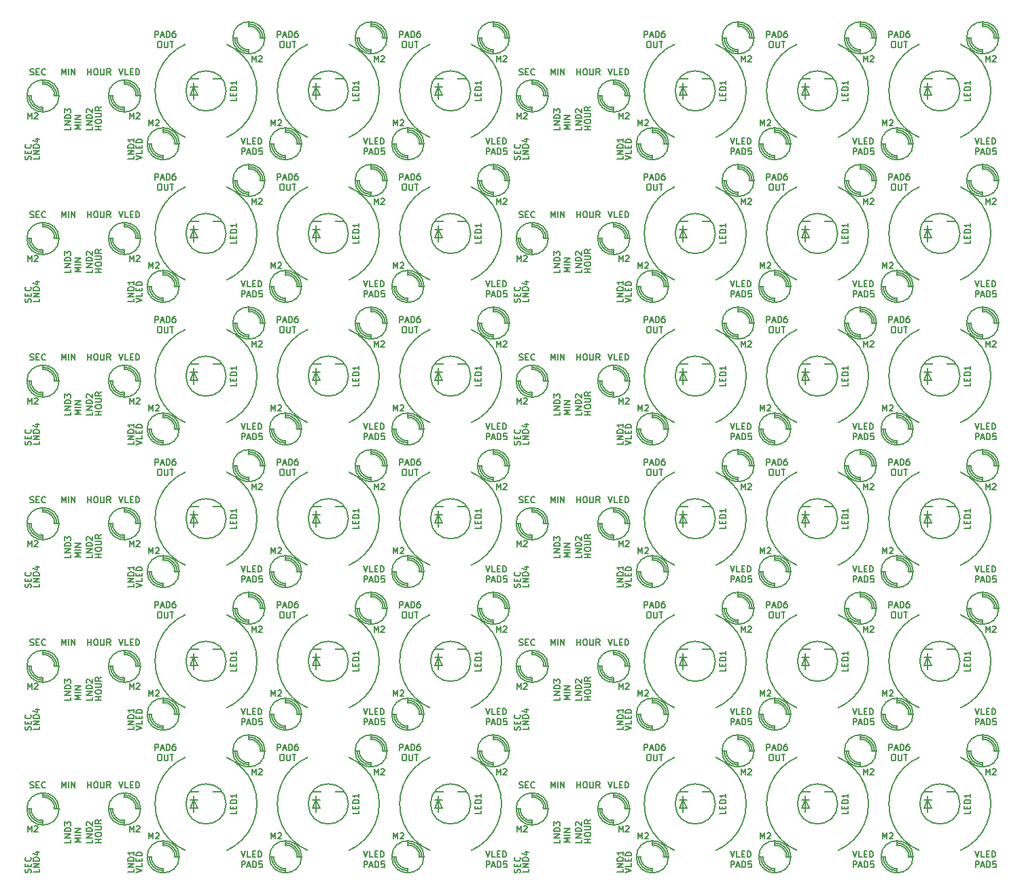
<source format=gto>
G04 (created by PCBNEW (2013-07-07 BZR 4022)-stable) date 11/9/2013 6:45:55 PM*
%MOIN*%
G04 Gerber Fmt 3.4, Leading zero omitted, Abs format*
%FSLAX34Y34*%
G01*
G70*
G90*
G04 APERTURE LIST*
%ADD10C,0.006*%
%ADD11C,0.008*%
%ADD12C,0.104425*%
%ADD13R,0.0847402X0.12411*%
%ADD14R,0.20285X0.12411*%
%ADD15R,0.12411X0.20285*%
%ADD16C,0.0689921*%
G04 APERTURE END LIST*
G54D10*
G54D11*
X45250Y-36250D02*
G75*
G03X45250Y-36250I-2500J0D01*
G74*
G01*
X57250Y-36250D02*
G75*
G03X57250Y-36250I-2500J0D01*
G74*
G01*
X51250Y-36250D02*
G75*
G03X51250Y-36250I-2500J0D01*
G74*
G01*
X51250Y-43250D02*
G75*
G03X51250Y-43250I-2500J0D01*
G74*
G01*
X57250Y-43250D02*
G75*
G03X57250Y-43250I-2500J0D01*
G74*
G01*
X45250Y-43250D02*
G75*
G03X45250Y-43250I-2500J0D01*
G74*
G01*
X45250Y-71250D02*
G75*
G03X45250Y-71250I-2500J0D01*
G74*
G01*
X57250Y-71250D02*
G75*
G03X57250Y-71250I-2500J0D01*
G74*
G01*
X51250Y-71250D02*
G75*
G03X51250Y-71250I-2500J0D01*
G74*
G01*
X51250Y-64250D02*
G75*
G03X51250Y-64250I-2500J0D01*
G74*
G01*
X57250Y-64250D02*
G75*
G03X57250Y-64250I-2500J0D01*
G74*
G01*
X45250Y-64250D02*
G75*
G03X45250Y-64250I-2500J0D01*
G74*
G01*
X45250Y-57250D02*
G75*
G03X45250Y-57250I-2500J0D01*
G74*
G01*
X57250Y-57250D02*
G75*
G03X57250Y-57250I-2500J0D01*
G74*
G01*
X51250Y-57250D02*
G75*
G03X51250Y-57250I-2500J0D01*
G74*
G01*
X51250Y-50250D02*
G75*
G03X51250Y-50250I-2500J0D01*
G74*
G01*
X57250Y-50250D02*
G75*
G03X57250Y-50250I-2500J0D01*
G74*
G01*
X45250Y-50250D02*
G75*
G03X45250Y-50250I-2500J0D01*
G74*
G01*
X21250Y-50250D02*
G75*
G03X21250Y-50250I-2500J0D01*
G74*
G01*
X33250Y-50250D02*
G75*
G03X33250Y-50250I-2500J0D01*
G74*
G01*
X27250Y-50250D02*
G75*
G03X27250Y-50250I-2500J0D01*
G74*
G01*
X27250Y-57250D02*
G75*
G03X27250Y-57250I-2500J0D01*
G74*
G01*
X33250Y-57250D02*
G75*
G03X33250Y-57250I-2500J0D01*
G74*
G01*
X21250Y-57250D02*
G75*
G03X21250Y-57250I-2500J0D01*
G74*
G01*
X21250Y-64250D02*
G75*
G03X21250Y-64250I-2500J0D01*
G74*
G01*
X33250Y-64250D02*
G75*
G03X33250Y-64250I-2500J0D01*
G74*
G01*
X27250Y-64250D02*
G75*
G03X27250Y-64250I-2500J0D01*
G74*
G01*
X27250Y-71250D02*
G75*
G03X27250Y-71250I-2500J0D01*
G74*
G01*
X33250Y-71250D02*
G75*
G03X33250Y-71250I-2500J0D01*
G74*
G01*
X21250Y-71250D02*
G75*
G03X21250Y-71250I-2500J0D01*
G74*
G01*
X21250Y-43250D02*
G75*
G03X21250Y-43250I-2500J0D01*
G74*
G01*
X33250Y-43250D02*
G75*
G03X33250Y-43250I-2500J0D01*
G74*
G01*
X27250Y-43250D02*
G75*
G03X27250Y-43250I-2500J0D01*
G74*
G01*
X27250Y-36250D02*
G75*
G03X27250Y-36250I-2500J0D01*
G74*
G01*
X33250Y-36250D02*
G75*
G03X33250Y-36250I-2500J0D01*
G74*
G01*
X21250Y-36250D02*
G75*
G03X21250Y-36250I-2500J0D01*
G74*
G01*
X40157Y-38850D02*
G75*
G03X40650Y-39342I492J0D01*
G74*
G01*
X41142Y-38850D02*
G75*
G03X40650Y-38357I-492J0D01*
G74*
G01*
X40059Y-38850D02*
G75*
G03X40650Y-39440I590J0D01*
G74*
G01*
X39961Y-38850D02*
G75*
G03X40650Y-39538I688J0D01*
G74*
G01*
X41240Y-38850D02*
G75*
G03X40650Y-38259I-590J0D01*
G74*
G01*
X41338Y-38850D02*
G75*
G03X40650Y-38161I-688J0D01*
G74*
G01*
X40650Y-38850D02*
X40650Y-39637D01*
X40650Y-38850D02*
X39862Y-38850D01*
X40650Y-38062D02*
X40650Y-38850D01*
X40650Y-38850D02*
X41437Y-38850D01*
X41437Y-38850D02*
G75*
G03X41437Y-38850I-787J0D01*
G74*
G01*
X44357Y-33650D02*
G75*
G03X44850Y-34142I492J0D01*
G74*
G01*
X45342Y-33650D02*
G75*
G03X44850Y-33157I-492J0D01*
G74*
G01*
X44259Y-33650D02*
G75*
G03X44850Y-34240I590J0D01*
G74*
G01*
X44161Y-33650D02*
G75*
G03X44850Y-34338I688J0D01*
G74*
G01*
X45440Y-33650D02*
G75*
G03X44850Y-33059I-590J0D01*
G74*
G01*
X45538Y-33650D02*
G75*
G03X44850Y-32961I-688J0D01*
G74*
G01*
X44850Y-33650D02*
X44850Y-34437D01*
X44850Y-33650D02*
X44062Y-33650D01*
X44850Y-32862D02*
X44850Y-33650D01*
X44850Y-33650D02*
X45637Y-33650D01*
X45637Y-33650D02*
G75*
G03X45637Y-33650I-787J0D01*
G74*
G01*
X38257Y-36500D02*
G75*
G03X38750Y-36992I492J0D01*
G74*
G01*
X39242Y-36500D02*
G75*
G03X38750Y-36007I-492J0D01*
G74*
G01*
X38159Y-36500D02*
G75*
G03X38750Y-37090I590J0D01*
G74*
G01*
X38061Y-36500D02*
G75*
G03X38750Y-37188I688J0D01*
G74*
G01*
X39340Y-36500D02*
G75*
G03X38750Y-35909I-590J0D01*
G74*
G01*
X39438Y-36500D02*
G75*
G03X38750Y-35811I-688J0D01*
G74*
G01*
X38750Y-36500D02*
X38750Y-37287D01*
X38750Y-36500D02*
X37962Y-36500D01*
X38750Y-35712D02*
X38750Y-36500D01*
X38750Y-36500D02*
X39537Y-36500D01*
X39537Y-36500D02*
G75*
G03X39537Y-36500I-787J0D01*
G74*
G01*
X34257Y-36500D02*
G75*
G03X34750Y-36992I492J0D01*
G74*
G01*
X35242Y-36500D02*
G75*
G03X34750Y-36007I-492J0D01*
G74*
G01*
X34159Y-36500D02*
G75*
G03X34750Y-37090I590J0D01*
G74*
G01*
X34061Y-36500D02*
G75*
G03X34750Y-37188I688J0D01*
G74*
G01*
X35340Y-36500D02*
G75*
G03X34750Y-35909I-590J0D01*
G74*
G01*
X35438Y-36500D02*
G75*
G03X34750Y-35811I-688J0D01*
G74*
G01*
X34750Y-36500D02*
X34750Y-37287D01*
X34750Y-36500D02*
X33962Y-36500D01*
X34750Y-35712D02*
X34750Y-36500D01*
X34750Y-36500D02*
X35537Y-36500D01*
X35537Y-36500D02*
G75*
G03X35537Y-36500I-787J0D01*
G74*
G01*
X41962Y-35659D02*
X43537Y-35659D01*
X42356Y-36053D02*
X41962Y-36053D01*
X41962Y-36446D02*
X42356Y-36446D01*
X42356Y-36446D02*
X42159Y-36053D01*
X42159Y-36053D02*
X41962Y-36446D01*
X42159Y-36643D02*
X42159Y-35856D01*
X43734Y-36250D02*
G75*
G03X43734Y-36250I-984J0D01*
G74*
G01*
X53962Y-35659D02*
X55537Y-35659D01*
X54356Y-36053D02*
X53962Y-36053D01*
X53962Y-36446D02*
X54356Y-36446D01*
X54356Y-36446D02*
X54159Y-36053D01*
X54159Y-36053D02*
X53962Y-36446D01*
X54159Y-36643D02*
X54159Y-35856D01*
X55734Y-36250D02*
G75*
G03X55734Y-36250I-984J0D01*
G74*
G01*
X56357Y-33650D02*
G75*
G03X56850Y-34142I492J0D01*
G74*
G01*
X57342Y-33650D02*
G75*
G03X56850Y-33157I-492J0D01*
G74*
G01*
X56259Y-33650D02*
G75*
G03X56850Y-34240I590J0D01*
G74*
G01*
X56161Y-33650D02*
G75*
G03X56850Y-34338I688J0D01*
G74*
G01*
X57440Y-33650D02*
G75*
G03X56850Y-33059I-590J0D01*
G74*
G01*
X57538Y-33650D02*
G75*
G03X56850Y-32961I-688J0D01*
G74*
G01*
X56850Y-33650D02*
X56850Y-34437D01*
X56850Y-33650D02*
X56062Y-33650D01*
X56850Y-32862D02*
X56850Y-33650D01*
X56850Y-33650D02*
X57637Y-33650D01*
X57637Y-33650D02*
G75*
G03X57637Y-33650I-787J0D01*
G74*
G01*
X52157Y-38850D02*
G75*
G03X52650Y-39342I492J0D01*
G74*
G01*
X53142Y-38850D02*
G75*
G03X52650Y-38357I-492J0D01*
G74*
G01*
X52059Y-38850D02*
G75*
G03X52650Y-39440I590J0D01*
G74*
G01*
X51961Y-38850D02*
G75*
G03X52650Y-39538I688J0D01*
G74*
G01*
X53240Y-38850D02*
G75*
G03X52650Y-38259I-590J0D01*
G74*
G01*
X53338Y-38850D02*
G75*
G03X52650Y-38161I-688J0D01*
G74*
G01*
X52650Y-38850D02*
X52650Y-39637D01*
X52650Y-38850D02*
X51862Y-38850D01*
X52650Y-38062D02*
X52650Y-38850D01*
X52650Y-38850D02*
X53437Y-38850D01*
X53437Y-38850D02*
G75*
G03X53437Y-38850I-787J0D01*
G74*
G01*
X46157Y-38850D02*
G75*
G03X46650Y-39342I492J0D01*
G74*
G01*
X47142Y-38850D02*
G75*
G03X46650Y-38357I-492J0D01*
G74*
G01*
X46059Y-38850D02*
G75*
G03X46650Y-39440I590J0D01*
G74*
G01*
X45961Y-38850D02*
G75*
G03X46650Y-39538I688J0D01*
G74*
G01*
X47240Y-38850D02*
G75*
G03X46650Y-38259I-590J0D01*
G74*
G01*
X47338Y-38850D02*
G75*
G03X46650Y-38161I-688J0D01*
G74*
G01*
X46650Y-38850D02*
X46650Y-39637D01*
X46650Y-38850D02*
X45862Y-38850D01*
X46650Y-38062D02*
X46650Y-38850D01*
X46650Y-38850D02*
X47437Y-38850D01*
X47437Y-38850D02*
G75*
G03X47437Y-38850I-787J0D01*
G74*
G01*
X50357Y-33650D02*
G75*
G03X50850Y-34142I492J0D01*
G74*
G01*
X51342Y-33650D02*
G75*
G03X50850Y-33157I-492J0D01*
G74*
G01*
X50259Y-33650D02*
G75*
G03X50850Y-34240I590J0D01*
G74*
G01*
X50161Y-33650D02*
G75*
G03X50850Y-34338I688J0D01*
G74*
G01*
X51440Y-33650D02*
G75*
G03X50850Y-33059I-590J0D01*
G74*
G01*
X51538Y-33650D02*
G75*
G03X50850Y-32961I-688J0D01*
G74*
G01*
X50850Y-33650D02*
X50850Y-34437D01*
X50850Y-33650D02*
X50062Y-33650D01*
X50850Y-32862D02*
X50850Y-33650D01*
X50850Y-33650D02*
X51637Y-33650D01*
X51637Y-33650D02*
G75*
G03X51637Y-33650I-787J0D01*
G74*
G01*
X47962Y-35659D02*
X49537Y-35659D01*
X48356Y-36053D02*
X47962Y-36053D01*
X47962Y-36446D02*
X48356Y-36446D01*
X48356Y-36446D02*
X48159Y-36053D01*
X48159Y-36053D02*
X47962Y-36446D01*
X48159Y-36643D02*
X48159Y-35856D01*
X49734Y-36250D02*
G75*
G03X49734Y-36250I-984J0D01*
G74*
G01*
X47962Y-42659D02*
X49537Y-42659D01*
X48356Y-43053D02*
X47962Y-43053D01*
X47962Y-43446D02*
X48356Y-43446D01*
X48356Y-43446D02*
X48159Y-43053D01*
X48159Y-43053D02*
X47962Y-43446D01*
X48159Y-43643D02*
X48159Y-42856D01*
X49734Y-43250D02*
G75*
G03X49734Y-43250I-984J0D01*
G74*
G01*
X50357Y-40650D02*
G75*
G03X50850Y-41142I492J0D01*
G74*
G01*
X51342Y-40650D02*
G75*
G03X50850Y-40157I-492J0D01*
G74*
G01*
X50259Y-40650D02*
G75*
G03X50850Y-41240I590J0D01*
G74*
G01*
X50161Y-40650D02*
G75*
G03X50850Y-41338I688J0D01*
G74*
G01*
X51440Y-40650D02*
G75*
G03X50850Y-40059I-590J0D01*
G74*
G01*
X51538Y-40650D02*
G75*
G03X50850Y-39961I-688J0D01*
G74*
G01*
X50850Y-40650D02*
X50850Y-41437D01*
X50850Y-40650D02*
X50062Y-40650D01*
X50850Y-39862D02*
X50850Y-40650D01*
X50850Y-40650D02*
X51637Y-40650D01*
X51637Y-40650D02*
G75*
G03X51637Y-40650I-787J0D01*
G74*
G01*
X46157Y-45850D02*
G75*
G03X46650Y-46342I492J0D01*
G74*
G01*
X47142Y-45850D02*
G75*
G03X46650Y-45357I-492J0D01*
G74*
G01*
X46059Y-45850D02*
G75*
G03X46650Y-46440I590J0D01*
G74*
G01*
X45961Y-45850D02*
G75*
G03X46650Y-46538I688J0D01*
G74*
G01*
X47240Y-45850D02*
G75*
G03X46650Y-45259I-590J0D01*
G74*
G01*
X47338Y-45850D02*
G75*
G03X46650Y-45161I-688J0D01*
G74*
G01*
X46650Y-45850D02*
X46650Y-46637D01*
X46650Y-45850D02*
X45862Y-45850D01*
X46650Y-45062D02*
X46650Y-45850D01*
X46650Y-45850D02*
X47437Y-45850D01*
X47437Y-45850D02*
G75*
G03X47437Y-45850I-787J0D01*
G74*
G01*
X52157Y-45850D02*
G75*
G03X52650Y-46342I492J0D01*
G74*
G01*
X53142Y-45850D02*
G75*
G03X52650Y-45357I-492J0D01*
G74*
G01*
X52059Y-45850D02*
G75*
G03X52650Y-46440I590J0D01*
G74*
G01*
X51961Y-45850D02*
G75*
G03X52650Y-46538I688J0D01*
G74*
G01*
X53240Y-45850D02*
G75*
G03X52650Y-45259I-590J0D01*
G74*
G01*
X53338Y-45850D02*
G75*
G03X52650Y-45161I-688J0D01*
G74*
G01*
X52650Y-45850D02*
X52650Y-46637D01*
X52650Y-45850D02*
X51862Y-45850D01*
X52650Y-45062D02*
X52650Y-45850D01*
X52650Y-45850D02*
X53437Y-45850D01*
X53437Y-45850D02*
G75*
G03X53437Y-45850I-787J0D01*
G74*
G01*
X56357Y-40650D02*
G75*
G03X56850Y-41142I492J0D01*
G74*
G01*
X57342Y-40650D02*
G75*
G03X56850Y-40157I-492J0D01*
G74*
G01*
X56259Y-40650D02*
G75*
G03X56850Y-41240I590J0D01*
G74*
G01*
X56161Y-40650D02*
G75*
G03X56850Y-41338I688J0D01*
G74*
G01*
X57440Y-40650D02*
G75*
G03X56850Y-40059I-590J0D01*
G74*
G01*
X57538Y-40650D02*
G75*
G03X56850Y-39961I-688J0D01*
G74*
G01*
X56850Y-40650D02*
X56850Y-41437D01*
X56850Y-40650D02*
X56062Y-40650D01*
X56850Y-39862D02*
X56850Y-40650D01*
X56850Y-40650D02*
X57637Y-40650D01*
X57637Y-40650D02*
G75*
G03X57637Y-40650I-787J0D01*
G74*
G01*
X53962Y-42659D02*
X55537Y-42659D01*
X54356Y-43053D02*
X53962Y-43053D01*
X53962Y-43446D02*
X54356Y-43446D01*
X54356Y-43446D02*
X54159Y-43053D01*
X54159Y-43053D02*
X53962Y-43446D01*
X54159Y-43643D02*
X54159Y-42856D01*
X55734Y-43250D02*
G75*
G03X55734Y-43250I-984J0D01*
G74*
G01*
X41962Y-42659D02*
X43537Y-42659D01*
X42356Y-43053D02*
X41962Y-43053D01*
X41962Y-43446D02*
X42356Y-43446D01*
X42356Y-43446D02*
X42159Y-43053D01*
X42159Y-43053D02*
X41962Y-43446D01*
X42159Y-43643D02*
X42159Y-42856D01*
X43734Y-43250D02*
G75*
G03X43734Y-43250I-984J0D01*
G74*
G01*
X34257Y-43500D02*
G75*
G03X34750Y-43992I492J0D01*
G74*
G01*
X35242Y-43500D02*
G75*
G03X34750Y-43007I-492J0D01*
G74*
G01*
X34159Y-43500D02*
G75*
G03X34750Y-44090I590J0D01*
G74*
G01*
X34061Y-43500D02*
G75*
G03X34750Y-44188I688J0D01*
G74*
G01*
X35340Y-43500D02*
G75*
G03X34750Y-42909I-590J0D01*
G74*
G01*
X35438Y-43500D02*
G75*
G03X34750Y-42811I-688J0D01*
G74*
G01*
X34750Y-43500D02*
X34750Y-44287D01*
X34750Y-43500D02*
X33962Y-43500D01*
X34750Y-42712D02*
X34750Y-43500D01*
X34750Y-43500D02*
X35537Y-43500D01*
X35537Y-43500D02*
G75*
G03X35537Y-43500I-787J0D01*
G74*
G01*
X38257Y-43500D02*
G75*
G03X38750Y-43992I492J0D01*
G74*
G01*
X39242Y-43500D02*
G75*
G03X38750Y-43007I-492J0D01*
G74*
G01*
X38159Y-43500D02*
G75*
G03X38750Y-44090I590J0D01*
G74*
G01*
X38061Y-43500D02*
G75*
G03X38750Y-44188I688J0D01*
G74*
G01*
X39340Y-43500D02*
G75*
G03X38750Y-42909I-590J0D01*
G74*
G01*
X39438Y-43500D02*
G75*
G03X38750Y-42811I-688J0D01*
G74*
G01*
X38750Y-43500D02*
X38750Y-44287D01*
X38750Y-43500D02*
X37962Y-43500D01*
X38750Y-42712D02*
X38750Y-43500D01*
X38750Y-43500D02*
X39537Y-43500D01*
X39537Y-43500D02*
G75*
G03X39537Y-43500I-787J0D01*
G74*
G01*
X44357Y-40650D02*
G75*
G03X44850Y-41142I492J0D01*
G74*
G01*
X45342Y-40650D02*
G75*
G03X44850Y-40157I-492J0D01*
G74*
G01*
X44259Y-40650D02*
G75*
G03X44850Y-41240I590J0D01*
G74*
G01*
X44161Y-40650D02*
G75*
G03X44850Y-41338I688J0D01*
G74*
G01*
X45440Y-40650D02*
G75*
G03X44850Y-40059I-590J0D01*
G74*
G01*
X45538Y-40650D02*
G75*
G03X44850Y-39961I-688J0D01*
G74*
G01*
X44850Y-40650D02*
X44850Y-41437D01*
X44850Y-40650D02*
X44062Y-40650D01*
X44850Y-39862D02*
X44850Y-40650D01*
X44850Y-40650D02*
X45637Y-40650D01*
X45637Y-40650D02*
G75*
G03X45637Y-40650I-787J0D01*
G74*
G01*
X40157Y-45850D02*
G75*
G03X40650Y-46342I492J0D01*
G74*
G01*
X41142Y-45850D02*
G75*
G03X40650Y-45357I-492J0D01*
G74*
G01*
X40059Y-45850D02*
G75*
G03X40650Y-46440I590J0D01*
G74*
G01*
X39961Y-45850D02*
G75*
G03X40650Y-46538I688J0D01*
G74*
G01*
X41240Y-45850D02*
G75*
G03X40650Y-45259I-590J0D01*
G74*
G01*
X41338Y-45850D02*
G75*
G03X40650Y-45161I-688J0D01*
G74*
G01*
X40650Y-45850D02*
X40650Y-46637D01*
X40650Y-45850D02*
X39862Y-45850D01*
X40650Y-45062D02*
X40650Y-45850D01*
X40650Y-45850D02*
X41437Y-45850D01*
X41437Y-45850D02*
G75*
G03X41437Y-45850I-787J0D01*
G74*
G01*
X40157Y-73850D02*
G75*
G03X40650Y-74342I492J0D01*
G74*
G01*
X41142Y-73850D02*
G75*
G03X40650Y-73357I-492J0D01*
G74*
G01*
X40059Y-73850D02*
G75*
G03X40650Y-74440I590J0D01*
G74*
G01*
X39961Y-73850D02*
G75*
G03X40650Y-74538I688J0D01*
G74*
G01*
X41240Y-73850D02*
G75*
G03X40650Y-73259I-590J0D01*
G74*
G01*
X41338Y-73850D02*
G75*
G03X40650Y-73161I-688J0D01*
G74*
G01*
X40650Y-73850D02*
X40650Y-74637D01*
X40650Y-73850D02*
X39862Y-73850D01*
X40650Y-73062D02*
X40650Y-73850D01*
X40650Y-73850D02*
X41437Y-73850D01*
X41437Y-73850D02*
G75*
G03X41437Y-73850I-787J0D01*
G74*
G01*
X44357Y-68650D02*
G75*
G03X44850Y-69142I492J0D01*
G74*
G01*
X45342Y-68650D02*
G75*
G03X44850Y-68157I-492J0D01*
G74*
G01*
X44259Y-68650D02*
G75*
G03X44850Y-69240I590J0D01*
G74*
G01*
X44161Y-68650D02*
G75*
G03X44850Y-69338I688J0D01*
G74*
G01*
X45440Y-68650D02*
G75*
G03X44850Y-68059I-590J0D01*
G74*
G01*
X45538Y-68650D02*
G75*
G03X44850Y-67961I-688J0D01*
G74*
G01*
X44850Y-68650D02*
X44850Y-69437D01*
X44850Y-68650D02*
X44062Y-68650D01*
X44850Y-67862D02*
X44850Y-68650D01*
X44850Y-68650D02*
X45637Y-68650D01*
X45637Y-68650D02*
G75*
G03X45637Y-68650I-787J0D01*
G74*
G01*
X38257Y-71500D02*
G75*
G03X38750Y-71992I492J0D01*
G74*
G01*
X39242Y-71500D02*
G75*
G03X38750Y-71007I-492J0D01*
G74*
G01*
X38159Y-71500D02*
G75*
G03X38750Y-72090I590J0D01*
G74*
G01*
X38061Y-71500D02*
G75*
G03X38750Y-72188I688J0D01*
G74*
G01*
X39340Y-71500D02*
G75*
G03X38750Y-70909I-590J0D01*
G74*
G01*
X39438Y-71500D02*
G75*
G03X38750Y-70811I-688J0D01*
G74*
G01*
X38750Y-71500D02*
X38750Y-72287D01*
X38750Y-71500D02*
X37962Y-71500D01*
X38750Y-70712D02*
X38750Y-71500D01*
X38750Y-71500D02*
X39537Y-71500D01*
X39537Y-71500D02*
G75*
G03X39537Y-71500I-787J0D01*
G74*
G01*
X34257Y-71500D02*
G75*
G03X34750Y-71992I492J0D01*
G74*
G01*
X35242Y-71500D02*
G75*
G03X34750Y-71007I-492J0D01*
G74*
G01*
X34159Y-71500D02*
G75*
G03X34750Y-72090I590J0D01*
G74*
G01*
X34061Y-71500D02*
G75*
G03X34750Y-72188I688J0D01*
G74*
G01*
X35340Y-71500D02*
G75*
G03X34750Y-70909I-590J0D01*
G74*
G01*
X35438Y-71500D02*
G75*
G03X34750Y-70811I-688J0D01*
G74*
G01*
X34750Y-71500D02*
X34750Y-72287D01*
X34750Y-71500D02*
X33962Y-71500D01*
X34750Y-70712D02*
X34750Y-71500D01*
X34750Y-71500D02*
X35537Y-71500D01*
X35537Y-71500D02*
G75*
G03X35537Y-71500I-787J0D01*
G74*
G01*
X41962Y-70659D02*
X43537Y-70659D01*
X42356Y-71053D02*
X41962Y-71053D01*
X41962Y-71446D02*
X42356Y-71446D01*
X42356Y-71446D02*
X42159Y-71053D01*
X42159Y-71053D02*
X41962Y-71446D01*
X42159Y-71643D02*
X42159Y-70856D01*
X43734Y-71250D02*
G75*
G03X43734Y-71250I-984J0D01*
G74*
G01*
X53962Y-70659D02*
X55537Y-70659D01*
X54356Y-71053D02*
X53962Y-71053D01*
X53962Y-71446D02*
X54356Y-71446D01*
X54356Y-71446D02*
X54159Y-71053D01*
X54159Y-71053D02*
X53962Y-71446D01*
X54159Y-71643D02*
X54159Y-70856D01*
X55734Y-71250D02*
G75*
G03X55734Y-71250I-984J0D01*
G74*
G01*
X56357Y-68650D02*
G75*
G03X56850Y-69142I492J0D01*
G74*
G01*
X57342Y-68650D02*
G75*
G03X56850Y-68157I-492J0D01*
G74*
G01*
X56259Y-68650D02*
G75*
G03X56850Y-69240I590J0D01*
G74*
G01*
X56161Y-68650D02*
G75*
G03X56850Y-69338I688J0D01*
G74*
G01*
X57440Y-68650D02*
G75*
G03X56850Y-68059I-590J0D01*
G74*
G01*
X57538Y-68650D02*
G75*
G03X56850Y-67961I-688J0D01*
G74*
G01*
X56850Y-68650D02*
X56850Y-69437D01*
X56850Y-68650D02*
X56062Y-68650D01*
X56850Y-67862D02*
X56850Y-68650D01*
X56850Y-68650D02*
X57637Y-68650D01*
X57637Y-68650D02*
G75*
G03X57637Y-68650I-787J0D01*
G74*
G01*
X52157Y-73850D02*
G75*
G03X52650Y-74342I492J0D01*
G74*
G01*
X53142Y-73850D02*
G75*
G03X52650Y-73357I-492J0D01*
G74*
G01*
X52059Y-73850D02*
G75*
G03X52650Y-74440I590J0D01*
G74*
G01*
X51961Y-73850D02*
G75*
G03X52650Y-74538I688J0D01*
G74*
G01*
X53240Y-73850D02*
G75*
G03X52650Y-73259I-590J0D01*
G74*
G01*
X53338Y-73850D02*
G75*
G03X52650Y-73161I-688J0D01*
G74*
G01*
X52650Y-73850D02*
X52650Y-74637D01*
X52650Y-73850D02*
X51862Y-73850D01*
X52650Y-73062D02*
X52650Y-73850D01*
X52650Y-73850D02*
X53437Y-73850D01*
X53437Y-73850D02*
G75*
G03X53437Y-73850I-787J0D01*
G74*
G01*
X46157Y-73850D02*
G75*
G03X46650Y-74342I492J0D01*
G74*
G01*
X47142Y-73850D02*
G75*
G03X46650Y-73357I-492J0D01*
G74*
G01*
X46059Y-73850D02*
G75*
G03X46650Y-74440I590J0D01*
G74*
G01*
X45961Y-73850D02*
G75*
G03X46650Y-74538I688J0D01*
G74*
G01*
X47240Y-73850D02*
G75*
G03X46650Y-73259I-590J0D01*
G74*
G01*
X47338Y-73850D02*
G75*
G03X46650Y-73161I-688J0D01*
G74*
G01*
X46650Y-73850D02*
X46650Y-74637D01*
X46650Y-73850D02*
X45862Y-73850D01*
X46650Y-73062D02*
X46650Y-73850D01*
X46650Y-73850D02*
X47437Y-73850D01*
X47437Y-73850D02*
G75*
G03X47437Y-73850I-787J0D01*
G74*
G01*
X50357Y-68650D02*
G75*
G03X50850Y-69142I492J0D01*
G74*
G01*
X51342Y-68650D02*
G75*
G03X50850Y-68157I-492J0D01*
G74*
G01*
X50259Y-68650D02*
G75*
G03X50850Y-69240I590J0D01*
G74*
G01*
X50161Y-68650D02*
G75*
G03X50850Y-69338I688J0D01*
G74*
G01*
X51440Y-68650D02*
G75*
G03X50850Y-68059I-590J0D01*
G74*
G01*
X51538Y-68650D02*
G75*
G03X50850Y-67961I-688J0D01*
G74*
G01*
X50850Y-68650D02*
X50850Y-69437D01*
X50850Y-68650D02*
X50062Y-68650D01*
X50850Y-67862D02*
X50850Y-68650D01*
X50850Y-68650D02*
X51637Y-68650D01*
X51637Y-68650D02*
G75*
G03X51637Y-68650I-787J0D01*
G74*
G01*
X47962Y-70659D02*
X49537Y-70659D01*
X48356Y-71053D02*
X47962Y-71053D01*
X47962Y-71446D02*
X48356Y-71446D01*
X48356Y-71446D02*
X48159Y-71053D01*
X48159Y-71053D02*
X47962Y-71446D01*
X48159Y-71643D02*
X48159Y-70856D01*
X49734Y-71250D02*
G75*
G03X49734Y-71250I-984J0D01*
G74*
G01*
X47962Y-63659D02*
X49537Y-63659D01*
X48356Y-64053D02*
X47962Y-64053D01*
X47962Y-64446D02*
X48356Y-64446D01*
X48356Y-64446D02*
X48159Y-64053D01*
X48159Y-64053D02*
X47962Y-64446D01*
X48159Y-64643D02*
X48159Y-63856D01*
X49734Y-64250D02*
G75*
G03X49734Y-64250I-984J0D01*
G74*
G01*
X50357Y-61650D02*
G75*
G03X50850Y-62142I492J0D01*
G74*
G01*
X51342Y-61650D02*
G75*
G03X50850Y-61157I-492J0D01*
G74*
G01*
X50259Y-61650D02*
G75*
G03X50850Y-62240I590J0D01*
G74*
G01*
X50161Y-61650D02*
G75*
G03X50850Y-62338I688J0D01*
G74*
G01*
X51440Y-61650D02*
G75*
G03X50850Y-61059I-590J0D01*
G74*
G01*
X51538Y-61650D02*
G75*
G03X50850Y-60961I-688J0D01*
G74*
G01*
X50850Y-61650D02*
X50850Y-62437D01*
X50850Y-61650D02*
X50062Y-61650D01*
X50850Y-60862D02*
X50850Y-61650D01*
X50850Y-61650D02*
X51637Y-61650D01*
X51637Y-61650D02*
G75*
G03X51637Y-61650I-787J0D01*
G74*
G01*
X46157Y-66850D02*
G75*
G03X46650Y-67342I492J0D01*
G74*
G01*
X47142Y-66850D02*
G75*
G03X46650Y-66357I-492J0D01*
G74*
G01*
X46059Y-66850D02*
G75*
G03X46650Y-67440I590J0D01*
G74*
G01*
X45961Y-66850D02*
G75*
G03X46650Y-67538I688J0D01*
G74*
G01*
X47240Y-66850D02*
G75*
G03X46650Y-66259I-590J0D01*
G74*
G01*
X47338Y-66850D02*
G75*
G03X46650Y-66161I-688J0D01*
G74*
G01*
X46650Y-66850D02*
X46650Y-67637D01*
X46650Y-66850D02*
X45862Y-66850D01*
X46650Y-66062D02*
X46650Y-66850D01*
X46650Y-66850D02*
X47437Y-66850D01*
X47437Y-66850D02*
G75*
G03X47437Y-66850I-787J0D01*
G74*
G01*
X52157Y-66850D02*
G75*
G03X52650Y-67342I492J0D01*
G74*
G01*
X53142Y-66850D02*
G75*
G03X52650Y-66357I-492J0D01*
G74*
G01*
X52059Y-66850D02*
G75*
G03X52650Y-67440I590J0D01*
G74*
G01*
X51961Y-66850D02*
G75*
G03X52650Y-67538I688J0D01*
G74*
G01*
X53240Y-66850D02*
G75*
G03X52650Y-66259I-590J0D01*
G74*
G01*
X53338Y-66850D02*
G75*
G03X52650Y-66161I-688J0D01*
G74*
G01*
X52650Y-66850D02*
X52650Y-67637D01*
X52650Y-66850D02*
X51862Y-66850D01*
X52650Y-66062D02*
X52650Y-66850D01*
X52650Y-66850D02*
X53437Y-66850D01*
X53437Y-66850D02*
G75*
G03X53437Y-66850I-787J0D01*
G74*
G01*
X56357Y-61650D02*
G75*
G03X56850Y-62142I492J0D01*
G74*
G01*
X57342Y-61650D02*
G75*
G03X56850Y-61157I-492J0D01*
G74*
G01*
X56259Y-61650D02*
G75*
G03X56850Y-62240I590J0D01*
G74*
G01*
X56161Y-61650D02*
G75*
G03X56850Y-62338I688J0D01*
G74*
G01*
X57440Y-61650D02*
G75*
G03X56850Y-61059I-590J0D01*
G74*
G01*
X57538Y-61650D02*
G75*
G03X56850Y-60961I-688J0D01*
G74*
G01*
X56850Y-61650D02*
X56850Y-62437D01*
X56850Y-61650D02*
X56062Y-61650D01*
X56850Y-60862D02*
X56850Y-61650D01*
X56850Y-61650D02*
X57637Y-61650D01*
X57637Y-61650D02*
G75*
G03X57637Y-61650I-787J0D01*
G74*
G01*
X53962Y-63659D02*
X55537Y-63659D01*
X54356Y-64053D02*
X53962Y-64053D01*
X53962Y-64446D02*
X54356Y-64446D01*
X54356Y-64446D02*
X54159Y-64053D01*
X54159Y-64053D02*
X53962Y-64446D01*
X54159Y-64643D02*
X54159Y-63856D01*
X55734Y-64250D02*
G75*
G03X55734Y-64250I-984J0D01*
G74*
G01*
X41962Y-63659D02*
X43537Y-63659D01*
X42356Y-64053D02*
X41962Y-64053D01*
X41962Y-64446D02*
X42356Y-64446D01*
X42356Y-64446D02*
X42159Y-64053D01*
X42159Y-64053D02*
X41962Y-64446D01*
X42159Y-64643D02*
X42159Y-63856D01*
X43734Y-64250D02*
G75*
G03X43734Y-64250I-984J0D01*
G74*
G01*
X34257Y-64500D02*
G75*
G03X34750Y-64992I492J0D01*
G74*
G01*
X35242Y-64500D02*
G75*
G03X34750Y-64007I-492J0D01*
G74*
G01*
X34159Y-64500D02*
G75*
G03X34750Y-65090I590J0D01*
G74*
G01*
X34061Y-64500D02*
G75*
G03X34750Y-65188I688J0D01*
G74*
G01*
X35340Y-64500D02*
G75*
G03X34750Y-63909I-590J0D01*
G74*
G01*
X35438Y-64500D02*
G75*
G03X34750Y-63811I-688J0D01*
G74*
G01*
X34750Y-64500D02*
X34750Y-65287D01*
X34750Y-64500D02*
X33962Y-64500D01*
X34750Y-63712D02*
X34750Y-64500D01*
X34750Y-64500D02*
X35537Y-64500D01*
X35537Y-64500D02*
G75*
G03X35537Y-64500I-787J0D01*
G74*
G01*
X38257Y-64500D02*
G75*
G03X38750Y-64992I492J0D01*
G74*
G01*
X39242Y-64500D02*
G75*
G03X38750Y-64007I-492J0D01*
G74*
G01*
X38159Y-64500D02*
G75*
G03X38750Y-65090I590J0D01*
G74*
G01*
X38061Y-64500D02*
G75*
G03X38750Y-65188I688J0D01*
G74*
G01*
X39340Y-64500D02*
G75*
G03X38750Y-63909I-590J0D01*
G74*
G01*
X39438Y-64500D02*
G75*
G03X38750Y-63811I-688J0D01*
G74*
G01*
X38750Y-64500D02*
X38750Y-65287D01*
X38750Y-64500D02*
X37962Y-64500D01*
X38750Y-63712D02*
X38750Y-64500D01*
X38750Y-64500D02*
X39537Y-64500D01*
X39537Y-64500D02*
G75*
G03X39537Y-64500I-787J0D01*
G74*
G01*
X44357Y-61650D02*
G75*
G03X44850Y-62142I492J0D01*
G74*
G01*
X45342Y-61650D02*
G75*
G03X44850Y-61157I-492J0D01*
G74*
G01*
X44259Y-61650D02*
G75*
G03X44850Y-62240I590J0D01*
G74*
G01*
X44161Y-61650D02*
G75*
G03X44850Y-62338I688J0D01*
G74*
G01*
X45440Y-61650D02*
G75*
G03X44850Y-61059I-590J0D01*
G74*
G01*
X45538Y-61650D02*
G75*
G03X44850Y-60961I-688J0D01*
G74*
G01*
X44850Y-61650D02*
X44850Y-62437D01*
X44850Y-61650D02*
X44062Y-61650D01*
X44850Y-60862D02*
X44850Y-61650D01*
X44850Y-61650D02*
X45637Y-61650D01*
X45637Y-61650D02*
G75*
G03X45637Y-61650I-787J0D01*
G74*
G01*
X40157Y-66850D02*
G75*
G03X40650Y-67342I492J0D01*
G74*
G01*
X41142Y-66850D02*
G75*
G03X40650Y-66357I-492J0D01*
G74*
G01*
X40059Y-66850D02*
G75*
G03X40650Y-67440I590J0D01*
G74*
G01*
X39961Y-66850D02*
G75*
G03X40650Y-67538I688J0D01*
G74*
G01*
X41240Y-66850D02*
G75*
G03X40650Y-66259I-590J0D01*
G74*
G01*
X41338Y-66850D02*
G75*
G03X40650Y-66161I-688J0D01*
G74*
G01*
X40650Y-66850D02*
X40650Y-67637D01*
X40650Y-66850D02*
X39862Y-66850D01*
X40650Y-66062D02*
X40650Y-66850D01*
X40650Y-66850D02*
X41437Y-66850D01*
X41437Y-66850D02*
G75*
G03X41437Y-66850I-787J0D01*
G74*
G01*
X40157Y-59850D02*
G75*
G03X40650Y-60342I492J0D01*
G74*
G01*
X41142Y-59850D02*
G75*
G03X40650Y-59357I-492J0D01*
G74*
G01*
X40059Y-59850D02*
G75*
G03X40650Y-60440I590J0D01*
G74*
G01*
X39961Y-59850D02*
G75*
G03X40650Y-60538I688J0D01*
G74*
G01*
X41240Y-59850D02*
G75*
G03X40650Y-59259I-590J0D01*
G74*
G01*
X41338Y-59850D02*
G75*
G03X40650Y-59161I-688J0D01*
G74*
G01*
X40650Y-59850D02*
X40650Y-60637D01*
X40650Y-59850D02*
X39862Y-59850D01*
X40650Y-59062D02*
X40650Y-59850D01*
X40650Y-59850D02*
X41437Y-59850D01*
X41437Y-59850D02*
G75*
G03X41437Y-59850I-787J0D01*
G74*
G01*
X44357Y-54650D02*
G75*
G03X44850Y-55142I492J0D01*
G74*
G01*
X45342Y-54650D02*
G75*
G03X44850Y-54157I-492J0D01*
G74*
G01*
X44259Y-54650D02*
G75*
G03X44850Y-55240I590J0D01*
G74*
G01*
X44161Y-54650D02*
G75*
G03X44850Y-55338I688J0D01*
G74*
G01*
X45440Y-54650D02*
G75*
G03X44850Y-54059I-590J0D01*
G74*
G01*
X45538Y-54650D02*
G75*
G03X44850Y-53961I-688J0D01*
G74*
G01*
X44850Y-54650D02*
X44850Y-55437D01*
X44850Y-54650D02*
X44062Y-54650D01*
X44850Y-53862D02*
X44850Y-54650D01*
X44850Y-54650D02*
X45637Y-54650D01*
X45637Y-54650D02*
G75*
G03X45637Y-54650I-787J0D01*
G74*
G01*
X38257Y-57500D02*
G75*
G03X38750Y-57992I492J0D01*
G74*
G01*
X39242Y-57500D02*
G75*
G03X38750Y-57007I-492J0D01*
G74*
G01*
X38159Y-57500D02*
G75*
G03X38750Y-58090I590J0D01*
G74*
G01*
X38061Y-57500D02*
G75*
G03X38750Y-58188I688J0D01*
G74*
G01*
X39340Y-57500D02*
G75*
G03X38750Y-56909I-590J0D01*
G74*
G01*
X39438Y-57500D02*
G75*
G03X38750Y-56811I-688J0D01*
G74*
G01*
X38750Y-57500D02*
X38750Y-58287D01*
X38750Y-57500D02*
X37962Y-57500D01*
X38750Y-56712D02*
X38750Y-57500D01*
X38750Y-57500D02*
X39537Y-57500D01*
X39537Y-57500D02*
G75*
G03X39537Y-57500I-787J0D01*
G74*
G01*
X34257Y-57500D02*
G75*
G03X34750Y-57992I492J0D01*
G74*
G01*
X35242Y-57500D02*
G75*
G03X34750Y-57007I-492J0D01*
G74*
G01*
X34159Y-57500D02*
G75*
G03X34750Y-58090I590J0D01*
G74*
G01*
X34061Y-57500D02*
G75*
G03X34750Y-58188I688J0D01*
G74*
G01*
X35340Y-57500D02*
G75*
G03X34750Y-56909I-590J0D01*
G74*
G01*
X35438Y-57500D02*
G75*
G03X34750Y-56811I-688J0D01*
G74*
G01*
X34750Y-57500D02*
X34750Y-58287D01*
X34750Y-57500D02*
X33962Y-57500D01*
X34750Y-56712D02*
X34750Y-57500D01*
X34750Y-57500D02*
X35537Y-57500D01*
X35537Y-57500D02*
G75*
G03X35537Y-57500I-787J0D01*
G74*
G01*
X41962Y-56659D02*
X43537Y-56659D01*
X42356Y-57053D02*
X41962Y-57053D01*
X41962Y-57446D02*
X42356Y-57446D01*
X42356Y-57446D02*
X42159Y-57053D01*
X42159Y-57053D02*
X41962Y-57446D01*
X42159Y-57643D02*
X42159Y-56856D01*
X43734Y-57250D02*
G75*
G03X43734Y-57250I-984J0D01*
G74*
G01*
X53962Y-56659D02*
X55537Y-56659D01*
X54356Y-57053D02*
X53962Y-57053D01*
X53962Y-57446D02*
X54356Y-57446D01*
X54356Y-57446D02*
X54159Y-57053D01*
X54159Y-57053D02*
X53962Y-57446D01*
X54159Y-57643D02*
X54159Y-56856D01*
X55734Y-57250D02*
G75*
G03X55734Y-57250I-984J0D01*
G74*
G01*
X56357Y-54650D02*
G75*
G03X56850Y-55142I492J0D01*
G74*
G01*
X57342Y-54650D02*
G75*
G03X56850Y-54157I-492J0D01*
G74*
G01*
X56259Y-54650D02*
G75*
G03X56850Y-55240I590J0D01*
G74*
G01*
X56161Y-54650D02*
G75*
G03X56850Y-55338I688J0D01*
G74*
G01*
X57440Y-54650D02*
G75*
G03X56850Y-54059I-590J0D01*
G74*
G01*
X57538Y-54650D02*
G75*
G03X56850Y-53961I-688J0D01*
G74*
G01*
X56850Y-54650D02*
X56850Y-55437D01*
X56850Y-54650D02*
X56062Y-54650D01*
X56850Y-53862D02*
X56850Y-54650D01*
X56850Y-54650D02*
X57637Y-54650D01*
X57637Y-54650D02*
G75*
G03X57637Y-54650I-787J0D01*
G74*
G01*
X52157Y-59850D02*
G75*
G03X52650Y-60342I492J0D01*
G74*
G01*
X53142Y-59850D02*
G75*
G03X52650Y-59357I-492J0D01*
G74*
G01*
X52059Y-59850D02*
G75*
G03X52650Y-60440I590J0D01*
G74*
G01*
X51961Y-59850D02*
G75*
G03X52650Y-60538I688J0D01*
G74*
G01*
X53240Y-59850D02*
G75*
G03X52650Y-59259I-590J0D01*
G74*
G01*
X53338Y-59850D02*
G75*
G03X52650Y-59161I-688J0D01*
G74*
G01*
X52650Y-59850D02*
X52650Y-60637D01*
X52650Y-59850D02*
X51862Y-59850D01*
X52650Y-59062D02*
X52650Y-59850D01*
X52650Y-59850D02*
X53437Y-59850D01*
X53437Y-59850D02*
G75*
G03X53437Y-59850I-787J0D01*
G74*
G01*
X46157Y-59850D02*
G75*
G03X46650Y-60342I492J0D01*
G74*
G01*
X47142Y-59850D02*
G75*
G03X46650Y-59357I-492J0D01*
G74*
G01*
X46059Y-59850D02*
G75*
G03X46650Y-60440I590J0D01*
G74*
G01*
X45961Y-59850D02*
G75*
G03X46650Y-60538I688J0D01*
G74*
G01*
X47240Y-59850D02*
G75*
G03X46650Y-59259I-590J0D01*
G74*
G01*
X47338Y-59850D02*
G75*
G03X46650Y-59161I-688J0D01*
G74*
G01*
X46650Y-59850D02*
X46650Y-60637D01*
X46650Y-59850D02*
X45862Y-59850D01*
X46650Y-59062D02*
X46650Y-59850D01*
X46650Y-59850D02*
X47437Y-59850D01*
X47437Y-59850D02*
G75*
G03X47437Y-59850I-787J0D01*
G74*
G01*
X50357Y-54650D02*
G75*
G03X50850Y-55142I492J0D01*
G74*
G01*
X51342Y-54650D02*
G75*
G03X50850Y-54157I-492J0D01*
G74*
G01*
X50259Y-54650D02*
G75*
G03X50850Y-55240I590J0D01*
G74*
G01*
X50161Y-54650D02*
G75*
G03X50850Y-55338I688J0D01*
G74*
G01*
X51440Y-54650D02*
G75*
G03X50850Y-54059I-590J0D01*
G74*
G01*
X51538Y-54650D02*
G75*
G03X50850Y-53961I-688J0D01*
G74*
G01*
X50850Y-54650D02*
X50850Y-55437D01*
X50850Y-54650D02*
X50062Y-54650D01*
X50850Y-53862D02*
X50850Y-54650D01*
X50850Y-54650D02*
X51637Y-54650D01*
X51637Y-54650D02*
G75*
G03X51637Y-54650I-787J0D01*
G74*
G01*
X47962Y-56659D02*
X49537Y-56659D01*
X48356Y-57053D02*
X47962Y-57053D01*
X47962Y-57446D02*
X48356Y-57446D01*
X48356Y-57446D02*
X48159Y-57053D01*
X48159Y-57053D02*
X47962Y-57446D01*
X48159Y-57643D02*
X48159Y-56856D01*
X49734Y-57250D02*
G75*
G03X49734Y-57250I-984J0D01*
G74*
G01*
X47962Y-49659D02*
X49537Y-49659D01*
X48356Y-50053D02*
X47962Y-50053D01*
X47962Y-50446D02*
X48356Y-50446D01*
X48356Y-50446D02*
X48159Y-50053D01*
X48159Y-50053D02*
X47962Y-50446D01*
X48159Y-50643D02*
X48159Y-49856D01*
X49734Y-50250D02*
G75*
G03X49734Y-50250I-984J0D01*
G74*
G01*
X50357Y-47650D02*
G75*
G03X50850Y-48142I492J0D01*
G74*
G01*
X51342Y-47650D02*
G75*
G03X50850Y-47157I-492J0D01*
G74*
G01*
X50259Y-47650D02*
G75*
G03X50850Y-48240I590J0D01*
G74*
G01*
X50161Y-47650D02*
G75*
G03X50850Y-48338I688J0D01*
G74*
G01*
X51440Y-47650D02*
G75*
G03X50850Y-47059I-590J0D01*
G74*
G01*
X51538Y-47650D02*
G75*
G03X50850Y-46961I-688J0D01*
G74*
G01*
X50850Y-47650D02*
X50850Y-48437D01*
X50850Y-47650D02*
X50062Y-47650D01*
X50850Y-46862D02*
X50850Y-47650D01*
X50850Y-47650D02*
X51637Y-47650D01*
X51637Y-47650D02*
G75*
G03X51637Y-47650I-787J0D01*
G74*
G01*
X46157Y-52850D02*
G75*
G03X46650Y-53342I492J0D01*
G74*
G01*
X47142Y-52850D02*
G75*
G03X46650Y-52357I-492J0D01*
G74*
G01*
X46059Y-52850D02*
G75*
G03X46650Y-53440I590J0D01*
G74*
G01*
X45961Y-52850D02*
G75*
G03X46650Y-53538I688J0D01*
G74*
G01*
X47240Y-52850D02*
G75*
G03X46650Y-52259I-590J0D01*
G74*
G01*
X47338Y-52850D02*
G75*
G03X46650Y-52161I-688J0D01*
G74*
G01*
X46650Y-52850D02*
X46650Y-53637D01*
X46650Y-52850D02*
X45862Y-52850D01*
X46650Y-52062D02*
X46650Y-52850D01*
X46650Y-52850D02*
X47437Y-52850D01*
X47437Y-52850D02*
G75*
G03X47437Y-52850I-787J0D01*
G74*
G01*
X52157Y-52850D02*
G75*
G03X52650Y-53342I492J0D01*
G74*
G01*
X53142Y-52850D02*
G75*
G03X52650Y-52357I-492J0D01*
G74*
G01*
X52059Y-52850D02*
G75*
G03X52650Y-53440I590J0D01*
G74*
G01*
X51961Y-52850D02*
G75*
G03X52650Y-53538I688J0D01*
G74*
G01*
X53240Y-52850D02*
G75*
G03X52650Y-52259I-590J0D01*
G74*
G01*
X53338Y-52850D02*
G75*
G03X52650Y-52161I-688J0D01*
G74*
G01*
X52650Y-52850D02*
X52650Y-53637D01*
X52650Y-52850D02*
X51862Y-52850D01*
X52650Y-52062D02*
X52650Y-52850D01*
X52650Y-52850D02*
X53437Y-52850D01*
X53437Y-52850D02*
G75*
G03X53437Y-52850I-787J0D01*
G74*
G01*
X56357Y-47650D02*
G75*
G03X56850Y-48142I492J0D01*
G74*
G01*
X57342Y-47650D02*
G75*
G03X56850Y-47157I-492J0D01*
G74*
G01*
X56259Y-47650D02*
G75*
G03X56850Y-48240I590J0D01*
G74*
G01*
X56161Y-47650D02*
G75*
G03X56850Y-48338I688J0D01*
G74*
G01*
X57440Y-47650D02*
G75*
G03X56850Y-47059I-590J0D01*
G74*
G01*
X57538Y-47650D02*
G75*
G03X56850Y-46961I-688J0D01*
G74*
G01*
X56850Y-47650D02*
X56850Y-48437D01*
X56850Y-47650D02*
X56062Y-47650D01*
X56850Y-46862D02*
X56850Y-47650D01*
X56850Y-47650D02*
X57637Y-47650D01*
X57637Y-47650D02*
G75*
G03X57637Y-47650I-787J0D01*
G74*
G01*
X53962Y-49659D02*
X55537Y-49659D01*
X54356Y-50053D02*
X53962Y-50053D01*
X53962Y-50446D02*
X54356Y-50446D01*
X54356Y-50446D02*
X54159Y-50053D01*
X54159Y-50053D02*
X53962Y-50446D01*
X54159Y-50643D02*
X54159Y-49856D01*
X55734Y-50250D02*
G75*
G03X55734Y-50250I-984J0D01*
G74*
G01*
X41962Y-49659D02*
X43537Y-49659D01*
X42356Y-50053D02*
X41962Y-50053D01*
X41962Y-50446D02*
X42356Y-50446D01*
X42356Y-50446D02*
X42159Y-50053D01*
X42159Y-50053D02*
X41962Y-50446D01*
X42159Y-50643D02*
X42159Y-49856D01*
X43734Y-50250D02*
G75*
G03X43734Y-50250I-984J0D01*
G74*
G01*
X34257Y-50500D02*
G75*
G03X34750Y-50992I492J0D01*
G74*
G01*
X35242Y-50500D02*
G75*
G03X34750Y-50007I-492J0D01*
G74*
G01*
X34159Y-50500D02*
G75*
G03X34750Y-51090I590J0D01*
G74*
G01*
X34061Y-50500D02*
G75*
G03X34750Y-51188I688J0D01*
G74*
G01*
X35340Y-50500D02*
G75*
G03X34750Y-49909I-590J0D01*
G74*
G01*
X35438Y-50500D02*
G75*
G03X34750Y-49811I-688J0D01*
G74*
G01*
X34750Y-50500D02*
X34750Y-51287D01*
X34750Y-50500D02*
X33962Y-50500D01*
X34750Y-49712D02*
X34750Y-50500D01*
X34750Y-50500D02*
X35537Y-50500D01*
X35537Y-50500D02*
G75*
G03X35537Y-50500I-787J0D01*
G74*
G01*
X38257Y-50500D02*
G75*
G03X38750Y-50992I492J0D01*
G74*
G01*
X39242Y-50500D02*
G75*
G03X38750Y-50007I-492J0D01*
G74*
G01*
X38159Y-50500D02*
G75*
G03X38750Y-51090I590J0D01*
G74*
G01*
X38061Y-50500D02*
G75*
G03X38750Y-51188I688J0D01*
G74*
G01*
X39340Y-50500D02*
G75*
G03X38750Y-49909I-590J0D01*
G74*
G01*
X39438Y-50500D02*
G75*
G03X38750Y-49811I-688J0D01*
G74*
G01*
X38750Y-50500D02*
X38750Y-51287D01*
X38750Y-50500D02*
X37962Y-50500D01*
X38750Y-49712D02*
X38750Y-50500D01*
X38750Y-50500D02*
X39537Y-50500D01*
X39537Y-50500D02*
G75*
G03X39537Y-50500I-787J0D01*
G74*
G01*
X44357Y-47650D02*
G75*
G03X44850Y-48142I492J0D01*
G74*
G01*
X45342Y-47650D02*
G75*
G03X44850Y-47157I-492J0D01*
G74*
G01*
X44259Y-47650D02*
G75*
G03X44850Y-48240I590J0D01*
G74*
G01*
X44161Y-47650D02*
G75*
G03X44850Y-48338I688J0D01*
G74*
G01*
X45440Y-47650D02*
G75*
G03X44850Y-47059I-590J0D01*
G74*
G01*
X45538Y-47650D02*
G75*
G03X44850Y-46961I-688J0D01*
G74*
G01*
X44850Y-47650D02*
X44850Y-48437D01*
X44850Y-47650D02*
X44062Y-47650D01*
X44850Y-46862D02*
X44850Y-47650D01*
X44850Y-47650D02*
X45637Y-47650D01*
X45637Y-47650D02*
G75*
G03X45637Y-47650I-787J0D01*
G74*
G01*
X40157Y-52850D02*
G75*
G03X40650Y-53342I492J0D01*
G74*
G01*
X41142Y-52850D02*
G75*
G03X40650Y-52357I-492J0D01*
G74*
G01*
X40059Y-52850D02*
G75*
G03X40650Y-53440I590J0D01*
G74*
G01*
X39961Y-52850D02*
G75*
G03X40650Y-53538I688J0D01*
G74*
G01*
X41240Y-52850D02*
G75*
G03X40650Y-52259I-590J0D01*
G74*
G01*
X41338Y-52850D02*
G75*
G03X40650Y-52161I-688J0D01*
G74*
G01*
X40650Y-52850D02*
X40650Y-53637D01*
X40650Y-52850D02*
X39862Y-52850D01*
X40650Y-52062D02*
X40650Y-52850D01*
X40650Y-52850D02*
X41437Y-52850D01*
X41437Y-52850D02*
G75*
G03X41437Y-52850I-787J0D01*
G74*
G01*
X16157Y-52850D02*
G75*
G03X16650Y-53342I492J0D01*
G74*
G01*
X17142Y-52850D02*
G75*
G03X16650Y-52357I-492J0D01*
G74*
G01*
X16059Y-52850D02*
G75*
G03X16650Y-53440I590J0D01*
G74*
G01*
X15961Y-52850D02*
G75*
G03X16650Y-53538I688J0D01*
G74*
G01*
X17240Y-52850D02*
G75*
G03X16650Y-52259I-590J0D01*
G74*
G01*
X17338Y-52850D02*
G75*
G03X16650Y-52161I-688J0D01*
G74*
G01*
X16650Y-52850D02*
X16650Y-53637D01*
X16650Y-52850D02*
X15862Y-52850D01*
X16650Y-52062D02*
X16650Y-52850D01*
X16650Y-52850D02*
X17437Y-52850D01*
X17437Y-52850D02*
G75*
G03X17437Y-52850I-787J0D01*
G74*
G01*
X20357Y-47650D02*
G75*
G03X20850Y-48142I492J0D01*
G74*
G01*
X21342Y-47650D02*
G75*
G03X20850Y-47157I-492J0D01*
G74*
G01*
X20259Y-47650D02*
G75*
G03X20850Y-48240I590J0D01*
G74*
G01*
X20161Y-47650D02*
G75*
G03X20850Y-48338I688J0D01*
G74*
G01*
X21440Y-47650D02*
G75*
G03X20850Y-47059I-590J0D01*
G74*
G01*
X21538Y-47650D02*
G75*
G03X20850Y-46961I-688J0D01*
G74*
G01*
X20850Y-47650D02*
X20850Y-48437D01*
X20850Y-47650D02*
X20062Y-47650D01*
X20850Y-46862D02*
X20850Y-47650D01*
X20850Y-47650D02*
X21637Y-47650D01*
X21637Y-47650D02*
G75*
G03X21637Y-47650I-787J0D01*
G74*
G01*
X14257Y-50500D02*
G75*
G03X14750Y-50992I492J0D01*
G74*
G01*
X15242Y-50500D02*
G75*
G03X14750Y-50007I-492J0D01*
G74*
G01*
X14159Y-50500D02*
G75*
G03X14750Y-51090I590J0D01*
G74*
G01*
X14061Y-50500D02*
G75*
G03X14750Y-51188I688J0D01*
G74*
G01*
X15340Y-50500D02*
G75*
G03X14750Y-49909I-590J0D01*
G74*
G01*
X15438Y-50500D02*
G75*
G03X14750Y-49811I-688J0D01*
G74*
G01*
X14750Y-50500D02*
X14750Y-51287D01*
X14750Y-50500D02*
X13962Y-50500D01*
X14750Y-49712D02*
X14750Y-50500D01*
X14750Y-50500D02*
X15537Y-50500D01*
X15537Y-50500D02*
G75*
G03X15537Y-50500I-787J0D01*
G74*
G01*
X10257Y-50500D02*
G75*
G03X10750Y-50992I492J0D01*
G74*
G01*
X11242Y-50500D02*
G75*
G03X10750Y-50007I-492J0D01*
G74*
G01*
X10159Y-50500D02*
G75*
G03X10750Y-51090I590J0D01*
G74*
G01*
X10061Y-50500D02*
G75*
G03X10750Y-51188I688J0D01*
G74*
G01*
X11340Y-50500D02*
G75*
G03X10750Y-49909I-590J0D01*
G74*
G01*
X11438Y-50500D02*
G75*
G03X10750Y-49811I-688J0D01*
G74*
G01*
X10750Y-50500D02*
X10750Y-51287D01*
X10750Y-50500D02*
X9962Y-50500D01*
X10750Y-49712D02*
X10750Y-50500D01*
X10750Y-50500D02*
X11537Y-50500D01*
X11537Y-50500D02*
G75*
G03X11537Y-50500I-787J0D01*
G74*
G01*
X17962Y-49659D02*
X19537Y-49659D01*
X18356Y-50053D02*
X17962Y-50053D01*
X17962Y-50446D02*
X18356Y-50446D01*
X18356Y-50446D02*
X18159Y-50053D01*
X18159Y-50053D02*
X17962Y-50446D01*
X18159Y-50643D02*
X18159Y-49856D01*
X19734Y-50250D02*
G75*
G03X19734Y-50250I-984J0D01*
G74*
G01*
X29962Y-49659D02*
X31537Y-49659D01*
X30356Y-50053D02*
X29962Y-50053D01*
X29962Y-50446D02*
X30356Y-50446D01*
X30356Y-50446D02*
X30159Y-50053D01*
X30159Y-50053D02*
X29962Y-50446D01*
X30159Y-50643D02*
X30159Y-49856D01*
X31734Y-50250D02*
G75*
G03X31734Y-50250I-984J0D01*
G74*
G01*
X32357Y-47650D02*
G75*
G03X32850Y-48142I492J0D01*
G74*
G01*
X33342Y-47650D02*
G75*
G03X32850Y-47157I-492J0D01*
G74*
G01*
X32259Y-47650D02*
G75*
G03X32850Y-48240I590J0D01*
G74*
G01*
X32161Y-47650D02*
G75*
G03X32850Y-48338I688J0D01*
G74*
G01*
X33440Y-47650D02*
G75*
G03X32850Y-47059I-590J0D01*
G74*
G01*
X33538Y-47650D02*
G75*
G03X32850Y-46961I-688J0D01*
G74*
G01*
X32850Y-47650D02*
X32850Y-48437D01*
X32850Y-47650D02*
X32062Y-47650D01*
X32850Y-46862D02*
X32850Y-47650D01*
X32850Y-47650D02*
X33637Y-47650D01*
X33637Y-47650D02*
G75*
G03X33637Y-47650I-787J0D01*
G74*
G01*
X28157Y-52850D02*
G75*
G03X28650Y-53342I492J0D01*
G74*
G01*
X29142Y-52850D02*
G75*
G03X28650Y-52357I-492J0D01*
G74*
G01*
X28059Y-52850D02*
G75*
G03X28650Y-53440I590J0D01*
G74*
G01*
X27961Y-52850D02*
G75*
G03X28650Y-53538I688J0D01*
G74*
G01*
X29240Y-52850D02*
G75*
G03X28650Y-52259I-590J0D01*
G74*
G01*
X29338Y-52850D02*
G75*
G03X28650Y-52161I-688J0D01*
G74*
G01*
X28650Y-52850D02*
X28650Y-53637D01*
X28650Y-52850D02*
X27862Y-52850D01*
X28650Y-52062D02*
X28650Y-52850D01*
X28650Y-52850D02*
X29437Y-52850D01*
X29437Y-52850D02*
G75*
G03X29437Y-52850I-787J0D01*
G74*
G01*
X22157Y-52850D02*
G75*
G03X22650Y-53342I492J0D01*
G74*
G01*
X23142Y-52850D02*
G75*
G03X22650Y-52357I-492J0D01*
G74*
G01*
X22059Y-52850D02*
G75*
G03X22650Y-53440I590J0D01*
G74*
G01*
X21961Y-52850D02*
G75*
G03X22650Y-53538I688J0D01*
G74*
G01*
X23240Y-52850D02*
G75*
G03X22650Y-52259I-590J0D01*
G74*
G01*
X23338Y-52850D02*
G75*
G03X22650Y-52161I-688J0D01*
G74*
G01*
X22650Y-52850D02*
X22650Y-53637D01*
X22650Y-52850D02*
X21862Y-52850D01*
X22650Y-52062D02*
X22650Y-52850D01*
X22650Y-52850D02*
X23437Y-52850D01*
X23437Y-52850D02*
G75*
G03X23437Y-52850I-787J0D01*
G74*
G01*
X26357Y-47650D02*
G75*
G03X26850Y-48142I492J0D01*
G74*
G01*
X27342Y-47650D02*
G75*
G03X26850Y-47157I-492J0D01*
G74*
G01*
X26259Y-47650D02*
G75*
G03X26850Y-48240I590J0D01*
G74*
G01*
X26161Y-47650D02*
G75*
G03X26850Y-48338I688J0D01*
G74*
G01*
X27440Y-47650D02*
G75*
G03X26850Y-47059I-590J0D01*
G74*
G01*
X27538Y-47650D02*
G75*
G03X26850Y-46961I-688J0D01*
G74*
G01*
X26850Y-47650D02*
X26850Y-48437D01*
X26850Y-47650D02*
X26062Y-47650D01*
X26850Y-46862D02*
X26850Y-47650D01*
X26850Y-47650D02*
X27637Y-47650D01*
X27637Y-47650D02*
G75*
G03X27637Y-47650I-787J0D01*
G74*
G01*
X23962Y-49659D02*
X25537Y-49659D01*
X24356Y-50053D02*
X23962Y-50053D01*
X23962Y-50446D02*
X24356Y-50446D01*
X24356Y-50446D02*
X24159Y-50053D01*
X24159Y-50053D02*
X23962Y-50446D01*
X24159Y-50643D02*
X24159Y-49856D01*
X25734Y-50250D02*
G75*
G03X25734Y-50250I-984J0D01*
G74*
G01*
X23962Y-56659D02*
X25537Y-56659D01*
X24356Y-57053D02*
X23962Y-57053D01*
X23962Y-57446D02*
X24356Y-57446D01*
X24356Y-57446D02*
X24159Y-57053D01*
X24159Y-57053D02*
X23962Y-57446D01*
X24159Y-57643D02*
X24159Y-56856D01*
X25734Y-57250D02*
G75*
G03X25734Y-57250I-984J0D01*
G74*
G01*
X26357Y-54650D02*
G75*
G03X26850Y-55142I492J0D01*
G74*
G01*
X27342Y-54650D02*
G75*
G03X26850Y-54157I-492J0D01*
G74*
G01*
X26259Y-54650D02*
G75*
G03X26850Y-55240I590J0D01*
G74*
G01*
X26161Y-54650D02*
G75*
G03X26850Y-55338I688J0D01*
G74*
G01*
X27440Y-54650D02*
G75*
G03X26850Y-54059I-590J0D01*
G74*
G01*
X27538Y-54650D02*
G75*
G03X26850Y-53961I-688J0D01*
G74*
G01*
X26850Y-54650D02*
X26850Y-55437D01*
X26850Y-54650D02*
X26062Y-54650D01*
X26850Y-53862D02*
X26850Y-54650D01*
X26850Y-54650D02*
X27637Y-54650D01*
X27637Y-54650D02*
G75*
G03X27637Y-54650I-787J0D01*
G74*
G01*
X22157Y-59850D02*
G75*
G03X22650Y-60342I492J0D01*
G74*
G01*
X23142Y-59850D02*
G75*
G03X22650Y-59357I-492J0D01*
G74*
G01*
X22059Y-59850D02*
G75*
G03X22650Y-60440I590J0D01*
G74*
G01*
X21961Y-59850D02*
G75*
G03X22650Y-60538I688J0D01*
G74*
G01*
X23240Y-59850D02*
G75*
G03X22650Y-59259I-590J0D01*
G74*
G01*
X23338Y-59850D02*
G75*
G03X22650Y-59161I-688J0D01*
G74*
G01*
X22650Y-59850D02*
X22650Y-60637D01*
X22650Y-59850D02*
X21862Y-59850D01*
X22650Y-59062D02*
X22650Y-59850D01*
X22650Y-59850D02*
X23437Y-59850D01*
X23437Y-59850D02*
G75*
G03X23437Y-59850I-787J0D01*
G74*
G01*
X28157Y-59850D02*
G75*
G03X28650Y-60342I492J0D01*
G74*
G01*
X29142Y-59850D02*
G75*
G03X28650Y-59357I-492J0D01*
G74*
G01*
X28059Y-59850D02*
G75*
G03X28650Y-60440I590J0D01*
G74*
G01*
X27961Y-59850D02*
G75*
G03X28650Y-60538I688J0D01*
G74*
G01*
X29240Y-59850D02*
G75*
G03X28650Y-59259I-590J0D01*
G74*
G01*
X29338Y-59850D02*
G75*
G03X28650Y-59161I-688J0D01*
G74*
G01*
X28650Y-59850D02*
X28650Y-60637D01*
X28650Y-59850D02*
X27862Y-59850D01*
X28650Y-59062D02*
X28650Y-59850D01*
X28650Y-59850D02*
X29437Y-59850D01*
X29437Y-59850D02*
G75*
G03X29437Y-59850I-787J0D01*
G74*
G01*
X32357Y-54650D02*
G75*
G03X32850Y-55142I492J0D01*
G74*
G01*
X33342Y-54650D02*
G75*
G03X32850Y-54157I-492J0D01*
G74*
G01*
X32259Y-54650D02*
G75*
G03X32850Y-55240I590J0D01*
G74*
G01*
X32161Y-54650D02*
G75*
G03X32850Y-55338I688J0D01*
G74*
G01*
X33440Y-54650D02*
G75*
G03X32850Y-54059I-590J0D01*
G74*
G01*
X33538Y-54650D02*
G75*
G03X32850Y-53961I-688J0D01*
G74*
G01*
X32850Y-54650D02*
X32850Y-55437D01*
X32850Y-54650D02*
X32062Y-54650D01*
X32850Y-53862D02*
X32850Y-54650D01*
X32850Y-54650D02*
X33637Y-54650D01*
X33637Y-54650D02*
G75*
G03X33637Y-54650I-787J0D01*
G74*
G01*
X29962Y-56659D02*
X31537Y-56659D01*
X30356Y-57053D02*
X29962Y-57053D01*
X29962Y-57446D02*
X30356Y-57446D01*
X30356Y-57446D02*
X30159Y-57053D01*
X30159Y-57053D02*
X29962Y-57446D01*
X30159Y-57643D02*
X30159Y-56856D01*
X31734Y-57250D02*
G75*
G03X31734Y-57250I-984J0D01*
G74*
G01*
X17962Y-56659D02*
X19537Y-56659D01*
X18356Y-57053D02*
X17962Y-57053D01*
X17962Y-57446D02*
X18356Y-57446D01*
X18356Y-57446D02*
X18159Y-57053D01*
X18159Y-57053D02*
X17962Y-57446D01*
X18159Y-57643D02*
X18159Y-56856D01*
X19734Y-57250D02*
G75*
G03X19734Y-57250I-984J0D01*
G74*
G01*
X10257Y-57500D02*
G75*
G03X10750Y-57992I492J0D01*
G74*
G01*
X11242Y-57500D02*
G75*
G03X10750Y-57007I-492J0D01*
G74*
G01*
X10159Y-57500D02*
G75*
G03X10750Y-58090I590J0D01*
G74*
G01*
X10061Y-57500D02*
G75*
G03X10750Y-58188I688J0D01*
G74*
G01*
X11340Y-57500D02*
G75*
G03X10750Y-56909I-590J0D01*
G74*
G01*
X11438Y-57500D02*
G75*
G03X10750Y-56811I-688J0D01*
G74*
G01*
X10750Y-57500D02*
X10750Y-58287D01*
X10750Y-57500D02*
X9962Y-57500D01*
X10750Y-56712D02*
X10750Y-57500D01*
X10750Y-57500D02*
X11537Y-57500D01*
X11537Y-57500D02*
G75*
G03X11537Y-57500I-787J0D01*
G74*
G01*
X14257Y-57500D02*
G75*
G03X14750Y-57992I492J0D01*
G74*
G01*
X15242Y-57500D02*
G75*
G03X14750Y-57007I-492J0D01*
G74*
G01*
X14159Y-57500D02*
G75*
G03X14750Y-58090I590J0D01*
G74*
G01*
X14061Y-57500D02*
G75*
G03X14750Y-58188I688J0D01*
G74*
G01*
X15340Y-57500D02*
G75*
G03X14750Y-56909I-590J0D01*
G74*
G01*
X15438Y-57500D02*
G75*
G03X14750Y-56811I-688J0D01*
G74*
G01*
X14750Y-57500D02*
X14750Y-58287D01*
X14750Y-57500D02*
X13962Y-57500D01*
X14750Y-56712D02*
X14750Y-57500D01*
X14750Y-57500D02*
X15537Y-57500D01*
X15537Y-57500D02*
G75*
G03X15537Y-57500I-787J0D01*
G74*
G01*
X20357Y-54650D02*
G75*
G03X20850Y-55142I492J0D01*
G74*
G01*
X21342Y-54650D02*
G75*
G03X20850Y-54157I-492J0D01*
G74*
G01*
X20259Y-54650D02*
G75*
G03X20850Y-55240I590J0D01*
G74*
G01*
X20161Y-54650D02*
G75*
G03X20850Y-55338I688J0D01*
G74*
G01*
X21440Y-54650D02*
G75*
G03X20850Y-54059I-590J0D01*
G74*
G01*
X21538Y-54650D02*
G75*
G03X20850Y-53961I-688J0D01*
G74*
G01*
X20850Y-54650D02*
X20850Y-55437D01*
X20850Y-54650D02*
X20062Y-54650D01*
X20850Y-53862D02*
X20850Y-54650D01*
X20850Y-54650D02*
X21637Y-54650D01*
X21637Y-54650D02*
G75*
G03X21637Y-54650I-787J0D01*
G74*
G01*
X16157Y-59850D02*
G75*
G03X16650Y-60342I492J0D01*
G74*
G01*
X17142Y-59850D02*
G75*
G03X16650Y-59357I-492J0D01*
G74*
G01*
X16059Y-59850D02*
G75*
G03X16650Y-60440I590J0D01*
G74*
G01*
X15961Y-59850D02*
G75*
G03X16650Y-60538I688J0D01*
G74*
G01*
X17240Y-59850D02*
G75*
G03X16650Y-59259I-590J0D01*
G74*
G01*
X17338Y-59850D02*
G75*
G03X16650Y-59161I-688J0D01*
G74*
G01*
X16650Y-59850D02*
X16650Y-60637D01*
X16650Y-59850D02*
X15862Y-59850D01*
X16650Y-59062D02*
X16650Y-59850D01*
X16650Y-59850D02*
X17437Y-59850D01*
X17437Y-59850D02*
G75*
G03X17437Y-59850I-787J0D01*
G74*
G01*
X16157Y-66850D02*
G75*
G03X16650Y-67342I492J0D01*
G74*
G01*
X17142Y-66850D02*
G75*
G03X16650Y-66357I-492J0D01*
G74*
G01*
X16059Y-66850D02*
G75*
G03X16650Y-67440I590J0D01*
G74*
G01*
X15961Y-66850D02*
G75*
G03X16650Y-67538I688J0D01*
G74*
G01*
X17240Y-66850D02*
G75*
G03X16650Y-66259I-590J0D01*
G74*
G01*
X17338Y-66850D02*
G75*
G03X16650Y-66161I-688J0D01*
G74*
G01*
X16650Y-66850D02*
X16650Y-67637D01*
X16650Y-66850D02*
X15862Y-66850D01*
X16650Y-66062D02*
X16650Y-66850D01*
X16650Y-66850D02*
X17437Y-66850D01*
X17437Y-66850D02*
G75*
G03X17437Y-66850I-787J0D01*
G74*
G01*
X20357Y-61650D02*
G75*
G03X20850Y-62142I492J0D01*
G74*
G01*
X21342Y-61650D02*
G75*
G03X20850Y-61157I-492J0D01*
G74*
G01*
X20259Y-61650D02*
G75*
G03X20850Y-62240I590J0D01*
G74*
G01*
X20161Y-61650D02*
G75*
G03X20850Y-62338I688J0D01*
G74*
G01*
X21440Y-61650D02*
G75*
G03X20850Y-61059I-590J0D01*
G74*
G01*
X21538Y-61650D02*
G75*
G03X20850Y-60961I-688J0D01*
G74*
G01*
X20850Y-61650D02*
X20850Y-62437D01*
X20850Y-61650D02*
X20062Y-61650D01*
X20850Y-60862D02*
X20850Y-61650D01*
X20850Y-61650D02*
X21637Y-61650D01*
X21637Y-61650D02*
G75*
G03X21637Y-61650I-787J0D01*
G74*
G01*
X14257Y-64500D02*
G75*
G03X14750Y-64992I492J0D01*
G74*
G01*
X15242Y-64500D02*
G75*
G03X14750Y-64007I-492J0D01*
G74*
G01*
X14159Y-64500D02*
G75*
G03X14750Y-65090I590J0D01*
G74*
G01*
X14061Y-64500D02*
G75*
G03X14750Y-65188I688J0D01*
G74*
G01*
X15340Y-64500D02*
G75*
G03X14750Y-63909I-590J0D01*
G74*
G01*
X15438Y-64500D02*
G75*
G03X14750Y-63811I-688J0D01*
G74*
G01*
X14750Y-64500D02*
X14750Y-65287D01*
X14750Y-64500D02*
X13962Y-64500D01*
X14750Y-63712D02*
X14750Y-64500D01*
X14750Y-64500D02*
X15537Y-64500D01*
X15537Y-64500D02*
G75*
G03X15537Y-64500I-787J0D01*
G74*
G01*
X10257Y-64500D02*
G75*
G03X10750Y-64992I492J0D01*
G74*
G01*
X11242Y-64500D02*
G75*
G03X10750Y-64007I-492J0D01*
G74*
G01*
X10159Y-64500D02*
G75*
G03X10750Y-65090I590J0D01*
G74*
G01*
X10061Y-64500D02*
G75*
G03X10750Y-65188I688J0D01*
G74*
G01*
X11340Y-64500D02*
G75*
G03X10750Y-63909I-590J0D01*
G74*
G01*
X11438Y-64500D02*
G75*
G03X10750Y-63811I-688J0D01*
G74*
G01*
X10750Y-64500D02*
X10750Y-65287D01*
X10750Y-64500D02*
X9962Y-64500D01*
X10750Y-63712D02*
X10750Y-64500D01*
X10750Y-64500D02*
X11537Y-64500D01*
X11537Y-64500D02*
G75*
G03X11537Y-64500I-787J0D01*
G74*
G01*
X17962Y-63659D02*
X19537Y-63659D01*
X18356Y-64053D02*
X17962Y-64053D01*
X17962Y-64446D02*
X18356Y-64446D01*
X18356Y-64446D02*
X18159Y-64053D01*
X18159Y-64053D02*
X17962Y-64446D01*
X18159Y-64643D02*
X18159Y-63856D01*
X19734Y-64250D02*
G75*
G03X19734Y-64250I-984J0D01*
G74*
G01*
X29962Y-63659D02*
X31537Y-63659D01*
X30356Y-64053D02*
X29962Y-64053D01*
X29962Y-64446D02*
X30356Y-64446D01*
X30356Y-64446D02*
X30159Y-64053D01*
X30159Y-64053D02*
X29962Y-64446D01*
X30159Y-64643D02*
X30159Y-63856D01*
X31734Y-64250D02*
G75*
G03X31734Y-64250I-984J0D01*
G74*
G01*
X32357Y-61650D02*
G75*
G03X32850Y-62142I492J0D01*
G74*
G01*
X33342Y-61650D02*
G75*
G03X32850Y-61157I-492J0D01*
G74*
G01*
X32259Y-61650D02*
G75*
G03X32850Y-62240I590J0D01*
G74*
G01*
X32161Y-61650D02*
G75*
G03X32850Y-62338I688J0D01*
G74*
G01*
X33440Y-61650D02*
G75*
G03X32850Y-61059I-590J0D01*
G74*
G01*
X33538Y-61650D02*
G75*
G03X32850Y-60961I-688J0D01*
G74*
G01*
X32850Y-61650D02*
X32850Y-62437D01*
X32850Y-61650D02*
X32062Y-61650D01*
X32850Y-60862D02*
X32850Y-61650D01*
X32850Y-61650D02*
X33637Y-61650D01*
X33637Y-61650D02*
G75*
G03X33637Y-61650I-787J0D01*
G74*
G01*
X28157Y-66850D02*
G75*
G03X28650Y-67342I492J0D01*
G74*
G01*
X29142Y-66850D02*
G75*
G03X28650Y-66357I-492J0D01*
G74*
G01*
X28059Y-66850D02*
G75*
G03X28650Y-67440I590J0D01*
G74*
G01*
X27961Y-66850D02*
G75*
G03X28650Y-67538I688J0D01*
G74*
G01*
X29240Y-66850D02*
G75*
G03X28650Y-66259I-590J0D01*
G74*
G01*
X29338Y-66850D02*
G75*
G03X28650Y-66161I-688J0D01*
G74*
G01*
X28650Y-66850D02*
X28650Y-67637D01*
X28650Y-66850D02*
X27862Y-66850D01*
X28650Y-66062D02*
X28650Y-66850D01*
X28650Y-66850D02*
X29437Y-66850D01*
X29437Y-66850D02*
G75*
G03X29437Y-66850I-787J0D01*
G74*
G01*
X22157Y-66850D02*
G75*
G03X22650Y-67342I492J0D01*
G74*
G01*
X23142Y-66850D02*
G75*
G03X22650Y-66357I-492J0D01*
G74*
G01*
X22059Y-66850D02*
G75*
G03X22650Y-67440I590J0D01*
G74*
G01*
X21961Y-66850D02*
G75*
G03X22650Y-67538I688J0D01*
G74*
G01*
X23240Y-66850D02*
G75*
G03X22650Y-66259I-590J0D01*
G74*
G01*
X23338Y-66850D02*
G75*
G03X22650Y-66161I-688J0D01*
G74*
G01*
X22650Y-66850D02*
X22650Y-67637D01*
X22650Y-66850D02*
X21862Y-66850D01*
X22650Y-66062D02*
X22650Y-66850D01*
X22650Y-66850D02*
X23437Y-66850D01*
X23437Y-66850D02*
G75*
G03X23437Y-66850I-787J0D01*
G74*
G01*
X26357Y-61650D02*
G75*
G03X26850Y-62142I492J0D01*
G74*
G01*
X27342Y-61650D02*
G75*
G03X26850Y-61157I-492J0D01*
G74*
G01*
X26259Y-61650D02*
G75*
G03X26850Y-62240I590J0D01*
G74*
G01*
X26161Y-61650D02*
G75*
G03X26850Y-62338I688J0D01*
G74*
G01*
X27440Y-61650D02*
G75*
G03X26850Y-61059I-590J0D01*
G74*
G01*
X27538Y-61650D02*
G75*
G03X26850Y-60961I-688J0D01*
G74*
G01*
X26850Y-61650D02*
X26850Y-62437D01*
X26850Y-61650D02*
X26062Y-61650D01*
X26850Y-60862D02*
X26850Y-61650D01*
X26850Y-61650D02*
X27637Y-61650D01*
X27637Y-61650D02*
G75*
G03X27637Y-61650I-787J0D01*
G74*
G01*
X23962Y-63659D02*
X25537Y-63659D01*
X24356Y-64053D02*
X23962Y-64053D01*
X23962Y-64446D02*
X24356Y-64446D01*
X24356Y-64446D02*
X24159Y-64053D01*
X24159Y-64053D02*
X23962Y-64446D01*
X24159Y-64643D02*
X24159Y-63856D01*
X25734Y-64250D02*
G75*
G03X25734Y-64250I-984J0D01*
G74*
G01*
X23962Y-70659D02*
X25537Y-70659D01*
X24356Y-71053D02*
X23962Y-71053D01*
X23962Y-71446D02*
X24356Y-71446D01*
X24356Y-71446D02*
X24159Y-71053D01*
X24159Y-71053D02*
X23962Y-71446D01*
X24159Y-71643D02*
X24159Y-70856D01*
X25734Y-71250D02*
G75*
G03X25734Y-71250I-984J0D01*
G74*
G01*
X26357Y-68650D02*
G75*
G03X26850Y-69142I492J0D01*
G74*
G01*
X27342Y-68650D02*
G75*
G03X26850Y-68157I-492J0D01*
G74*
G01*
X26259Y-68650D02*
G75*
G03X26850Y-69240I590J0D01*
G74*
G01*
X26161Y-68650D02*
G75*
G03X26850Y-69338I688J0D01*
G74*
G01*
X27440Y-68650D02*
G75*
G03X26850Y-68059I-590J0D01*
G74*
G01*
X27538Y-68650D02*
G75*
G03X26850Y-67961I-688J0D01*
G74*
G01*
X26850Y-68650D02*
X26850Y-69437D01*
X26850Y-68650D02*
X26062Y-68650D01*
X26850Y-67862D02*
X26850Y-68650D01*
X26850Y-68650D02*
X27637Y-68650D01*
X27637Y-68650D02*
G75*
G03X27637Y-68650I-787J0D01*
G74*
G01*
X22157Y-73850D02*
G75*
G03X22650Y-74342I492J0D01*
G74*
G01*
X23142Y-73850D02*
G75*
G03X22650Y-73357I-492J0D01*
G74*
G01*
X22059Y-73850D02*
G75*
G03X22650Y-74440I590J0D01*
G74*
G01*
X21961Y-73850D02*
G75*
G03X22650Y-74538I688J0D01*
G74*
G01*
X23240Y-73850D02*
G75*
G03X22650Y-73259I-590J0D01*
G74*
G01*
X23338Y-73850D02*
G75*
G03X22650Y-73161I-688J0D01*
G74*
G01*
X22650Y-73850D02*
X22650Y-74637D01*
X22650Y-73850D02*
X21862Y-73850D01*
X22650Y-73062D02*
X22650Y-73850D01*
X22650Y-73850D02*
X23437Y-73850D01*
X23437Y-73850D02*
G75*
G03X23437Y-73850I-787J0D01*
G74*
G01*
X28157Y-73850D02*
G75*
G03X28650Y-74342I492J0D01*
G74*
G01*
X29142Y-73850D02*
G75*
G03X28650Y-73357I-492J0D01*
G74*
G01*
X28059Y-73850D02*
G75*
G03X28650Y-74440I590J0D01*
G74*
G01*
X27961Y-73850D02*
G75*
G03X28650Y-74538I688J0D01*
G74*
G01*
X29240Y-73850D02*
G75*
G03X28650Y-73259I-590J0D01*
G74*
G01*
X29338Y-73850D02*
G75*
G03X28650Y-73161I-688J0D01*
G74*
G01*
X28650Y-73850D02*
X28650Y-74637D01*
X28650Y-73850D02*
X27862Y-73850D01*
X28650Y-73062D02*
X28650Y-73850D01*
X28650Y-73850D02*
X29437Y-73850D01*
X29437Y-73850D02*
G75*
G03X29437Y-73850I-787J0D01*
G74*
G01*
X32357Y-68650D02*
G75*
G03X32850Y-69142I492J0D01*
G74*
G01*
X33342Y-68650D02*
G75*
G03X32850Y-68157I-492J0D01*
G74*
G01*
X32259Y-68650D02*
G75*
G03X32850Y-69240I590J0D01*
G74*
G01*
X32161Y-68650D02*
G75*
G03X32850Y-69338I688J0D01*
G74*
G01*
X33440Y-68650D02*
G75*
G03X32850Y-68059I-590J0D01*
G74*
G01*
X33538Y-68650D02*
G75*
G03X32850Y-67961I-688J0D01*
G74*
G01*
X32850Y-68650D02*
X32850Y-69437D01*
X32850Y-68650D02*
X32062Y-68650D01*
X32850Y-67862D02*
X32850Y-68650D01*
X32850Y-68650D02*
X33637Y-68650D01*
X33637Y-68650D02*
G75*
G03X33637Y-68650I-787J0D01*
G74*
G01*
X29962Y-70659D02*
X31537Y-70659D01*
X30356Y-71053D02*
X29962Y-71053D01*
X29962Y-71446D02*
X30356Y-71446D01*
X30356Y-71446D02*
X30159Y-71053D01*
X30159Y-71053D02*
X29962Y-71446D01*
X30159Y-71643D02*
X30159Y-70856D01*
X31734Y-71250D02*
G75*
G03X31734Y-71250I-984J0D01*
G74*
G01*
X17962Y-70659D02*
X19537Y-70659D01*
X18356Y-71053D02*
X17962Y-71053D01*
X17962Y-71446D02*
X18356Y-71446D01*
X18356Y-71446D02*
X18159Y-71053D01*
X18159Y-71053D02*
X17962Y-71446D01*
X18159Y-71643D02*
X18159Y-70856D01*
X19734Y-71250D02*
G75*
G03X19734Y-71250I-984J0D01*
G74*
G01*
X10257Y-71500D02*
G75*
G03X10750Y-71992I492J0D01*
G74*
G01*
X11242Y-71500D02*
G75*
G03X10750Y-71007I-492J0D01*
G74*
G01*
X10159Y-71500D02*
G75*
G03X10750Y-72090I590J0D01*
G74*
G01*
X10061Y-71500D02*
G75*
G03X10750Y-72188I688J0D01*
G74*
G01*
X11340Y-71500D02*
G75*
G03X10750Y-70909I-590J0D01*
G74*
G01*
X11438Y-71500D02*
G75*
G03X10750Y-70811I-688J0D01*
G74*
G01*
X10750Y-71500D02*
X10750Y-72287D01*
X10750Y-71500D02*
X9962Y-71500D01*
X10750Y-70712D02*
X10750Y-71500D01*
X10750Y-71500D02*
X11537Y-71500D01*
X11537Y-71500D02*
G75*
G03X11537Y-71500I-787J0D01*
G74*
G01*
X14257Y-71500D02*
G75*
G03X14750Y-71992I492J0D01*
G74*
G01*
X15242Y-71500D02*
G75*
G03X14750Y-71007I-492J0D01*
G74*
G01*
X14159Y-71500D02*
G75*
G03X14750Y-72090I590J0D01*
G74*
G01*
X14061Y-71500D02*
G75*
G03X14750Y-72188I688J0D01*
G74*
G01*
X15340Y-71500D02*
G75*
G03X14750Y-70909I-590J0D01*
G74*
G01*
X15438Y-71500D02*
G75*
G03X14750Y-70811I-688J0D01*
G74*
G01*
X14750Y-71500D02*
X14750Y-72287D01*
X14750Y-71500D02*
X13962Y-71500D01*
X14750Y-70712D02*
X14750Y-71500D01*
X14750Y-71500D02*
X15537Y-71500D01*
X15537Y-71500D02*
G75*
G03X15537Y-71500I-787J0D01*
G74*
G01*
X20357Y-68650D02*
G75*
G03X20850Y-69142I492J0D01*
G74*
G01*
X21342Y-68650D02*
G75*
G03X20850Y-68157I-492J0D01*
G74*
G01*
X20259Y-68650D02*
G75*
G03X20850Y-69240I590J0D01*
G74*
G01*
X20161Y-68650D02*
G75*
G03X20850Y-69338I688J0D01*
G74*
G01*
X21440Y-68650D02*
G75*
G03X20850Y-68059I-590J0D01*
G74*
G01*
X21538Y-68650D02*
G75*
G03X20850Y-67961I-688J0D01*
G74*
G01*
X20850Y-68650D02*
X20850Y-69437D01*
X20850Y-68650D02*
X20062Y-68650D01*
X20850Y-67862D02*
X20850Y-68650D01*
X20850Y-68650D02*
X21637Y-68650D01*
X21637Y-68650D02*
G75*
G03X21637Y-68650I-787J0D01*
G74*
G01*
X16157Y-73850D02*
G75*
G03X16650Y-74342I492J0D01*
G74*
G01*
X17142Y-73850D02*
G75*
G03X16650Y-73357I-492J0D01*
G74*
G01*
X16059Y-73850D02*
G75*
G03X16650Y-74440I590J0D01*
G74*
G01*
X15961Y-73850D02*
G75*
G03X16650Y-74538I688J0D01*
G74*
G01*
X17240Y-73850D02*
G75*
G03X16650Y-73259I-590J0D01*
G74*
G01*
X17338Y-73850D02*
G75*
G03X16650Y-73161I-688J0D01*
G74*
G01*
X16650Y-73850D02*
X16650Y-74637D01*
X16650Y-73850D02*
X15862Y-73850D01*
X16650Y-73062D02*
X16650Y-73850D01*
X16650Y-73850D02*
X17437Y-73850D01*
X17437Y-73850D02*
G75*
G03X17437Y-73850I-787J0D01*
G74*
G01*
X16157Y-45850D02*
G75*
G03X16650Y-46342I492J0D01*
G74*
G01*
X17142Y-45850D02*
G75*
G03X16650Y-45357I-492J0D01*
G74*
G01*
X16059Y-45850D02*
G75*
G03X16650Y-46440I590J0D01*
G74*
G01*
X15961Y-45850D02*
G75*
G03X16650Y-46538I688J0D01*
G74*
G01*
X17240Y-45850D02*
G75*
G03X16650Y-45259I-590J0D01*
G74*
G01*
X17338Y-45850D02*
G75*
G03X16650Y-45161I-688J0D01*
G74*
G01*
X16650Y-45850D02*
X16650Y-46637D01*
X16650Y-45850D02*
X15862Y-45850D01*
X16650Y-45062D02*
X16650Y-45850D01*
X16650Y-45850D02*
X17437Y-45850D01*
X17437Y-45850D02*
G75*
G03X17437Y-45850I-787J0D01*
G74*
G01*
X20357Y-40650D02*
G75*
G03X20850Y-41142I492J0D01*
G74*
G01*
X21342Y-40650D02*
G75*
G03X20850Y-40157I-492J0D01*
G74*
G01*
X20259Y-40650D02*
G75*
G03X20850Y-41240I590J0D01*
G74*
G01*
X20161Y-40650D02*
G75*
G03X20850Y-41338I688J0D01*
G74*
G01*
X21440Y-40650D02*
G75*
G03X20850Y-40059I-590J0D01*
G74*
G01*
X21538Y-40650D02*
G75*
G03X20850Y-39961I-688J0D01*
G74*
G01*
X20850Y-40650D02*
X20850Y-41437D01*
X20850Y-40650D02*
X20062Y-40650D01*
X20850Y-39862D02*
X20850Y-40650D01*
X20850Y-40650D02*
X21637Y-40650D01*
X21637Y-40650D02*
G75*
G03X21637Y-40650I-787J0D01*
G74*
G01*
X14257Y-43500D02*
G75*
G03X14750Y-43992I492J0D01*
G74*
G01*
X15242Y-43500D02*
G75*
G03X14750Y-43007I-492J0D01*
G74*
G01*
X14159Y-43500D02*
G75*
G03X14750Y-44090I590J0D01*
G74*
G01*
X14061Y-43500D02*
G75*
G03X14750Y-44188I688J0D01*
G74*
G01*
X15340Y-43500D02*
G75*
G03X14750Y-42909I-590J0D01*
G74*
G01*
X15438Y-43500D02*
G75*
G03X14750Y-42811I-688J0D01*
G74*
G01*
X14750Y-43500D02*
X14750Y-44287D01*
X14750Y-43500D02*
X13962Y-43500D01*
X14750Y-42712D02*
X14750Y-43500D01*
X14750Y-43500D02*
X15537Y-43500D01*
X15537Y-43500D02*
G75*
G03X15537Y-43500I-787J0D01*
G74*
G01*
X10257Y-43500D02*
G75*
G03X10750Y-43992I492J0D01*
G74*
G01*
X11242Y-43500D02*
G75*
G03X10750Y-43007I-492J0D01*
G74*
G01*
X10159Y-43500D02*
G75*
G03X10750Y-44090I590J0D01*
G74*
G01*
X10061Y-43500D02*
G75*
G03X10750Y-44188I688J0D01*
G74*
G01*
X11340Y-43500D02*
G75*
G03X10750Y-42909I-590J0D01*
G74*
G01*
X11438Y-43500D02*
G75*
G03X10750Y-42811I-688J0D01*
G74*
G01*
X10750Y-43500D02*
X10750Y-44287D01*
X10750Y-43500D02*
X9962Y-43500D01*
X10750Y-42712D02*
X10750Y-43500D01*
X10750Y-43500D02*
X11537Y-43500D01*
X11537Y-43500D02*
G75*
G03X11537Y-43500I-787J0D01*
G74*
G01*
X17962Y-42659D02*
X19537Y-42659D01*
X18356Y-43053D02*
X17962Y-43053D01*
X17962Y-43446D02*
X18356Y-43446D01*
X18356Y-43446D02*
X18159Y-43053D01*
X18159Y-43053D02*
X17962Y-43446D01*
X18159Y-43643D02*
X18159Y-42856D01*
X19734Y-43250D02*
G75*
G03X19734Y-43250I-984J0D01*
G74*
G01*
X29962Y-42659D02*
X31537Y-42659D01*
X30356Y-43053D02*
X29962Y-43053D01*
X29962Y-43446D02*
X30356Y-43446D01*
X30356Y-43446D02*
X30159Y-43053D01*
X30159Y-43053D02*
X29962Y-43446D01*
X30159Y-43643D02*
X30159Y-42856D01*
X31734Y-43250D02*
G75*
G03X31734Y-43250I-984J0D01*
G74*
G01*
X32357Y-40650D02*
G75*
G03X32850Y-41142I492J0D01*
G74*
G01*
X33342Y-40650D02*
G75*
G03X32850Y-40157I-492J0D01*
G74*
G01*
X32259Y-40650D02*
G75*
G03X32850Y-41240I590J0D01*
G74*
G01*
X32161Y-40650D02*
G75*
G03X32850Y-41338I688J0D01*
G74*
G01*
X33440Y-40650D02*
G75*
G03X32850Y-40059I-590J0D01*
G74*
G01*
X33538Y-40650D02*
G75*
G03X32850Y-39961I-688J0D01*
G74*
G01*
X32850Y-40650D02*
X32850Y-41437D01*
X32850Y-40650D02*
X32062Y-40650D01*
X32850Y-39862D02*
X32850Y-40650D01*
X32850Y-40650D02*
X33637Y-40650D01*
X33637Y-40650D02*
G75*
G03X33637Y-40650I-787J0D01*
G74*
G01*
X28157Y-45850D02*
G75*
G03X28650Y-46342I492J0D01*
G74*
G01*
X29142Y-45850D02*
G75*
G03X28650Y-45357I-492J0D01*
G74*
G01*
X28059Y-45850D02*
G75*
G03X28650Y-46440I590J0D01*
G74*
G01*
X27961Y-45850D02*
G75*
G03X28650Y-46538I688J0D01*
G74*
G01*
X29240Y-45850D02*
G75*
G03X28650Y-45259I-590J0D01*
G74*
G01*
X29338Y-45850D02*
G75*
G03X28650Y-45161I-688J0D01*
G74*
G01*
X28650Y-45850D02*
X28650Y-46637D01*
X28650Y-45850D02*
X27862Y-45850D01*
X28650Y-45062D02*
X28650Y-45850D01*
X28650Y-45850D02*
X29437Y-45850D01*
X29437Y-45850D02*
G75*
G03X29437Y-45850I-787J0D01*
G74*
G01*
X22157Y-45850D02*
G75*
G03X22650Y-46342I492J0D01*
G74*
G01*
X23142Y-45850D02*
G75*
G03X22650Y-45357I-492J0D01*
G74*
G01*
X22059Y-45850D02*
G75*
G03X22650Y-46440I590J0D01*
G74*
G01*
X21961Y-45850D02*
G75*
G03X22650Y-46538I688J0D01*
G74*
G01*
X23240Y-45850D02*
G75*
G03X22650Y-45259I-590J0D01*
G74*
G01*
X23338Y-45850D02*
G75*
G03X22650Y-45161I-688J0D01*
G74*
G01*
X22650Y-45850D02*
X22650Y-46637D01*
X22650Y-45850D02*
X21862Y-45850D01*
X22650Y-45062D02*
X22650Y-45850D01*
X22650Y-45850D02*
X23437Y-45850D01*
X23437Y-45850D02*
G75*
G03X23437Y-45850I-787J0D01*
G74*
G01*
X26357Y-40650D02*
G75*
G03X26850Y-41142I492J0D01*
G74*
G01*
X27342Y-40650D02*
G75*
G03X26850Y-40157I-492J0D01*
G74*
G01*
X26259Y-40650D02*
G75*
G03X26850Y-41240I590J0D01*
G74*
G01*
X26161Y-40650D02*
G75*
G03X26850Y-41338I688J0D01*
G74*
G01*
X27440Y-40650D02*
G75*
G03X26850Y-40059I-590J0D01*
G74*
G01*
X27538Y-40650D02*
G75*
G03X26850Y-39961I-688J0D01*
G74*
G01*
X26850Y-40650D02*
X26850Y-41437D01*
X26850Y-40650D02*
X26062Y-40650D01*
X26850Y-39862D02*
X26850Y-40650D01*
X26850Y-40650D02*
X27637Y-40650D01*
X27637Y-40650D02*
G75*
G03X27637Y-40650I-787J0D01*
G74*
G01*
X23962Y-42659D02*
X25537Y-42659D01*
X24356Y-43053D02*
X23962Y-43053D01*
X23962Y-43446D02*
X24356Y-43446D01*
X24356Y-43446D02*
X24159Y-43053D01*
X24159Y-43053D02*
X23962Y-43446D01*
X24159Y-43643D02*
X24159Y-42856D01*
X25734Y-43250D02*
G75*
G03X25734Y-43250I-984J0D01*
G74*
G01*
X23962Y-35659D02*
X25537Y-35659D01*
X24356Y-36053D02*
X23962Y-36053D01*
X23962Y-36446D02*
X24356Y-36446D01*
X24356Y-36446D02*
X24159Y-36053D01*
X24159Y-36053D02*
X23962Y-36446D01*
X24159Y-36643D02*
X24159Y-35856D01*
X25734Y-36250D02*
G75*
G03X25734Y-36250I-984J0D01*
G74*
G01*
X26357Y-33650D02*
G75*
G03X26850Y-34142I492J0D01*
G74*
G01*
X27342Y-33650D02*
G75*
G03X26850Y-33157I-492J0D01*
G74*
G01*
X26259Y-33650D02*
G75*
G03X26850Y-34240I590J0D01*
G74*
G01*
X26161Y-33650D02*
G75*
G03X26850Y-34338I688J0D01*
G74*
G01*
X27440Y-33650D02*
G75*
G03X26850Y-33059I-590J0D01*
G74*
G01*
X27538Y-33650D02*
G75*
G03X26850Y-32961I-688J0D01*
G74*
G01*
X26850Y-33650D02*
X26850Y-34437D01*
X26850Y-33650D02*
X26062Y-33650D01*
X26850Y-32862D02*
X26850Y-33650D01*
X26850Y-33650D02*
X27637Y-33650D01*
X27637Y-33650D02*
G75*
G03X27637Y-33650I-787J0D01*
G74*
G01*
X22157Y-38850D02*
G75*
G03X22650Y-39342I492J0D01*
G74*
G01*
X23142Y-38850D02*
G75*
G03X22650Y-38357I-492J0D01*
G74*
G01*
X22059Y-38850D02*
G75*
G03X22650Y-39440I590J0D01*
G74*
G01*
X21961Y-38850D02*
G75*
G03X22650Y-39538I688J0D01*
G74*
G01*
X23240Y-38850D02*
G75*
G03X22650Y-38259I-590J0D01*
G74*
G01*
X23338Y-38850D02*
G75*
G03X22650Y-38161I-688J0D01*
G74*
G01*
X22650Y-38850D02*
X22650Y-39637D01*
X22650Y-38850D02*
X21862Y-38850D01*
X22650Y-38062D02*
X22650Y-38850D01*
X22650Y-38850D02*
X23437Y-38850D01*
X23437Y-38850D02*
G75*
G03X23437Y-38850I-787J0D01*
G74*
G01*
X28157Y-38850D02*
G75*
G03X28650Y-39342I492J0D01*
G74*
G01*
X29142Y-38850D02*
G75*
G03X28650Y-38357I-492J0D01*
G74*
G01*
X28059Y-38850D02*
G75*
G03X28650Y-39440I590J0D01*
G74*
G01*
X27961Y-38850D02*
G75*
G03X28650Y-39538I688J0D01*
G74*
G01*
X29240Y-38850D02*
G75*
G03X28650Y-38259I-590J0D01*
G74*
G01*
X29338Y-38850D02*
G75*
G03X28650Y-38161I-688J0D01*
G74*
G01*
X28650Y-38850D02*
X28650Y-39637D01*
X28650Y-38850D02*
X27862Y-38850D01*
X28650Y-38062D02*
X28650Y-38850D01*
X28650Y-38850D02*
X29437Y-38850D01*
X29437Y-38850D02*
G75*
G03X29437Y-38850I-787J0D01*
G74*
G01*
X32357Y-33650D02*
G75*
G03X32850Y-34142I492J0D01*
G74*
G01*
X33342Y-33650D02*
G75*
G03X32850Y-33157I-492J0D01*
G74*
G01*
X32259Y-33650D02*
G75*
G03X32850Y-34240I590J0D01*
G74*
G01*
X32161Y-33650D02*
G75*
G03X32850Y-34338I688J0D01*
G74*
G01*
X33440Y-33650D02*
G75*
G03X32850Y-33059I-590J0D01*
G74*
G01*
X33538Y-33650D02*
G75*
G03X32850Y-32961I-688J0D01*
G74*
G01*
X32850Y-33650D02*
X32850Y-34437D01*
X32850Y-33650D02*
X32062Y-33650D01*
X32850Y-32862D02*
X32850Y-33650D01*
X32850Y-33650D02*
X33637Y-33650D01*
X33637Y-33650D02*
G75*
G03X33637Y-33650I-787J0D01*
G74*
G01*
X29962Y-35659D02*
X31537Y-35659D01*
X30356Y-36053D02*
X29962Y-36053D01*
X29962Y-36446D02*
X30356Y-36446D01*
X30356Y-36446D02*
X30159Y-36053D01*
X30159Y-36053D02*
X29962Y-36446D01*
X30159Y-36643D02*
X30159Y-35856D01*
X31734Y-36250D02*
G75*
G03X31734Y-36250I-984J0D01*
G74*
G01*
X17962Y-35659D02*
X19537Y-35659D01*
X18356Y-36053D02*
X17962Y-36053D01*
X17962Y-36446D02*
X18356Y-36446D01*
X18356Y-36446D02*
X18159Y-36053D01*
X18159Y-36053D02*
X17962Y-36446D01*
X18159Y-36643D02*
X18159Y-35856D01*
X19734Y-36250D02*
G75*
G03X19734Y-36250I-984J0D01*
G74*
G01*
X10257Y-36500D02*
G75*
G03X10750Y-36992I492J0D01*
G74*
G01*
X11242Y-36500D02*
G75*
G03X10750Y-36007I-492J0D01*
G74*
G01*
X10159Y-36500D02*
G75*
G03X10750Y-37090I590J0D01*
G74*
G01*
X10061Y-36500D02*
G75*
G03X10750Y-37188I688J0D01*
G74*
G01*
X11340Y-36500D02*
G75*
G03X10750Y-35909I-590J0D01*
G74*
G01*
X11438Y-36500D02*
G75*
G03X10750Y-35811I-688J0D01*
G74*
G01*
X10750Y-36500D02*
X10750Y-37287D01*
X10750Y-36500D02*
X9962Y-36500D01*
X10750Y-35712D02*
X10750Y-36500D01*
X10750Y-36500D02*
X11537Y-36500D01*
X11537Y-36500D02*
G75*
G03X11537Y-36500I-787J0D01*
G74*
G01*
X14257Y-36500D02*
G75*
G03X14750Y-36992I492J0D01*
G74*
G01*
X15242Y-36500D02*
G75*
G03X14750Y-36007I-492J0D01*
G74*
G01*
X14159Y-36500D02*
G75*
G03X14750Y-37090I590J0D01*
G74*
G01*
X14061Y-36500D02*
G75*
G03X14750Y-37188I688J0D01*
G74*
G01*
X15340Y-36500D02*
G75*
G03X14750Y-35909I-590J0D01*
G74*
G01*
X15438Y-36500D02*
G75*
G03X14750Y-35811I-688J0D01*
G74*
G01*
X14750Y-36500D02*
X14750Y-37287D01*
X14750Y-36500D02*
X13962Y-36500D01*
X14750Y-35712D02*
X14750Y-36500D01*
X14750Y-36500D02*
X15537Y-36500D01*
X15537Y-36500D02*
G75*
G03X15537Y-36500I-787J0D01*
G74*
G01*
X20357Y-33650D02*
G75*
G03X20850Y-34142I492J0D01*
G74*
G01*
X21342Y-33650D02*
G75*
G03X20850Y-33157I-492J0D01*
G74*
G01*
X20259Y-33650D02*
G75*
G03X20850Y-34240I590J0D01*
G74*
G01*
X20161Y-33650D02*
G75*
G03X20850Y-34338I688J0D01*
G74*
G01*
X21440Y-33650D02*
G75*
G03X20850Y-33059I-590J0D01*
G74*
G01*
X21538Y-33650D02*
G75*
G03X20850Y-32961I-688J0D01*
G74*
G01*
X20850Y-33650D02*
X20850Y-34437D01*
X20850Y-33650D02*
X20062Y-33650D01*
X20850Y-32862D02*
X20850Y-33650D01*
X20850Y-33650D02*
X21637Y-33650D01*
X21637Y-33650D02*
G75*
G03X21637Y-33650I-787J0D01*
G74*
G01*
X16157Y-38850D02*
G75*
G03X16650Y-39342I492J0D01*
G74*
G01*
X17142Y-38850D02*
G75*
G03X16650Y-38357I-492J0D01*
G74*
G01*
X16059Y-38850D02*
G75*
G03X16650Y-39440I590J0D01*
G74*
G01*
X15961Y-38850D02*
G75*
G03X16650Y-39538I688J0D01*
G74*
G01*
X17240Y-38850D02*
G75*
G03X16650Y-38259I-590J0D01*
G74*
G01*
X17338Y-38850D02*
G75*
G03X16650Y-38161I-688J0D01*
G74*
G01*
X16650Y-38850D02*
X16650Y-39637D01*
X16650Y-38850D02*
X15862Y-38850D01*
X16650Y-38062D02*
X16650Y-38850D01*
X16650Y-38850D02*
X17437Y-38850D01*
X17437Y-38850D02*
G75*
G03X17437Y-38850I-787J0D01*
G74*
G01*
G54D10*
X39957Y-37971D02*
X39957Y-37671D01*
X40057Y-37885D01*
X40157Y-37671D01*
X40157Y-37971D01*
X40285Y-37700D02*
X40300Y-37685D01*
X40328Y-37671D01*
X40400Y-37671D01*
X40428Y-37685D01*
X40442Y-37700D01*
X40457Y-37728D01*
X40457Y-37757D01*
X40442Y-37800D01*
X40271Y-37971D01*
X40457Y-37971D01*
X45007Y-34821D02*
X45007Y-34521D01*
X45107Y-34735D01*
X45207Y-34521D01*
X45207Y-34821D01*
X45335Y-34550D02*
X45350Y-34535D01*
X45378Y-34521D01*
X45450Y-34521D01*
X45478Y-34535D01*
X45492Y-34550D01*
X45507Y-34578D01*
X45507Y-34607D01*
X45492Y-34650D01*
X45321Y-34821D01*
X45507Y-34821D01*
X39007Y-37621D02*
X39007Y-37321D01*
X39107Y-37535D01*
X39207Y-37321D01*
X39207Y-37621D01*
X39335Y-37350D02*
X39350Y-37335D01*
X39378Y-37321D01*
X39450Y-37321D01*
X39478Y-37335D01*
X39492Y-37350D01*
X39507Y-37378D01*
X39507Y-37407D01*
X39492Y-37450D01*
X39321Y-37621D01*
X39507Y-37621D01*
X34007Y-37621D02*
X34007Y-37321D01*
X34107Y-37535D01*
X34207Y-37321D01*
X34207Y-37621D01*
X34335Y-37350D02*
X34350Y-37335D01*
X34378Y-37321D01*
X34450Y-37321D01*
X34478Y-37335D01*
X34492Y-37350D01*
X34507Y-37378D01*
X34507Y-37407D01*
X34492Y-37450D01*
X34321Y-37621D01*
X34507Y-37621D01*
X39221Y-39457D02*
X39221Y-39599D01*
X38921Y-39599D01*
X39221Y-39357D02*
X38921Y-39357D01*
X39221Y-39185D01*
X38921Y-39185D01*
X39221Y-39042D02*
X38921Y-39042D01*
X38921Y-38971D01*
X38935Y-38928D01*
X38964Y-38899D01*
X38992Y-38885D01*
X39050Y-38871D01*
X39092Y-38871D01*
X39150Y-38885D01*
X39178Y-38899D01*
X39207Y-38928D01*
X39221Y-38971D01*
X39221Y-39042D01*
X39221Y-38585D02*
X39221Y-38757D01*
X39221Y-38671D02*
X38921Y-38671D01*
X38964Y-38699D01*
X38992Y-38728D01*
X39007Y-38757D01*
X39321Y-39607D02*
X39621Y-39507D01*
X39321Y-39407D01*
X39621Y-39164D02*
X39621Y-39307D01*
X39321Y-39307D01*
X39464Y-39064D02*
X39464Y-38964D01*
X39621Y-38921D02*
X39621Y-39064D01*
X39321Y-39064D01*
X39321Y-38921D01*
X39621Y-38792D02*
X39321Y-38792D01*
X39321Y-38721D01*
X39335Y-38678D01*
X39364Y-38649D01*
X39392Y-38635D01*
X39450Y-38621D01*
X39492Y-38621D01*
X39550Y-38635D01*
X39578Y-38649D01*
X39607Y-38678D01*
X39621Y-38721D01*
X39621Y-38792D01*
X37171Y-38007D02*
X37171Y-38149D01*
X36871Y-38149D01*
X37171Y-37907D02*
X36871Y-37907D01*
X37171Y-37735D01*
X36871Y-37735D01*
X37171Y-37592D02*
X36871Y-37592D01*
X36871Y-37521D01*
X36885Y-37478D01*
X36914Y-37449D01*
X36942Y-37435D01*
X37000Y-37421D01*
X37042Y-37421D01*
X37100Y-37435D01*
X37128Y-37449D01*
X37157Y-37478D01*
X37171Y-37521D01*
X37171Y-37592D01*
X36900Y-37307D02*
X36885Y-37292D01*
X36871Y-37264D01*
X36871Y-37192D01*
X36885Y-37164D01*
X36900Y-37149D01*
X36928Y-37135D01*
X36957Y-37135D01*
X37000Y-37149D01*
X37171Y-37321D01*
X37171Y-37135D01*
X37621Y-38150D02*
X37321Y-38150D01*
X37464Y-38150D02*
X37464Y-37978D01*
X37621Y-37978D02*
X37321Y-37978D01*
X37321Y-37778D02*
X37321Y-37721D01*
X37335Y-37692D01*
X37364Y-37664D01*
X37421Y-37650D01*
X37521Y-37650D01*
X37578Y-37664D01*
X37607Y-37692D01*
X37621Y-37721D01*
X37621Y-37778D01*
X37607Y-37807D01*
X37578Y-37835D01*
X37521Y-37850D01*
X37421Y-37850D01*
X37364Y-37835D01*
X37335Y-37807D01*
X37321Y-37778D01*
X37321Y-37521D02*
X37564Y-37521D01*
X37592Y-37507D01*
X37607Y-37492D01*
X37621Y-37464D01*
X37621Y-37407D01*
X37607Y-37378D01*
X37592Y-37364D01*
X37564Y-37350D01*
X37321Y-37350D01*
X37621Y-37035D02*
X37478Y-37135D01*
X37621Y-37207D02*
X37321Y-37207D01*
X37321Y-37092D01*
X37335Y-37064D01*
X37350Y-37050D01*
X37378Y-37035D01*
X37421Y-37035D01*
X37450Y-37050D01*
X37464Y-37064D01*
X37478Y-37092D01*
X37478Y-37207D01*
X36121Y-38007D02*
X36121Y-38149D01*
X35821Y-38149D01*
X36121Y-37907D02*
X35821Y-37907D01*
X36121Y-37735D01*
X35821Y-37735D01*
X36121Y-37592D02*
X35821Y-37592D01*
X35821Y-37521D01*
X35835Y-37478D01*
X35864Y-37449D01*
X35892Y-37435D01*
X35950Y-37421D01*
X35992Y-37421D01*
X36050Y-37435D01*
X36078Y-37449D01*
X36107Y-37478D01*
X36121Y-37521D01*
X36121Y-37592D01*
X35821Y-37321D02*
X35821Y-37135D01*
X35935Y-37235D01*
X35935Y-37192D01*
X35950Y-37164D01*
X35964Y-37149D01*
X35992Y-37135D01*
X36064Y-37135D01*
X36092Y-37149D01*
X36107Y-37164D01*
X36121Y-37192D01*
X36121Y-37278D01*
X36107Y-37307D01*
X36092Y-37321D01*
X36621Y-38128D02*
X36321Y-38128D01*
X36535Y-38028D01*
X36321Y-37928D01*
X36621Y-37928D01*
X36621Y-37785D02*
X36321Y-37785D01*
X36621Y-37642D02*
X36321Y-37642D01*
X36621Y-37471D01*
X36321Y-37471D01*
X34571Y-39457D02*
X34571Y-39599D01*
X34271Y-39599D01*
X34571Y-39357D02*
X34271Y-39357D01*
X34571Y-39185D01*
X34271Y-39185D01*
X34571Y-39042D02*
X34271Y-39042D01*
X34271Y-38971D01*
X34285Y-38928D01*
X34314Y-38899D01*
X34342Y-38885D01*
X34400Y-38871D01*
X34442Y-38871D01*
X34500Y-38885D01*
X34528Y-38899D01*
X34557Y-38928D01*
X34571Y-38971D01*
X34571Y-39042D01*
X34371Y-38614D02*
X34571Y-38614D01*
X34257Y-38685D02*
X34471Y-38757D01*
X34471Y-38571D01*
X34157Y-39621D02*
X34171Y-39578D01*
X34171Y-39507D01*
X34157Y-39478D01*
X34142Y-39464D01*
X34114Y-39450D01*
X34085Y-39450D01*
X34057Y-39464D01*
X34042Y-39478D01*
X34028Y-39507D01*
X34014Y-39564D01*
X34000Y-39592D01*
X33985Y-39607D01*
X33957Y-39621D01*
X33928Y-39621D01*
X33900Y-39607D01*
X33885Y-39592D01*
X33871Y-39564D01*
X33871Y-39492D01*
X33885Y-39450D01*
X34014Y-39321D02*
X34014Y-39221D01*
X34171Y-39178D02*
X34171Y-39321D01*
X33871Y-39321D01*
X33871Y-39178D01*
X34142Y-38878D02*
X34157Y-38892D01*
X34171Y-38935D01*
X34171Y-38964D01*
X34157Y-39007D01*
X34128Y-39035D01*
X34100Y-39049D01*
X34042Y-39064D01*
X34000Y-39064D01*
X33942Y-39049D01*
X33914Y-39035D01*
X33885Y-39007D01*
X33871Y-38964D01*
X33871Y-38935D01*
X33885Y-38892D01*
X33900Y-38878D01*
X44500Y-39371D02*
X44500Y-39071D01*
X44614Y-39071D01*
X44642Y-39085D01*
X44657Y-39100D01*
X44671Y-39128D01*
X44671Y-39171D01*
X44657Y-39200D01*
X44642Y-39214D01*
X44614Y-39228D01*
X44500Y-39228D01*
X44785Y-39285D02*
X44928Y-39285D01*
X44757Y-39371D02*
X44857Y-39071D01*
X44957Y-39371D01*
X45057Y-39371D02*
X45057Y-39071D01*
X45128Y-39071D01*
X45171Y-39085D01*
X45200Y-39114D01*
X45214Y-39142D01*
X45228Y-39200D01*
X45228Y-39242D01*
X45214Y-39300D01*
X45200Y-39328D01*
X45171Y-39357D01*
X45128Y-39371D01*
X45057Y-39371D01*
X45500Y-39071D02*
X45357Y-39071D01*
X45342Y-39214D01*
X45357Y-39200D01*
X45385Y-39185D01*
X45457Y-39185D01*
X45485Y-39200D01*
X45500Y-39214D01*
X45514Y-39242D01*
X45514Y-39314D01*
X45500Y-39342D01*
X45485Y-39357D01*
X45457Y-39371D01*
X45385Y-39371D01*
X45357Y-39357D01*
X45342Y-39342D01*
X44492Y-38571D02*
X44592Y-38871D01*
X44692Y-38571D01*
X44935Y-38871D02*
X44792Y-38871D01*
X44792Y-38571D01*
X45035Y-38714D02*
X45135Y-38714D01*
X45178Y-38871D02*
X45035Y-38871D01*
X45035Y-38571D01*
X45178Y-38571D01*
X45307Y-38871D02*
X45307Y-38571D01*
X45378Y-38571D01*
X45421Y-38585D01*
X45450Y-38614D01*
X45464Y-38642D01*
X45478Y-38700D01*
X45478Y-38742D01*
X45464Y-38800D01*
X45450Y-38828D01*
X45421Y-38857D01*
X45378Y-38871D01*
X45307Y-38871D01*
X40250Y-33621D02*
X40250Y-33321D01*
X40364Y-33321D01*
X40392Y-33335D01*
X40407Y-33350D01*
X40421Y-33378D01*
X40421Y-33421D01*
X40407Y-33450D01*
X40392Y-33464D01*
X40364Y-33478D01*
X40250Y-33478D01*
X40535Y-33535D02*
X40678Y-33535D01*
X40507Y-33621D02*
X40607Y-33321D01*
X40707Y-33621D01*
X40807Y-33621D02*
X40807Y-33321D01*
X40878Y-33321D01*
X40921Y-33335D01*
X40950Y-33364D01*
X40964Y-33392D01*
X40978Y-33450D01*
X40978Y-33492D01*
X40964Y-33550D01*
X40950Y-33578D01*
X40921Y-33607D01*
X40878Y-33621D01*
X40807Y-33621D01*
X41235Y-33321D02*
X41178Y-33321D01*
X41150Y-33335D01*
X41135Y-33350D01*
X41107Y-33392D01*
X41092Y-33450D01*
X41092Y-33564D01*
X41107Y-33592D01*
X41121Y-33607D01*
X41150Y-33621D01*
X41207Y-33621D01*
X41235Y-33607D01*
X41250Y-33592D01*
X41264Y-33564D01*
X41264Y-33492D01*
X41250Y-33464D01*
X41235Y-33450D01*
X41207Y-33435D01*
X41150Y-33435D01*
X41121Y-33450D01*
X41107Y-33464D01*
X41092Y-33492D01*
X40450Y-33821D02*
X40507Y-33821D01*
X40535Y-33835D01*
X40564Y-33864D01*
X40578Y-33921D01*
X40578Y-34021D01*
X40564Y-34078D01*
X40535Y-34107D01*
X40507Y-34121D01*
X40450Y-34121D01*
X40421Y-34107D01*
X40392Y-34078D01*
X40378Y-34021D01*
X40378Y-33921D01*
X40392Y-33864D01*
X40421Y-33835D01*
X40450Y-33821D01*
X40707Y-33821D02*
X40707Y-34064D01*
X40721Y-34092D01*
X40735Y-34107D01*
X40764Y-34121D01*
X40821Y-34121D01*
X40850Y-34107D01*
X40864Y-34092D01*
X40878Y-34064D01*
X40878Y-33821D01*
X40978Y-33821D02*
X41150Y-33821D01*
X41064Y-34121D02*
X41064Y-33821D01*
X38492Y-35171D02*
X38592Y-35471D01*
X38692Y-35171D01*
X38935Y-35471D02*
X38792Y-35471D01*
X38792Y-35171D01*
X39035Y-35314D02*
X39135Y-35314D01*
X39178Y-35471D02*
X39035Y-35471D01*
X39035Y-35171D01*
X39178Y-35171D01*
X39307Y-35471D02*
X39307Y-35171D01*
X39378Y-35171D01*
X39421Y-35185D01*
X39450Y-35214D01*
X39464Y-35242D01*
X39478Y-35300D01*
X39478Y-35342D01*
X39464Y-35400D01*
X39450Y-35428D01*
X39421Y-35457D01*
X39378Y-35471D01*
X39307Y-35471D01*
X36950Y-35471D02*
X36950Y-35171D01*
X36950Y-35314D02*
X37121Y-35314D01*
X37121Y-35471D02*
X37121Y-35171D01*
X37321Y-35171D02*
X37378Y-35171D01*
X37407Y-35185D01*
X37435Y-35214D01*
X37450Y-35271D01*
X37450Y-35371D01*
X37435Y-35428D01*
X37407Y-35457D01*
X37378Y-35471D01*
X37321Y-35471D01*
X37292Y-35457D01*
X37264Y-35428D01*
X37250Y-35371D01*
X37250Y-35271D01*
X37264Y-35214D01*
X37292Y-35185D01*
X37321Y-35171D01*
X37578Y-35171D02*
X37578Y-35414D01*
X37592Y-35442D01*
X37607Y-35457D01*
X37635Y-35471D01*
X37692Y-35471D01*
X37721Y-35457D01*
X37735Y-35442D01*
X37750Y-35414D01*
X37750Y-35171D01*
X38064Y-35471D02*
X37964Y-35328D01*
X37892Y-35471D02*
X37892Y-35171D01*
X38007Y-35171D01*
X38035Y-35185D01*
X38050Y-35200D01*
X38064Y-35228D01*
X38064Y-35271D01*
X38050Y-35300D01*
X38035Y-35314D01*
X38007Y-35328D01*
X37892Y-35328D01*
X35671Y-35471D02*
X35671Y-35171D01*
X35771Y-35385D01*
X35871Y-35171D01*
X35871Y-35471D01*
X36014Y-35471D02*
X36014Y-35171D01*
X36157Y-35471D02*
X36157Y-35171D01*
X36328Y-35471D01*
X36328Y-35171D01*
X34128Y-35457D02*
X34171Y-35471D01*
X34242Y-35471D01*
X34271Y-35457D01*
X34285Y-35442D01*
X34300Y-35414D01*
X34300Y-35385D01*
X34285Y-35357D01*
X34271Y-35342D01*
X34242Y-35328D01*
X34185Y-35314D01*
X34157Y-35300D01*
X34142Y-35285D01*
X34128Y-35257D01*
X34128Y-35228D01*
X34142Y-35200D01*
X34157Y-35185D01*
X34185Y-35171D01*
X34257Y-35171D01*
X34300Y-35185D01*
X34428Y-35314D02*
X34528Y-35314D01*
X34571Y-35471D02*
X34428Y-35471D01*
X34428Y-35171D01*
X34571Y-35171D01*
X34871Y-35442D02*
X34857Y-35457D01*
X34814Y-35471D01*
X34785Y-35471D01*
X34742Y-35457D01*
X34714Y-35428D01*
X34700Y-35400D01*
X34685Y-35342D01*
X34685Y-35300D01*
X34700Y-35242D01*
X34714Y-35214D01*
X34742Y-35185D01*
X34785Y-35171D01*
X34814Y-35171D01*
X34857Y-35185D01*
X34871Y-35200D01*
X44249Y-36585D02*
X44249Y-36728D01*
X43949Y-36728D01*
X44092Y-36485D02*
X44092Y-36385D01*
X44249Y-36342D02*
X44249Y-36485D01*
X43949Y-36485D01*
X43949Y-36342D01*
X44249Y-36214D02*
X43949Y-36214D01*
X43949Y-36142D01*
X43963Y-36100D01*
X43992Y-36071D01*
X44020Y-36057D01*
X44077Y-36042D01*
X44120Y-36042D01*
X44177Y-36057D01*
X44206Y-36071D01*
X44235Y-36100D01*
X44249Y-36142D01*
X44249Y-36214D01*
X44249Y-35757D02*
X44249Y-35928D01*
X44249Y-35842D02*
X43949Y-35842D01*
X43992Y-35871D01*
X44020Y-35900D01*
X44035Y-35928D01*
X56249Y-36585D02*
X56249Y-36728D01*
X55949Y-36728D01*
X56092Y-36485D02*
X56092Y-36385D01*
X56249Y-36342D02*
X56249Y-36485D01*
X55949Y-36485D01*
X55949Y-36342D01*
X56249Y-36214D02*
X55949Y-36214D01*
X55949Y-36142D01*
X55963Y-36100D01*
X55992Y-36071D01*
X56020Y-36057D01*
X56077Y-36042D01*
X56120Y-36042D01*
X56177Y-36057D01*
X56206Y-36071D01*
X56235Y-36100D01*
X56249Y-36142D01*
X56249Y-36214D01*
X56249Y-35757D02*
X56249Y-35928D01*
X56249Y-35842D02*
X55949Y-35842D01*
X55992Y-35871D01*
X56020Y-35900D01*
X56035Y-35928D01*
X52250Y-33621D02*
X52250Y-33321D01*
X52364Y-33321D01*
X52392Y-33335D01*
X52407Y-33350D01*
X52421Y-33378D01*
X52421Y-33421D01*
X52407Y-33450D01*
X52392Y-33464D01*
X52364Y-33478D01*
X52250Y-33478D01*
X52535Y-33535D02*
X52678Y-33535D01*
X52507Y-33621D02*
X52607Y-33321D01*
X52707Y-33621D01*
X52807Y-33621D02*
X52807Y-33321D01*
X52878Y-33321D01*
X52921Y-33335D01*
X52950Y-33364D01*
X52964Y-33392D01*
X52978Y-33450D01*
X52978Y-33492D01*
X52964Y-33550D01*
X52950Y-33578D01*
X52921Y-33607D01*
X52878Y-33621D01*
X52807Y-33621D01*
X53235Y-33321D02*
X53178Y-33321D01*
X53150Y-33335D01*
X53135Y-33350D01*
X53107Y-33392D01*
X53092Y-33450D01*
X53092Y-33564D01*
X53107Y-33592D01*
X53121Y-33607D01*
X53150Y-33621D01*
X53207Y-33621D01*
X53235Y-33607D01*
X53250Y-33592D01*
X53264Y-33564D01*
X53264Y-33492D01*
X53250Y-33464D01*
X53235Y-33450D01*
X53207Y-33435D01*
X53150Y-33435D01*
X53121Y-33450D01*
X53107Y-33464D01*
X53092Y-33492D01*
X52450Y-33821D02*
X52507Y-33821D01*
X52535Y-33835D01*
X52564Y-33864D01*
X52578Y-33921D01*
X52578Y-34021D01*
X52564Y-34078D01*
X52535Y-34107D01*
X52507Y-34121D01*
X52450Y-34121D01*
X52421Y-34107D01*
X52392Y-34078D01*
X52378Y-34021D01*
X52378Y-33921D01*
X52392Y-33864D01*
X52421Y-33835D01*
X52450Y-33821D01*
X52707Y-33821D02*
X52707Y-34064D01*
X52721Y-34092D01*
X52735Y-34107D01*
X52764Y-34121D01*
X52821Y-34121D01*
X52850Y-34107D01*
X52864Y-34092D01*
X52878Y-34064D01*
X52878Y-33821D01*
X52978Y-33821D02*
X53150Y-33821D01*
X53064Y-34121D02*
X53064Y-33821D01*
X56500Y-39371D02*
X56500Y-39071D01*
X56614Y-39071D01*
X56642Y-39085D01*
X56657Y-39100D01*
X56671Y-39128D01*
X56671Y-39171D01*
X56657Y-39200D01*
X56642Y-39214D01*
X56614Y-39228D01*
X56500Y-39228D01*
X56785Y-39285D02*
X56928Y-39285D01*
X56757Y-39371D02*
X56857Y-39071D01*
X56957Y-39371D01*
X57057Y-39371D02*
X57057Y-39071D01*
X57128Y-39071D01*
X57171Y-39085D01*
X57200Y-39114D01*
X57214Y-39142D01*
X57228Y-39200D01*
X57228Y-39242D01*
X57214Y-39300D01*
X57200Y-39328D01*
X57171Y-39357D01*
X57128Y-39371D01*
X57057Y-39371D01*
X57500Y-39071D02*
X57357Y-39071D01*
X57342Y-39214D01*
X57357Y-39200D01*
X57385Y-39185D01*
X57457Y-39185D01*
X57485Y-39200D01*
X57500Y-39214D01*
X57514Y-39242D01*
X57514Y-39314D01*
X57500Y-39342D01*
X57485Y-39357D01*
X57457Y-39371D01*
X57385Y-39371D01*
X57357Y-39357D01*
X57342Y-39342D01*
X56492Y-38571D02*
X56592Y-38871D01*
X56692Y-38571D01*
X56935Y-38871D02*
X56792Y-38871D01*
X56792Y-38571D01*
X57035Y-38714D02*
X57135Y-38714D01*
X57178Y-38871D02*
X57035Y-38871D01*
X57035Y-38571D01*
X57178Y-38571D01*
X57307Y-38871D02*
X57307Y-38571D01*
X57378Y-38571D01*
X57421Y-38585D01*
X57450Y-38614D01*
X57464Y-38642D01*
X57478Y-38700D01*
X57478Y-38742D01*
X57464Y-38800D01*
X57450Y-38828D01*
X57421Y-38857D01*
X57378Y-38871D01*
X57307Y-38871D01*
X57007Y-34821D02*
X57007Y-34521D01*
X57107Y-34735D01*
X57207Y-34521D01*
X57207Y-34821D01*
X57335Y-34550D02*
X57350Y-34535D01*
X57378Y-34521D01*
X57450Y-34521D01*
X57478Y-34535D01*
X57492Y-34550D01*
X57507Y-34578D01*
X57507Y-34607D01*
X57492Y-34650D01*
X57321Y-34821D01*
X57507Y-34821D01*
X51957Y-37971D02*
X51957Y-37671D01*
X52057Y-37885D01*
X52157Y-37671D01*
X52157Y-37971D01*
X52285Y-37700D02*
X52300Y-37685D01*
X52328Y-37671D01*
X52400Y-37671D01*
X52428Y-37685D01*
X52442Y-37700D01*
X52457Y-37728D01*
X52457Y-37757D01*
X52442Y-37800D01*
X52271Y-37971D01*
X52457Y-37971D01*
X45957Y-37971D02*
X45957Y-37671D01*
X46057Y-37885D01*
X46157Y-37671D01*
X46157Y-37971D01*
X46285Y-37700D02*
X46300Y-37685D01*
X46328Y-37671D01*
X46400Y-37671D01*
X46428Y-37685D01*
X46442Y-37700D01*
X46457Y-37728D01*
X46457Y-37757D01*
X46442Y-37800D01*
X46271Y-37971D01*
X46457Y-37971D01*
X51007Y-34821D02*
X51007Y-34521D01*
X51107Y-34735D01*
X51207Y-34521D01*
X51207Y-34821D01*
X51335Y-34550D02*
X51350Y-34535D01*
X51378Y-34521D01*
X51450Y-34521D01*
X51478Y-34535D01*
X51492Y-34550D01*
X51507Y-34578D01*
X51507Y-34607D01*
X51492Y-34650D01*
X51321Y-34821D01*
X51507Y-34821D01*
X50500Y-39371D02*
X50500Y-39071D01*
X50614Y-39071D01*
X50642Y-39085D01*
X50657Y-39100D01*
X50671Y-39128D01*
X50671Y-39171D01*
X50657Y-39200D01*
X50642Y-39214D01*
X50614Y-39228D01*
X50500Y-39228D01*
X50785Y-39285D02*
X50928Y-39285D01*
X50757Y-39371D02*
X50857Y-39071D01*
X50957Y-39371D01*
X51057Y-39371D02*
X51057Y-39071D01*
X51128Y-39071D01*
X51171Y-39085D01*
X51200Y-39114D01*
X51214Y-39142D01*
X51228Y-39200D01*
X51228Y-39242D01*
X51214Y-39300D01*
X51200Y-39328D01*
X51171Y-39357D01*
X51128Y-39371D01*
X51057Y-39371D01*
X51500Y-39071D02*
X51357Y-39071D01*
X51342Y-39214D01*
X51357Y-39200D01*
X51385Y-39185D01*
X51457Y-39185D01*
X51485Y-39200D01*
X51500Y-39214D01*
X51514Y-39242D01*
X51514Y-39314D01*
X51500Y-39342D01*
X51485Y-39357D01*
X51457Y-39371D01*
X51385Y-39371D01*
X51357Y-39357D01*
X51342Y-39342D01*
X50492Y-38571D02*
X50592Y-38871D01*
X50692Y-38571D01*
X50935Y-38871D02*
X50792Y-38871D01*
X50792Y-38571D01*
X51035Y-38714D02*
X51135Y-38714D01*
X51178Y-38871D02*
X51035Y-38871D01*
X51035Y-38571D01*
X51178Y-38571D01*
X51307Y-38871D02*
X51307Y-38571D01*
X51378Y-38571D01*
X51421Y-38585D01*
X51450Y-38614D01*
X51464Y-38642D01*
X51478Y-38700D01*
X51478Y-38742D01*
X51464Y-38800D01*
X51450Y-38828D01*
X51421Y-38857D01*
X51378Y-38871D01*
X51307Y-38871D01*
X46250Y-33621D02*
X46250Y-33321D01*
X46364Y-33321D01*
X46392Y-33335D01*
X46407Y-33350D01*
X46421Y-33378D01*
X46421Y-33421D01*
X46407Y-33450D01*
X46392Y-33464D01*
X46364Y-33478D01*
X46250Y-33478D01*
X46535Y-33535D02*
X46678Y-33535D01*
X46507Y-33621D02*
X46607Y-33321D01*
X46707Y-33621D01*
X46807Y-33621D02*
X46807Y-33321D01*
X46878Y-33321D01*
X46921Y-33335D01*
X46950Y-33364D01*
X46964Y-33392D01*
X46978Y-33450D01*
X46978Y-33492D01*
X46964Y-33550D01*
X46950Y-33578D01*
X46921Y-33607D01*
X46878Y-33621D01*
X46807Y-33621D01*
X47235Y-33321D02*
X47178Y-33321D01*
X47150Y-33335D01*
X47135Y-33350D01*
X47107Y-33392D01*
X47092Y-33450D01*
X47092Y-33564D01*
X47107Y-33592D01*
X47121Y-33607D01*
X47150Y-33621D01*
X47207Y-33621D01*
X47235Y-33607D01*
X47250Y-33592D01*
X47264Y-33564D01*
X47264Y-33492D01*
X47250Y-33464D01*
X47235Y-33450D01*
X47207Y-33435D01*
X47150Y-33435D01*
X47121Y-33450D01*
X47107Y-33464D01*
X47092Y-33492D01*
X46450Y-33821D02*
X46507Y-33821D01*
X46535Y-33835D01*
X46564Y-33864D01*
X46578Y-33921D01*
X46578Y-34021D01*
X46564Y-34078D01*
X46535Y-34107D01*
X46507Y-34121D01*
X46450Y-34121D01*
X46421Y-34107D01*
X46392Y-34078D01*
X46378Y-34021D01*
X46378Y-33921D01*
X46392Y-33864D01*
X46421Y-33835D01*
X46450Y-33821D01*
X46707Y-33821D02*
X46707Y-34064D01*
X46721Y-34092D01*
X46735Y-34107D01*
X46764Y-34121D01*
X46821Y-34121D01*
X46850Y-34107D01*
X46864Y-34092D01*
X46878Y-34064D01*
X46878Y-33821D01*
X46978Y-33821D02*
X47150Y-33821D01*
X47064Y-34121D02*
X47064Y-33821D01*
X50249Y-36585D02*
X50249Y-36728D01*
X49949Y-36728D01*
X50092Y-36485D02*
X50092Y-36385D01*
X50249Y-36342D02*
X50249Y-36485D01*
X49949Y-36485D01*
X49949Y-36342D01*
X50249Y-36214D02*
X49949Y-36214D01*
X49949Y-36142D01*
X49963Y-36100D01*
X49992Y-36071D01*
X50020Y-36057D01*
X50077Y-36042D01*
X50120Y-36042D01*
X50177Y-36057D01*
X50206Y-36071D01*
X50235Y-36100D01*
X50249Y-36142D01*
X50249Y-36214D01*
X50249Y-35757D02*
X50249Y-35928D01*
X50249Y-35842D02*
X49949Y-35842D01*
X49992Y-35871D01*
X50020Y-35900D01*
X50035Y-35928D01*
X50249Y-43585D02*
X50249Y-43728D01*
X49949Y-43728D01*
X50092Y-43485D02*
X50092Y-43385D01*
X50249Y-43342D02*
X50249Y-43485D01*
X49949Y-43485D01*
X49949Y-43342D01*
X50249Y-43214D02*
X49949Y-43214D01*
X49949Y-43142D01*
X49963Y-43100D01*
X49992Y-43071D01*
X50020Y-43057D01*
X50077Y-43042D01*
X50120Y-43042D01*
X50177Y-43057D01*
X50206Y-43071D01*
X50235Y-43100D01*
X50249Y-43142D01*
X50249Y-43214D01*
X50249Y-42757D02*
X50249Y-42928D01*
X50249Y-42842D02*
X49949Y-42842D01*
X49992Y-42871D01*
X50020Y-42900D01*
X50035Y-42928D01*
X46250Y-40621D02*
X46250Y-40321D01*
X46364Y-40321D01*
X46392Y-40335D01*
X46407Y-40350D01*
X46421Y-40378D01*
X46421Y-40421D01*
X46407Y-40450D01*
X46392Y-40464D01*
X46364Y-40478D01*
X46250Y-40478D01*
X46535Y-40535D02*
X46678Y-40535D01*
X46507Y-40621D02*
X46607Y-40321D01*
X46707Y-40621D01*
X46807Y-40621D02*
X46807Y-40321D01*
X46878Y-40321D01*
X46921Y-40335D01*
X46950Y-40364D01*
X46964Y-40392D01*
X46978Y-40450D01*
X46978Y-40492D01*
X46964Y-40550D01*
X46950Y-40578D01*
X46921Y-40607D01*
X46878Y-40621D01*
X46807Y-40621D01*
X47235Y-40321D02*
X47178Y-40321D01*
X47150Y-40335D01*
X47135Y-40350D01*
X47107Y-40392D01*
X47092Y-40450D01*
X47092Y-40564D01*
X47107Y-40592D01*
X47121Y-40607D01*
X47150Y-40621D01*
X47207Y-40621D01*
X47235Y-40607D01*
X47250Y-40592D01*
X47264Y-40564D01*
X47264Y-40492D01*
X47250Y-40464D01*
X47235Y-40450D01*
X47207Y-40435D01*
X47150Y-40435D01*
X47121Y-40450D01*
X47107Y-40464D01*
X47092Y-40492D01*
X46450Y-40821D02*
X46507Y-40821D01*
X46535Y-40835D01*
X46564Y-40864D01*
X46578Y-40921D01*
X46578Y-41021D01*
X46564Y-41078D01*
X46535Y-41107D01*
X46507Y-41121D01*
X46450Y-41121D01*
X46421Y-41107D01*
X46392Y-41078D01*
X46378Y-41021D01*
X46378Y-40921D01*
X46392Y-40864D01*
X46421Y-40835D01*
X46450Y-40821D01*
X46707Y-40821D02*
X46707Y-41064D01*
X46721Y-41092D01*
X46735Y-41107D01*
X46764Y-41121D01*
X46821Y-41121D01*
X46850Y-41107D01*
X46864Y-41092D01*
X46878Y-41064D01*
X46878Y-40821D01*
X46978Y-40821D02*
X47150Y-40821D01*
X47064Y-41121D02*
X47064Y-40821D01*
X50500Y-46371D02*
X50500Y-46071D01*
X50614Y-46071D01*
X50642Y-46085D01*
X50657Y-46100D01*
X50671Y-46128D01*
X50671Y-46171D01*
X50657Y-46200D01*
X50642Y-46214D01*
X50614Y-46228D01*
X50500Y-46228D01*
X50785Y-46285D02*
X50928Y-46285D01*
X50757Y-46371D02*
X50857Y-46071D01*
X50957Y-46371D01*
X51057Y-46371D02*
X51057Y-46071D01*
X51128Y-46071D01*
X51171Y-46085D01*
X51200Y-46114D01*
X51214Y-46142D01*
X51228Y-46200D01*
X51228Y-46242D01*
X51214Y-46300D01*
X51200Y-46328D01*
X51171Y-46357D01*
X51128Y-46371D01*
X51057Y-46371D01*
X51500Y-46071D02*
X51357Y-46071D01*
X51342Y-46214D01*
X51357Y-46200D01*
X51385Y-46185D01*
X51457Y-46185D01*
X51485Y-46200D01*
X51500Y-46214D01*
X51514Y-46242D01*
X51514Y-46314D01*
X51500Y-46342D01*
X51485Y-46357D01*
X51457Y-46371D01*
X51385Y-46371D01*
X51357Y-46357D01*
X51342Y-46342D01*
X50492Y-45571D02*
X50592Y-45871D01*
X50692Y-45571D01*
X50935Y-45871D02*
X50792Y-45871D01*
X50792Y-45571D01*
X51035Y-45714D02*
X51135Y-45714D01*
X51178Y-45871D02*
X51035Y-45871D01*
X51035Y-45571D01*
X51178Y-45571D01*
X51307Y-45871D02*
X51307Y-45571D01*
X51378Y-45571D01*
X51421Y-45585D01*
X51450Y-45614D01*
X51464Y-45642D01*
X51478Y-45700D01*
X51478Y-45742D01*
X51464Y-45800D01*
X51450Y-45828D01*
X51421Y-45857D01*
X51378Y-45871D01*
X51307Y-45871D01*
X51007Y-41821D02*
X51007Y-41521D01*
X51107Y-41735D01*
X51207Y-41521D01*
X51207Y-41821D01*
X51335Y-41550D02*
X51350Y-41535D01*
X51378Y-41521D01*
X51450Y-41521D01*
X51478Y-41535D01*
X51492Y-41550D01*
X51507Y-41578D01*
X51507Y-41607D01*
X51492Y-41650D01*
X51321Y-41821D01*
X51507Y-41821D01*
X45957Y-44971D02*
X45957Y-44671D01*
X46057Y-44885D01*
X46157Y-44671D01*
X46157Y-44971D01*
X46285Y-44700D02*
X46300Y-44685D01*
X46328Y-44671D01*
X46400Y-44671D01*
X46428Y-44685D01*
X46442Y-44700D01*
X46457Y-44728D01*
X46457Y-44757D01*
X46442Y-44800D01*
X46271Y-44971D01*
X46457Y-44971D01*
X51957Y-44971D02*
X51957Y-44671D01*
X52057Y-44885D01*
X52157Y-44671D01*
X52157Y-44971D01*
X52285Y-44700D02*
X52300Y-44685D01*
X52328Y-44671D01*
X52400Y-44671D01*
X52428Y-44685D01*
X52442Y-44700D01*
X52457Y-44728D01*
X52457Y-44757D01*
X52442Y-44800D01*
X52271Y-44971D01*
X52457Y-44971D01*
X57007Y-41821D02*
X57007Y-41521D01*
X57107Y-41735D01*
X57207Y-41521D01*
X57207Y-41821D01*
X57335Y-41550D02*
X57350Y-41535D01*
X57378Y-41521D01*
X57450Y-41521D01*
X57478Y-41535D01*
X57492Y-41550D01*
X57507Y-41578D01*
X57507Y-41607D01*
X57492Y-41650D01*
X57321Y-41821D01*
X57507Y-41821D01*
X56500Y-46371D02*
X56500Y-46071D01*
X56614Y-46071D01*
X56642Y-46085D01*
X56657Y-46100D01*
X56671Y-46128D01*
X56671Y-46171D01*
X56657Y-46200D01*
X56642Y-46214D01*
X56614Y-46228D01*
X56500Y-46228D01*
X56785Y-46285D02*
X56928Y-46285D01*
X56757Y-46371D02*
X56857Y-46071D01*
X56957Y-46371D01*
X57057Y-46371D02*
X57057Y-46071D01*
X57128Y-46071D01*
X57171Y-46085D01*
X57200Y-46114D01*
X57214Y-46142D01*
X57228Y-46200D01*
X57228Y-46242D01*
X57214Y-46300D01*
X57200Y-46328D01*
X57171Y-46357D01*
X57128Y-46371D01*
X57057Y-46371D01*
X57500Y-46071D02*
X57357Y-46071D01*
X57342Y-46214D01*
X57357Y-46200D01*
X57385Y-46185D01*
X57457Y-46185D01*
X57485Y-46200D01*
X57500Y-46214D01*
X57514Y-46242D01*
X57514Y-46314D01*
X57500Y-46342D01*
X57485Y-46357D01*
X57457Y-46371D01*
X57385Y-46371D01*
X57357Y-46357D01*
X57342Y-46342D01*
X56492Y-45571D02*
X56592Y-45871D01*
X56692Y-45571D01*
X56935Y-45871D02*
X56792Y-45871D01*
X56792Y-45571D01*
X57035Y-45714D02*
X57135Y-45714D01*
X57178Y-45871D02*
X57035Y-45871D01*
X57035Y-45571D01*
X57178Y-45571D01*
X57307Y-45871D02*
X57307Y-45571D01*
X57378Y-45571D01*
X57421Y-45585D01*
X57450Y-45614D01*
X57464Y-45642D01*
X57478Y-45700D01*
X57478Y-45742D01*
X57464Y-45800D01*
X57450Y-45828D01*
X57421Y-45857D01*
X57378Y-45871D01*
X57307Y-45871D01*
X52250Y-40621D02*
X52250Y-40321D01*
X52364Y-40321D01*
X52392Y-40335D01*
X52407Y-40350D01*
X52421Y-40378D01*
X52421Y-40421D01*
X52407Y-40450D01*
X52392Y-40464D01*
X52364Y-40478D01*
X52250Y-40478D01*
X52535Y-40535D02*
X52678Y-40535D01*
X52507Y-40621D02*
X52607Y-40321D01*
X52707Y-40621D01*
X52807Y-40621D02*
X52807Y-40321D01*
X52878Y-40321D01*
X52921Y-40335D01*
X52950Y-40364D01*
X52964Y-40392D01*
X52978Y-40450D01*
X52978Y-40492D01*
X52964Y-40550D01*
X52950Y-40578D01*
X52921Y-40607D01*
X52878Y-40621D01*
X52807Y-40621D01*
X53235Y-40321D02*
X53178Y-40321D01*
X53150Y-40335D01*
X53135Y-40350D01*
X53107Y-40392D01*
X53092Y-40450D01*
X53092Y-40564D01*
X53107Y-40592D01*
X53121Y-40607D01*
X53150Y-40621D01*
X53207Y-40621D01*
X53235Y-40607D01*
X53250Y-40592D01*
X53264Y-40564D01*
X53264Y-40492D01*
X53250Y-40464D01*
X53235Y-40450D01*
X53207Y-40435D01*
X53150Y-40435D01*
X53121Y-40450D01*
X53107Y-40464D01*
X53092Y-40492D01*
X52450Y-40821D02*
X52507Y-40821D01*
X52535Y-40835D01*
X52564Y-40864D01*
X52578Y-40921D01*
X52578Y-41021D01*
X52564Y-41078D01*
X52535Y-41107D01*
X52507Y-41121D01*
X52450Y-41121D01*
X52421Y-41107D01*
X52392Y-41078D01*
X52378Y-41021D01*
X52378Y-40921D01*
X52392Y-40864D01*
X52421Y-40835D01*
X52450Y-40821D01*
X52707Y-40821D02*
X52707Y-41064D01*
X52721Y-41092D01*
X52735Y-41107D01*
X52764Y-41121D01*
X52821Y-41121D01*
X52850Y-41107D01*
X52864Y-41092D01*
X52878Y-41064D01*
X52878Y-40821D01*
X52978Y-40821D02*
X53150Y-40821D01*
X53064Y-41121D02*
X53064Y-40821D01*
X56249Y-43585D02*
X56249Y-43728D01*
X55949Y-43728D01*
X56092Y-43485D02*
X56092Y-43385D01*
X56249Y-43342D02*
X56249Y-43485D01*
X55949Y-43485D01*
X55949Y-43342D01*
X56249Y-43214D02*
X55949Y-43214D01*
X55949Y-43142D01*
X55963Y-43100D01*
X55992Y-43071D01*
X56020Y-43057D01*
X56077Y-43042D01*
X56120Y-43042D01*
X56177Y-43057D01*
X56206Y-43071D01*
X56235Y-43100D01*
X56249Y-43142D01*
X56249Y-43214D01*
X56249Y-42757D02*
X56249Y-42928D01*
X56249Y-42842D02*
X55949Y-42842D01*
X55992Y-42871D01*
X56020Y-42900D01*
X56035Y-42928D01*
X44249Y-43585D02*
X44249Y-43728D01*
X43949Y-43728D01*
X44092Y-43485D02*
X44092Y-43385D01*
X44249Y-43342D02*
X44249Y-43485D01*
X43949Y-43485D01*
X43949Y-43342D01*
X44249Y-43214D02*
X43949Y-43214D01*
X43949Y-43142D01*
X43963Y-43100D01*
X43992Y-43071D01*
X44020Y-43057D01*
X44077Y-43042D01*
X44120Y-43042D01*
X44177Y-43057D01*
X44206Y-43071D01*
X44235Y-43100D01*
X44249Y-43142D01*
X44249Y-43214D01*
X44249Y-42757D02*
X44249Y-42928D01*
X44249Y-42842D02*
X43949Y-42842D01*
X43992Y-42871D01*
X44020Y-42900D01*
X44035Y-42928D01*
X34128Y-42457D02*
X34171Y-42471D01*
X34242Y-42471D01*
X34271Y-42457D01*
X34285Y-42442D01*
X34300Y-42414D01*
X34300Y-42385D01*
X34285Y-42357D01*
X34271Y-42342D01*
X34242Y-42328D01*
X34185Y-42314D01*
X34157Y-42300D01*
X34142Y-42285D01*
X34128Y-42257D01*
X34128Y-42228D01*
X34142Y-42200D01*
X34157Y-42185D01*
X34185Y-42171D01*
X34257Y-42171D01*
X34300Y-42185D01*
X34428Y-42314D02*
X34528Y-42314D01*
X34571Y-42471D02*
X34428Y-42471D01*
X34428Y-42171D01*
X34571Y-42171D01*
X34871Y-42442D02*
X34857Y-42457D01*
X34814Y-42471D01*
X34785Y-42471D01*
X34742Y-42457D01*
X34714Y-42428D01*
X34700Y-42400D01*
X34685Y-42342D01*
X34685Y-42300D01*
X34700Y-42242D01*
X34714Y-42214D01*
X34742Y-42185D01*
X34785Y-42171D01*
X34814Y-42171D01*
X34857Y-42185D01*
X34871Y-42200D01*
X35671Y-42471D02*
X35671Y-42171D01*
X35771Y-42385D01*
X35871Y-42171D01*
X35871Y-42471D01*
X36014Y-42471D02*
X36014Y-42171D01*
X36157Y-42471D02*
X36157Y-42171D01*
X36328Y-42471D01*
X36328Y-42171D01*
X36950Y-42471D02*
X36950Y-42171D01*
X36950Y-42314D02*
X37121Y-42314D01*
X37121Y-42471D02*
X37121Y-42171D01*
X37321Y-42171D02*
X37378Y-42171D01*
X37407Y-42185D01*
X37435Y-42214D01*
X37450Y-42271D01*
X37450Y-42371D01*
X37435Y-42428D01*
X37407Y-42457D01*
X37378Y-42471D01*
X37321Y-42471D01*
X37292Y-42457D01*
X37264Y-42428D01*
X37250Y-42371D01*
X37250Y-42271D01*
X37264Y-42214D01*
X37292Y-42185D01*
X37321Y-42171D01*
X37578Y-42171D02*
X37578Y-42414D01*
X37592Y-42442D01*
X37607Y-42457D01*
X37635Y-42471D01*
X37692Y-42471D01*
X37721Y-42457D01*
X37735Y-42442D01*
X37750Y-42414D01*
X37750Y-42171D01*
X38064Y-42471D02*
X37964Y-42328D01*
X37892Y-42471D02*
X37892Y-42171D01*
X38007Y-42171D01*
X38035Y-42185D01*
X38050Y-42200D01*
X38064Y-42228D01*
X38064Y-42271D01*
X38050Y-42300D01*
X38035Y-42314D01*
X38007Y-42328D01*
X37892Y-42328D01*
X38492Y-42171D02*
X38592Y-42471D01*
X38692Y-42171D01*
X38935Y-42471D02*
X38792Y-42471D01*
X38792Y-42171D01*
X39035Y-42314D02*
X39135Y-42314D01*
X39178Y-42471D02*
X39035Y-42471D01*
X39035Y-42171D01*
X39178Y-42171D01*
X39307Y-42471D02*
X39307Y-42171D01*
X39378Y-42171D01*
X39421Y-42185D01*
X39450Y-42214D01*
X39464Y-42242D01*
X39478Y-42300D01*
X39478Y-42342D01*
X39464Y-42400D01*
X39450Y-42428D01*
X39421Y-42457D01*
X39378Y-42471D01*
X39307Y-42471D01*
X40250Y-40621D02*
X40250Y-40321D01*
X40364Y-40321D01*
X40392Y-40335D01*
X40407Y-40350D01*
X40421Y-40378D01*
X40421Y-40421D01*
X40407Y-40450D01*
X40392Y-40464D01*
X40364Y-40478D01*
X40250Y-40478D01*
X40535Y-40535D02*
X40678Y-40535D01*
X40507Y-40621D02*
X40607Y-40321D01*
X40707Y-40621D01*
X40807Y-40621D02*
X40807Y-40321D01*
X40878Y-40321D01*
X40921Y-40335D01*
X40950Y-40364D01*
X40964Y-40392D01*
X40978Y-40450D01*
X40978Y-40492D01*
X40964Y-40550D01*
X40950Y-40578D01*
X40921Y-40607D01*
X40878Y-40621D01*
X40807Y-40621D01*
X41235Y-40321D02*
X41178Y-40321D01*
X41150Y-40335D01*
X41135Y-40350D01*
X41107Y-40392D01*
X41092Y-40450D01*
X41092Y-40564D01*
X41107Y-40592D01*
X41121Y-40607D01*
X41150Y-40621D01*
X41207Y-40621D01*
X41235Y-40607D01*
X41250Y-40592D01*
X41264Y-40564D01*
X41264Y-40492D01*
X41250Y-40464D01*
X41235Y-40450D01*
X41207Y-40435D01*
X41150Y-40435D01*
X41121Y-40450D01*
X41107Y-40464D01*
X41092Y-40492D01*
X40450Y-40821D02*
X40507Y-40821D01*
X40535Y-40835D01*
X40564Y-40864D01*
X40578Y-40921D01*
X40578Y-41021D01*
X40564Y-41078D01*
X40535Y-41107D01*
X40507Y-41121D01*
X40450Y-41121D01*
X40421Y-41107D01*
X40392Y-41078D01*
X40378Y-41021D01*
X40378Y-40921D01*
X40392Y-40864D01*
X40421Y-40835D01*
X40450Y-40821D01*
X40707Y-40821D02*
X40707Y-41064D01*
X40721Y-41092D01*
X40735Y-41107D01*
X40764Y-41121D01*
X40821Y-41121D01*
X40850Y-41107D01*
X40864Y-41092D01*
X40878Y-41064D01*
X40878Y-40821D01*
X40978Y-40821D02*
X41150Y-40821D01*
X41064Y-41121D02*
X41064Y-40821D01*
X44500Y-46371D02*
X44500Y-46071D01*
X44614Y-46071D01*
X44642Y-46085D01*
X44657Y-46100D01*
X44671Y-46128D01*
X44671Y-46171D01*
X44657Y-46200D01*
X44642Y-46214D01*
X44614Y-46228D01*
X44500Y-46228D01*
X44785Y-46285D02*
X44928Y-46285D01*
X44757Y-46371D02*
X44857Y-46071D01*
X44957Y-46371D01*
X45057Y-46371D02*
X45057Y-46071D01*
X45128Y-46071D01*
X45171Y-46085D01*
X45200Y-46114D01*
X45214Y-46142D01*
X45228Y-46200D01*
X45228Y-46242D01*
X45214Y-46300D01*
X45200Y-46328D01*
X45171Y-46357D01*
X45128Y-46371D01*
X45057Y-46371D01*
X45500Y-46071D02*
X45357Y-46071D01*
X45342Y-46214D01*
X45357Y-46200D01*
X45385Y-46185D01*
X45457Y-46185D01*
X45485Y-46200D01*
X45500Y-46214D01*
X45514Y-46242D01*
X45514Y-46314D01*
X45500Y-46342D01*
X45485Y-46357D01*
X45457Y-46371D01*
X45385Y-46371D01*
X45357Y-46357D01*
X45342Y-46342D01*
X44492Y-45571D02*
X44592Y-45871D01*
X44692Y-45571D01*
X44935Y-45871D02*
X44792Y-45871D01*
X44792Y-45571D01*
X45035Y-45714D02*
X45135Y-45714D01*
X45178Y-45871D02*
X45035Y-45871D01*
X45035Y-45571D01*
X45178Y-45571D01*
X45307Y-45871D02*
X45307Y-45571D01*
X45378Y-45571D01*
X45421Y-45585D01*
X45450Y-45614D01*
X45464Y-45642D01*
X45478Y-45700D01*
X45478Y-45742D01*
X45464Y-45800D01*
X45450Y-45828D01*
X45421Y-45857D01*
X45378Y-45871D01*
X45307Y-45871D01*
X34571Y-46457D02*
X34571Y-46599D01*
X34271Y-46599D01*
X34571Y-46357D02*
X34271Y-46357D01*
X34571Y-46185D01*
X34271Y-46185D01*
X34571Y-46042D02*
X34271Y-46042D01*
X34271Y-45971D01*
X34285Y-45928D01*
X34314Y-45899D01*
X34342Y-45885D01*
X34400Y-45871D01*
X34442Y-45871D01*
X34500Y-45885D01*
X34528Y-45899D01*
X34557Y-45928D01*
X34571Y-45971D01*
X34571Y-46042D01*
X34371Y-45614D02*
X34571Y-45614D01*
X34257Y-45685D02*
X34471Y-45757D01*
X34471Y-45571D01*
X34157Y-46621D02*
X34171Y-46578D01*
X34171Y-46507D01*
X34157Y-46478D01*
X34142Y-46464D01*
X34114Y-46450D01*
X34085Y-46450D01*
X34057Y-46464D01*
X34042Y-46478D01*
X34028Y-46507D01*
X34014Y-46564D01*
X34000Y-46592D01*
X33985Y-46607D01*
X33957Y-46621D01*
X33928Y-46621D01*
X33900Y-46607D01*
X33885Y-46592D01*
X33871Y-46564D01*
X33871Y-46492D01*
X33885Y-46450D01*
X34014Y-46321D02*
X34014Y-46221D01*
X34171Y-46178D02*
X34171Y-46321D01*
X33871Y-46321D01*
X33871Y-46178D01*
X34142Y-45878D02*
X34157Y-45892D01*
X34171Y-45935D01*
X34171Y-45964D01*
X34157Y-46007D01*
X34128Y-46035D01*
X34100Y-46049D01*
X34042Y-46064D01*
X34000Y-46064D01*
X33942Y-46049D01*
X33914Y-46035D01*
X33885Y-46007D01*
X33871Y-45964D01*
X33871Y-45935D01*
X33885Y-45892D01*
X33900Y-45878D01*
X36121Y-45007D02*
X36121Y-45149D01*
X35821Y-45149D01*
X36121Y-44907D02*
X35821Y-44907D01*
X36121Y-44735D01*
X35821Y-44735D01*
X36121Y-44592D02*
X35821Y-44592D01*
X35821Y-44521D01*
X35835Y-44478D01*
X35864Y-44449D01*
X35892Y-44435D01*
X35950Y-44421D01*
X35992Y-44421D01*
X36050Y-44435D01*
X36078Y-44449D01*
X36107Y-44478D01*
X36121Y-44521D01*
X36121Y-44592D01*
X35821Y-44321D02*
X35821Y-44135D01*
X35935Y-44235D01*
X35935Y-44192D01*
X35950Y-44164D01*
X35964Y-44149D01*
X35992Y-44135D01*
X36064Y-44135D01*
X36092Y-44149D01*
X36107Y-44164D01*
X36121Y-44192D01*
X36121Y-44278D01*
X36107Y-44307D01*
X36092Y-44321D01*
X36621Y-45128D02*
X36321Y-45128D01*
X36535Y-45028D01*
X36321Y-44928D01*
X36621Y-44928D01*
X36621Y-44785D02*
X36321Y-44785D01*
X36621Y-44642D02*
X36321Y-44642D01*
X36621Y-44471D01*
X36321Y-44471D01*
X37171Y-45007D02*
X37171Y-45149D01*
X36871Y-45149D01*
X37171Y-44907D02*
X36871Y-44907D01*
X37171Y-44735D01*
X36871Y-44735D01*
X37171Y-44592D02*
X36871Y-44592D01*
X36871Y-44521D01*
X36885Y-44478D01*
X36914Y-44449D01*
X36942Y-44435D01*
X37000Y-44421D01*
X37042Y-44421D01*
X37100Y-44435D01*
X37128Y-44449D01*
X37157Y-44478D01*
X37171Y-44521D01*
X37171Y-44592D01*
X36900Y-44307D02*
X36885Y-44292D01*
X36871Y-44264D01*
X36871Y-44192D01*
X36885Y-44164D01*
X36900Y-44149D01*
X36928Y-44135D01*
X36957Y-44135D01*
X37000Y-44149D01*
X37171Y-44321D01*
X37171Y-44135D01*
X37621Y-45150D02*
X37321Y-45150D01*
X37464Y-45150D02*
X37464Y-44978D01*
X37621Y-44978D02*
X37321Y-44978D01*
X37321Y-44778D02*
X37321Y-44721D01*
X37335Y-44692D01*
X37364Y-44664D01*
X37421Y-44650D01*
X37521Y-44650D01*
X37578Y-44664D01*
X37607Y-44692D01*
X37621Y-44721D01*
X37621Y-44778D01*
X37607Y-44807D01*
X37578Y-44835D01*
X37521Y-44850D01*
X37421Y-44850D01*
X37364Y-44835D01*
X37335Y-44807D01*
X37321Y-44778D01*
X37321Y-44521D02*
X37564Y-44521D01*
X37592Y-44507D01*
X37607Y-44492D01*
X37621Y-44464D01*
X37621Y-44407D01*
X37607Y-44378D01*
X37592Y-44364D01*
X37564Y-44350D01*
X37321Y-44350D01*
X37621Y-44035D02*
X37478Y-44135D01*
X37621Y-44207D02*
X37321Y-44207D01*
X37321Y-44092D01*
X37335Y-44064D01*
X37350Y-44050D01*
X37378Y-44035D01*
X37421Y-44035D01*
X37450Y-44050D01*
X37464Y-44064D01*
X37478Y-44092D01*
X37478Y-44207D01*
X39221Y-46457D02*
X39221Y-46599D01*
X38921Y-46599D01*
X39221Y-46357D02*
X38921Y-46357D01*
X39221Y-46185D01*
X38921Y-46185D01*
X39221Y-46042D02*
X38921Y-46042D01*
X38921Y-45971D01*
X38935Y-45928D01*
X38964Y-45899D01*
X38992Y-45885D01*
X39050Y-45871D01*
X39092Y-45871D01*
X39150Y-45885D01*
X39178Y-45899D01*
X39207Y-45928D01*
X39221Y-45971D01*
X39221Y-46042D01*
X39221Y-45585D02*
X39221Y-45757D01*
X39221Y-45671D02*
X38921Y-45671D01*
X38964Y-45699D01*
X38992Y-45728D01*
X39007Y-45757D01*
X39321Y-46607D02*
X39621Y-46507D01*
X39321Y-46407D01*
X39621Y-46164D02*
X39621Y-46307D01*
X39321Y-46307D01*
X39464Y-46064D02*
X39464Y-45964D01*
X39621Y-45921D02*
X39621Y-46064D01*
X39321Y-46064D01*
X39321Y-45921D01*
X39621Y-45792D02*
X39321Y-45792D01*
X39321Y-45721D01*
X39335Y-45678D01*
X39364Y-45649D01*
X39392Y-45635D01*
X39450Y-45621D01*
X39492Y-45621D01*
X39550Y-45635D01*
X39578Y-45649D01*
X39607Y-45678D01*
X39621Y-45721D01*
X39621Y-45792D01*
X34007Y-44621D02*
X34007Y-44321D01*
X34107Y-44535D01*
X34207Y-44321D01*
X34207Y-44621D01*
X34335Y-44350D02*
X34350Y-44335D01*
X34378Y-44321D01*
X34450Y-44321D01*
X34478Y-44335D01*
X34492Y-44350D01*
X34507Y-44378D01*
X34507Y-44407D01*
X34492Y-44450D01*
X34321Y-44621D01*
X34507Y-44621D01*
X39007Y-44621D02*
X39007Y-44321D01*
X39107Y-44535D01*
X39207Y-44321D01*
X39207Y-44621D01*
X39335Y-44350D02*
X39350Y-44335D01*
X39378Y-44321D01*
X39450Y-44321D01*
X39478Y-44335D01*
X39492Y-44350D01*
X39507Y-44378D01*
X39507Y-44407D01*
X39492Y-44450D01*
X39321Y-44621D01*
X39507Y-44621D01*
X45007Y-41821D02*
X45007Y-41521D01*
X45107Y-41735D01*
X45207Y-41521D01*
X45207Y-41821D01*
X45335Y-41550D02*
X45350Y-41535D01*
X45378Y-41521D01*
X45450Y-41521D01*
X45478Y-41535D01*
X45492Y-41550D01*
X45507Y-41578D01*
X45507Y-41607D01*
X45492Y-41650D01*
X45321Y-41821D01*
X45507Y-41821D01*
X39957Y-44971D02*
X39957Y-44671D01*
X40057Y-44885D01*
X40157Y-44671D01*
X40157Y-44971D01*
X40285Y-44700D02*
X40300Y-44685D01*
X40328Y-44671D01*
X40400Y-44671D01*
X40428Y-44685D01*
X40442Y-44700D01*
X40457Y-44728D01*
X40457Y-44757D01*
X40442Y-44800D01*
X40271Y-44971D01*
X40457Y-44971D01*
X39957Y-72971D02*
X39957Y-72671D01*
X40057Y-72885D01*
X40157Y-72671D01*
X40157Y-72971D01*
X40285Y-72700D02*
X40300Y-72685D01*
X40328Y-72671D01*
X40400Y-72671D01*
X40428Y-72685D01*
X40442Y-72700D01*
X40457Y-72728D01*
X40457Y-72757D01*
X40442Y-72800D01*
X40271Y-72971D01*
X40457Y-72971D01*
X45007Y-69821D02*
X45007Y-69521D01*
X45107Y-69735D01*
X45207Y-69521D01*
X45207Y-69821D01*
X45335Y-69550D02*
X45350Y-69535D01*
X45378Y-69521D01*
X45450Y-69521D01*
X45478Y-69535D01*
X45492Y-69550D01*
X45507Y-69578D01*
X45507Y-69607D01*
X45492Y-69650D01*
X45321Y-69821D01*
X45507Y-69821D01*
X39007Y-72621D02*
X39007Y-72321D01*
X39107Y-72535D01*
X39207Y-72321D01*
X39207Y-72621D01*
X39335Y-72350D02*
X39350Y-72335D01*
X39378Y-72321D01*
X39450Y-72321D01*
X39478Y-72335D01*
X39492Y-72350D01*
X39507Y-72378D01*
X39507Y-72407D01*
X39492Y-72450D01*
X39321Y-72621D01*
X39507Y-72621D01*
X34007Y-72621D02*
X34007Y-72321D01*
X34107Y-72535D01*
X34207Y-72321D01*
X34207Y-72621D01*
X34335Y-72350D02*
X34350Y-72335D01*
X34378Y-72321D01*
X34450Y-72321D01*
X34478Y-72335D01*
X34492Y-72350D01*
X34507Y-72378D01*
X34507Y-72407D01*
X34492Y-72450D01*
X34321Y-72621D01*
X34507Y-72621D01*
X39221Y-74457D02*
X39221Y-74599D01*
X38921Y-74599D01*
X39221Y-74357D02*
X38921Y-74357D01*
X39221Y-74185D01*
X38921Y-74185D01*
X39221Y-74042D02*
X38921Y-74042D01*
X38921Y-73971D01*
X38935Y-73928D01*
X38964Y-73899D01*
X38992Y-73885D01*
X39050Y-73871D01*
X39092Y-73871D01*
X39150Y-73885D01*
X39178Y-73899D01*
X39207Y-73928D01*
X39221Y-73971D01*
X39221Y-74042D01*
X39221Y-73585D02*
X39221Y-73757D01*
X39221Y-73671D02*
X38921Y-73671D01*
X38964Y-73699D01*
X38992Y-73728D01*
X39007Y-73757D01*
X39321Y-74607D02*
X39621Y-74507D01*
X39321Y-74407D01*
X39621Y-74164D02*
X39621Y-74307D01*
X39321Y-74307D01*
X39464Y-74064D02*
X39464Y-73964D01*
X39621Y-73921D02*
X39621Y-74064D01*
X39321Y-74064D01*
X39321Y-73921D01*
X39621Y-73792D02*
X39321Y-73792D01*
X39321Y-73721D01*
X39335Y-73678D01*
X39364Y-73649D01*
X39392Y-73635D01*
X39450Y-73621D01*
X39492Y-73621D01*
X39550Y-73635D01*
X39578Y-73649D01*
X39607Y-73678D01*
X39621Y-73721D01*
X39621Y-73792D01*
X37171Y-73007D02*
X37171Y-73149D01*
X36871Y-73149D01*
X37171Y-72907D02*
X36871Y-72907D01*
X37171Y-72735D01*
X36871Y-72735D01*
X37171Y-72592D02*
X36871Y-72592D01*
X36871Y-72521D01*
X36885Y-72478D01*
X36914Y-72449D01*
X36942Y-72435D01*
X37000Y-72421D01*
X37042Y-72421D01*
X37100Y-72435D01*
X37128Y-72449D01*
X37157Y-72478D01*
X37171Y-72521D01*
X37171Y-72592D01*
X36900Y-72307D02*
X36885Y-72292D01*
X36871Y-72264D01*
X36871Y-72192D01*
X36885Y-72164D01*
X36900Y-72149D01*
X36928Y-72135D01*
X36957Y-72135D01*
X37000Y-72149D01*
X37171Y-72321D01*
X37171Y-72135D01*
X37621Y-73150D02*
X37321Y-73150D01*
X37464Y-73150D02*
X37464Y-72978D01*
X37621Y-72978D02*
X37321Y-72978D01*
X37321Y-72778D02*
X37321Y-72721D01*
X37335Y-72692D01*
X37364Y-72664D01*
X37421Y-72650D01*
X37521Y-72650D01*
X37578Y-72664D01*
X37607Y-72692D01*
X37621Y-72721D01*
X37621Y-72778D01*
X37607Y-72807D01*
X37578Y-72835D01*
X37521Y-72850D01*
X37421Y-72850D01*
X37364Y-72835D01*
X37335Y-72807D01*
X37321Y-72778D01*
X37321Y-72521D02*
X37564Y-72521D01*
X37592Y-72507D01*
X37607Y-72492D01*
X37621Y-72464D01*
X37621Y-72407D01*
X37607Y-72378D01*
X37592Y-72364D01*
X37564Y-72350D01*
X37321Y-72350D01*
X37621Y-72035D02*
X37478Y-72135D01*
X37621Y-72207D02*
X37321Y-72207D01*
X37321Y-72092D01*
X37335Y-72064D01*
X37350Y-72050D01*
X37378Y-72035D01*
X37421Y-72035D01*
X37450Y-72050D01*
X37464Y-72064D01*
X37478Y-72092D01*
X37478Y-72207D01*
X36121Y-73007D02*
X36121Y-73149D01*
X35821Y-73149D01*
X36121Y-72907D02*
X35821Y-72907D01*
X36121Y-72735D01*
X35821Y-72735D01*
X36121Y-72592D02*
X35821Y-72592D01*
X35821Y-72521D01*
X35835Y-72478D01*
X35864Y-72449D01*
X35892Y-72435D01*
X35950Y-72421D01*
X35992Y-72421D01*
X36050Y-72435D01*
X36078Y-72449D01*
X36107Y-72478D01*
X36121Y-72521D01*
X36121Y-72592D01*
X35821Y-72321D02*
X35821Y-72135D01*
X35935Y-72235D01*
X35935Y-72192D01*
X35950Y-72164D01*
X35964Y-72149D01*
X35992Y-72135D01*
X36064Y-72135D01*
X36092Y-72149D01*
X36107Y-72164D01*
X36121Y-72192D01*
X36121Y-72278D01*
X36107Y-72307D01*
X36092Y-72321D01*
X36621Y-73128D02*
X36321Y-73128D01*
X36535Y-73028D01*
X36321Y-72928D01*
X36621Y-72928D01*
X36621Y-72785D02*
X36321Y-72785D01*
X36621Y-72642D02*
X36321Y-72642D01*
X36621Y-72471D01*
X36321Y-72471D01*
X34571Y-74457D02*
X34571Y-74599D01*
X34271Y-74599D01*
X34571Y-74357D02*
X34271Y-74357D01*
X34571Y-74185D01*
X34271Y-74185D01*
X34571Y-74042D02*
X34271Y-74042D01*
X34271Y-73971D01*
X34285Y-73928D01*
X34314Y-73899D01*
X34342Y-73885D01*
X34400Y-73871D01*
X34442Y-73871D01*
X34500Y-73885D01*
X34528Y-73899D01*
X34557Y-73928D01*
X34571Y-73971D01*
X34571Y-74042D01*
X34371Y-73614D02*
X34571Y-73614D01*
X34257Y-73685D02*
X34471Y-73757D01*
X34471Y-73571D01*
X34157Y-74621D02*
X34171Y-74578D01*
X34171Y-74507D01*
X34157Y-74478D01*
X34142Y-74464D01*
X34114Y-74450D01*
X34085Y-74450D01*
X34057Y-74464D01*
X34042Y-74478D01*
X34028Y-74507D01*
X34014Y-74564D01*
X34000Y-74592D01*
X33985Y-74607D01*
X33957Y-74621D01*
X33928Y-74621D01*
X33900Y-74607D01*
X33885Y-74592D01*
X33871Y-74564D01*
X33871Y-74492D01*
X33885Y-74450D01*
X34014Y-74321D02*
X34014Y-74221D01*
X34171Y-74178D02*
X34171Y-74321D01*
X33871Y-74321D01*
X33871Y-74178D01*
X34142Y-73878D02*
X34157Y-73892D01*
X34171Y-73935D01*
X34171Y-73964D01*
X34157Y-74007D01*
X34128Y-74035D01*
X34100Y-74049D01*
X34042Y-74064D01*
X34000Y-74064D01*
X33942Y-74049D01*
X33914Y-74035D01*
X33885Y-74007D01*
X33871Y-73964D01*
X33871Y-73935D01*
X33885Y-73892D01*
X33900Y-73878D01*
X44500Y-74371D02*
X44500Y-74071D01*
X44614Y-74071D01*
X44642Y-74085D01*
X44657Y-74100D01*
X44671Y-74128D01*
X44671Y-74171D01*
X44657Y-74200D01*
X44642Y-74214D01*
X44614Y-74228D01*
X44500Y-74228D01*
X44785Y-74285D02*
X44928Y-74285D01*
X44757Y-74371D02*
X44857Y-74071D01*
X44957Y-74371D01*
X45057Y-74371D02*
X45057Y-74071D01*
X45128Y-74071D01*
X45171Y-74085D01*
X45200Y-74114D01*
X45214Y-74142D01*
X45228Y-74200D01*
X45228Y-74242D01*
X45214Y-74300D01*
X45200Y-74328D01*
X45171Y-74357D01*
X45128Y-74371D01*
X45057Y-74371D01*
X45500Y-74071D02*
X45357Y-74071D01*
X45342Y-74214D01*
X45357Y-74200D01*
X45385Y-74185D01*
X45457Y-74185D01*
X45485Y-74200D01*
X45500Y-74214D01*
X45514Y-74242D01*
X45514Y-74314D01*
X45500Y-74342D01*
X45485Y-74357D01*
X45457Y-74371D01*
X45385Y-74371D01*
X45357Y-74357D01*
X45342Y-74342D01*
X44492Y-73571D02*
X44592Y-73871D01*
X44692Y-73571D01*
X44935Y-73871D02*
X44792Y-73871D01*
X44792Y-73571D01*
X45035Y-73714D02*
X45135Y-73714D01*
X45178Y-73871D02*
X45035Y-73871D01*
X45035Y-73571D01*
X45178Y-73571D01*
X45307Y-73871D02*
X45307Y-73571D01*
X45378Y-73571D01*
X45421Y-73585D01*
X45450Y-73614D01*
X45464Y-73642D01*
X45478Y-73700D01*
X45478Y-73742D01*
X45464Y-73800D01*
X45450Y-73828D01*
X45421Y-73857D01*
X45378Y-73871D01*
X45307Y-73871D01*
X40250Y-68621D02*
X40250Y-68321D01*
X40364Y-68321D01*
X40392Y-68335D01*
X40407Y-68350D01*
X40421Y-68378D01*
X40421Y-68421D01*
X40407Y-68450D01*
X40392Y-68464D01*
X40364Y-68478D01*
X40250Y-68478D01*
X40535Y-68535D02*
X40678Y-68535D01*
X40507Y-68621D02*
X40607Y-68321D01*
X40707Y-68621D01*
X40807Y-68621D02*
X40807Y-68321D01*
X40878Y-68321D01*
X40921Y-68335D01*
X40950Y-68364D01*
X40964Y-68392D01*
X40978Y-68450D01*
X40978Y-68492D01*
X40964Y-68550D01*
X40950Y-68578D01*
X40921Y-68607D01*
X40878Y-68621D01*
X40807Y-68621D01*
X41235Y-68321D02*
X41178Y-68321D01*
X41150Y-68335D01*
X41135Y-68350D01*
X41107Y-68392D01*
X41092Y-68450D01*
X41092Y-68564D01*
X41107Y-68592D01*
X41121Y-68607D01*
X41150Y-68621D01*
X41207Y-68621D01*
X41235Y-68607D01*
X41250Y-68592D01*
X41264Y-68564D01*
X41264Y-68492D01*
X41250Y-68464D01*
X41235Y-68450D01*
X41207Y-68435D01*
X41150Y-68435D01*
X41121Y-68450D01*
X41107Y-68464D01*
X41092Y-68492D01*
X40450Y-68821D02*
X40507Y-68821D01*
X40535Y-68835D01*
X40564Y-68864D01*
X40578Y-68921D01*
X40578Y-69021D01*
X40564Y-69078D01*
X40535Y-69107D01*
X40507Y-69121D01*
X40450Y-69121D01*
X40421Y-69107D01*
X40392Y-69078D01*
X40378Y-69021D01*
X40378Y-68921D01*
X40392Y-68864D01*
X40421Y-68835D01*
X40450Y-68821D01*
X40707Y-68821D02*
X40707Y-69064D01*
X40721Y-69092D01*
X40735Y-69107D01*
X40764Y-69121D01*
X40821Y-69121D01*
X40850Y-69107D01*
X40864Y-69092D01*
X40878Y-69064D01*
X40878Y-68821D01*
X40978Y-68821D02*
X41150Y-68821D01*
X41064Y-69121D02*
X41064Y-68821D01*
X38492Y-70171D02*
X38592Y-70471D01*
X38692Y-70171D01*
X38935Y-70471D02*
X38792Y-70471D01*
X38792Y-70171D01*
X39035Y-70314D02*
X39135Y-70314D01*
X39178Y-70471D02*
X39035Y-70471D01*
X39035Y-70171D01*
X39178Y-70171D01*
X39307Y-70471D02*
X39307Y-70171D01*
X39378Y-70171D01*
X39421Y-70185D01*
X39450Y-70214D01*
X39464Y-70242D01*
X39478Y-70300D01*
X39478Y-70342D01*
X39464Y-70400D01*
X39450Y-70428D01*
X39421Y-70457D01*
X39378Y-70471D01*
X39307Y-70471D01*
X36950Y-70471D02*
X36950Y-70171D01*
X36950Y-70314D02*
X37121Y-70314D01*
X37121Y-70471D02*
X37121Y-70171D01*
X37321Y-70171D02*
X37378Y-70171D01*
X37407Y-70185D01*
X37435Y-70214D01*
X37450Y-70271D01*
X37450Y-70371D01*
X37435Y-70428D01*
X37407Y-70457D01*
X37378Y-70471D01*
X37321Y-70471D01*
X37292Y-70457D01*
X37264Y-70428D01*
X37250Y-70371D01*
X37250Y-70271D01*
X37264Y-70214D01*
X37292Y-70185D01*
X37321Y-70171D01*
X37578Y-70171D02*
X37578Y-70414D01*
X37592Y-70442D01*
X37607Y-70457D01*
X37635Y-70471D01*
X37692Y-70471D01*
X37721Y-70457D01*
X37735Y-70442D01*
X37750Y-70414D01*
X37750Y-70171D01*
X38064Y-70471D02*
X37964Y-70328D01*
X37892Y-70471D02*
X37892Y-70171D01*
X38007Y-70171D01*
X38035Y-70185D01*
X38050Y-70200D01*
X38064Y-70228D01*
X38064Y-70271D01*
X38050Y-70300D01*
X38035Y-70314D01*
X38007Y-70328D01*
X37892Y-70328D01*
X35671Y-70471D02*
X35671Y-70171D01*
X35771Y-70385D01*
X35871Y-70171D01*
X35871Y-70471D01*
X36014Y-70471D02*
X36014Y-70171D01*
X36157Y-70471D02*
X36157Y-70171D01*
X36328Y-70471D01*
X36328Y-70171D01*
X34128Y-70457D02*
X34171Y-70471D01*
X34242Y-70471D01*
X34271Y-70457D01*
X34285Y-70442D01*
X34300Y-70414D01*
X34300Y-70385D01*
X34285Y-70357D01*
X34271Y-70342D01*
X34242Y-70328D01*
X34185Y-70314D01*
X34157Y-70300D01*
X34142Y-70285D01*
X34128Y-70257D01*
X34128Y-70228D01*
X34142Y-70200D01*
X34157Y-70185D01*
X34185Y-70171D01*
X34257Y-70171D01*
X34300Y-70185D01*
X34428Y-70314D02*
X34528Y-70314D01*
X34571Y-70471D02*
X34428Y-70471D01*
X34428Y-70171D01*
X34571Y-70171D01*
X34871Y-70442D02*
X34857Y-70457D01*
X34814Y-70471D01*
X34785Y-70471D01*
X34742Y-70457D01*
X34714Y-70428D01*
X34700Y-70400D01*
X34685Y-70342D01*
X34685Y-70300D01*
X34700Y-70242D01*
X34714Y-70214D01*
X34742Y-70185D01*
X34785Y-70171D01*
X34814Y-70171D01*
X34857Y-70185D01*
X34871Y-70200D01*
X44249Y-71585D02*
X44249Y-71728D01*
X43949Y-71728D01*
X44092Y-71485D02*
X44092Y-71385D01*
X44249Y-71342D02*
X44249Y-71485D01*
X43949Y-71485D01*
X43949Y-71342D01*
X44249Y-71214D02*
X43949Y-71214D01*
X43949Y-71142D01*
X43963Y-71100D01*
X43992Y-71071D01*
X44020Y-71057D01*
X44077Y-71042D01*
X44120Y-71042D01*
X44177Y-71057D01*
X44206Y-71071D01*
X44235Y-71100D01*
X44249Y-71142D01*
X44249Y-71214D01*
X44249Y-70757D02*
X44249Y-70928D01*
X44249Y-70842D02*
X43949Y-70842D01*
X43992Y-70871D01*
X44020Y-70900D01*
X44035Y-70928D01*
X56249Y-71585D02*
X56249Y-71728D01*
X55949Y-71728D01*
X56092Y-71485D02*
X56092Y-71385D01*
X56249Y-71342D02*
X56249Y-71485D01*
X55949Y-71485D01*
X55949Y-71342D01*
X56249Y-71214D02*
X55949Y-71214D01*
X55949Y-71142D01*
X55963Y-71100D01*
X55992Y-71071D01*
X56020Y-71057D01*
X56077Y-71042D01*
X56120Y-71042D01*
X56177Y-71057D01*
X56206Y-71071D01*
X56235Y-71100D01*
X56249Y-71142D01*
X56249Y-71214D01*
X56249Y-70757D02*
X56249Y-70928D01*
X56249Y-70842D02*
X55949Y-70842D01*
X55992Y-70871D01*
X56020Y-70900D01*
X56035Y-70928D01*
X52250Y-68621D02*
X52250Y-68321D01*
X52364Y-68321D01*
X52392Y-68335D01*
X52407Y-68350D01*
X52421Y-68378D01*
X52421Y-68421D01*
X52407Y-68450D01*
X52392Y-68464D01*
X52364Y-68478D01*
X52250Y-68478D01*
X52535Y-68535D02*
X52678Y-68535D01*
X52507Y-68621D02*
X52607Y-68321D01*
X52707Y-68621D01*
X52807Y-68621D02*
X52807Y-68321D01*
X52878Y-68321D01*
X52921Y-68335D01*
X52950Y-68364D01*
X52964Y-68392D01*
X52978Y-68450D01*
X52978Y-68492D01*
X52964Y-68550D01*
X52950Y-68578D01*
X52921Y-68607D01*
X52878Y-68621D01*
X52807Y-68621D01*
X53235Y-68321D02*
X53178Y-68321D01*
X53150Y-68335D01*
X53135Y-68350D01*
X53107Y-68392D01*
X53092Y-68450D01*
X53092Y-68564D01*
X53107Y-68592D01*
X53121Y-68607D01*
X53150Y-68621D01*
X53207Y-68621D01*
X53235Y-68607D01*
X53250Y-68592D01*
X53264Y-68564D01*
X53264Y-68492D01*
X53250Y-68464D01*
X53235Y-68450D01*
X53207Y-68435D01*
X53150Y-68435D01*
X53121Y-68450D01*
X53107Y-68464D01*
X53092Y-68492D01*
X52450Y-68821D02*
X52507Y-68821D01*
X52535Y-68835D01*
X52564Y-68864D01*
X52578Y-68921D01*
X52578Y-69021D01*
X52564Y-69078D01*
X52535Y-69107D01*
X52507Y-69121D01*
X52450Y-69121D01*
X52421Y-69107D01*
X52392Y-69078D01*
X52378Y-69021D01*
X52378Y-68921D01*
X52392Y-68864D01*
X52421Y-68835D01*
X52450Y-68821D01*
X52707Y-68821D02*
X52707Y-69064D01*
X52721Y-69092D01*
X52735Y-69107D01*
X52764Y-69121D01*
X52821Y-69121D01*
X52850Y-69107D01*
X52864Y-69092D01*
X52878Y-69064D01*
X52878Y-68821D01*
X52978Y-68821D02*
X53150Y-68821D01*
X53064Y-69121D02*
X53064Y-68821D01*
X56500Y-74371D02*
X56500Y-74071D01*
X56614Y-74071D01*
X56642Y-74085D01*
X56657Y-74100D01*
X56671Y-74128D01*
X56671Y-74171D01*
X56657Y-74200D01*
X56642Y-74214D01*
X56614Y-74228D01*
X56500Y-74228D01*
X56785Y-74285D02*
X56928Y-74285D01*
X56757Y-74371D02*
X56857Y-74071D01*
X56957Y-74371D01*
X57057Y-74371D02*
X57057Y-74071D01*
X57128Y-74071D01*
X57171Y-74085D01*
X57200Y-74114D01*
X57214Y-74142D01*
X57228Y-74200D01*
X57228Y-74242D01*
X57214Y-74300D01*
X57200Y-74328D01*
X57171Y-74357D01*
X57128Y-74371D01*
X57057Y-74371D01*
X57500Y-74071D02*
X57357Y-74071D01*
X57342Y-74214D01*
X57357Y-74200D01*
X57385Y-74185D01*
X57457Y-74185D01*
X57485Y-74200D01*
X57500Y-74214D01*
X57514Y-74242D01*
X57514Y-74314D01*
X57500Y-74342D01*
X57485Y-74357D01*
X57457Y-74371D01*
X57385Y-74371D01*
X57357Y-74357D01*
X57342Y-74342D01*
X56492Y-73571D02*
X56592Y-73871D01*
X56692Y-73571D01*
X56935Y-73871D02*
X56792Y-73871D01*
X56792Y-73571D01*
X57035Y-73714D02*
X57135Y-73714D01*
X57178Y-73871D02*
X57035Y-73871D01*
X57035Y-73571D01*
X57178Y-73571D01*
X57307Y-73871D02*
X57307Y-73571D01*
X57378Y-73571D01*
X57421Y-73585D01*
X57450Y-73614D01*
X57464Y-73642D01*
X57478Y-73700D01*
X57478Y-73742D01*
X57464Y-73800D01*
X57450Y-73828D01*
X57421Y-73857D01*
X57378Y-73871D01*
X57307Y-73871D01*
X57007Y-69821D02*
X57007Y-69521D01*
X57107Y-69735D01*
X57207Y-69521D01*
X57207Y-69821D01*
X57335Y-69550D02*
X57350Y-69535D01*
X57378Y-69521D01*
X57450Y-69521D01*
X57478Y-69535D01*
X57492Y-69550D01*
X57507Y-69578D01*
X57507Y-69607D01*
X57492Y-69650D01*
X57321Y-69821D01*
X57507Y-69821D01*
X51957Y-72971D02*
X51957Y-72671D01*
X52057Y-72885D01*
X52157Y-72671D01*
X52157Y-72971D01*
X52285Y-72700D02*
X52300Y-72685D01*
X52328Y-72671D01*
X52400Y-72671D01*
X52428Y-72685D01*
X52442Y-72700D01*
X52457Y-72728D01*
X52457Y-72757D01*
X52442Y-72800D01*
X52271Y-72971D01*
X52457Y-72971D01*
X45957Y-72971D02*
X45957Y-72671D01*
X46057Y-72885D01*
X46157Y-72671D01*
X46157Y-72971D01*
X46285Y-72700D02*
X46300Y-72685D01*
X46328Y-72671D01*
X46400Y-72671D01*
X46428Y-72685D01*
X46442Y-72700D01*
X46457Y-72728D01*
X46457Y-72757D01*
X46442Y-72800D01*
X46271Y-72971D01*
X46457Y-72971D01*
X51007Y-69821D02*
X51007Y-69521D01*
X51107Y-69735D01*
X51207Y-69521D01*
X51207Y-69821D01*
X51335Y-69550D02*
X51350Y-69535D01*
X51378Y-69521D01*
X51450Y-69521D01*
X51478Y-69535D01*
X51492Y-69550D01*
X51507Y-69578D01*
X51507Y-69607D01*
X51492Y-69650D01*
X51321Y-69821D01*
X51507Y-69821D01*
X50500Y-74371D02*
X50500Y-74071D01*
X50614Y-74071D01*
X50642Y-74085D01*
X50657Y-74100D01*
X50671Y-74128D01*
X50671Y-74171D01*
X50657Y-74200D01*
X50642Y-74214D01*
X50614Y-74228D01*
X50500Y-74228D01*
X50785Y-74285D02*
X50928Y-74285D01*
X50757Y-74371D02*
X50857Y-74071D01*
X50957Y-74371D01*
X51057Y-74371D02*
X51057Y-74071D01*
X51128Y-74071D01*
X51171Y-74085D01*
X51200Y-74114D01*
X51214Y-74142D01*
X51228Y-74200D01*
X51228Y-74242D01*
X51214Y-74300D01*
X51200Y-74328D01*
X51171Y-74357D01*
X51128Y-74371D01*
X51057Y-74371D01*
X51500Y-74071D02*
X51357Y-74071D01*
X51342Y-74214D01*
X51357Y-74200D01*
X51385Y-74185D01*
X51457Y-74185D01*
X51485Y-74200D01*
X51500Y-74214D01*
X51514Y-74242D01*
X51514Y-74314D01*
X51500Y-74342D01*
X51485Y-74357D01*
X51457Y-74371D01*
X51385Y-74371D01*
X51357Y-74357D01*
X51342Y-74342D01*
X50492Y-73571D02*
X50592Y-73871D01*
X50692Y-73571D01*
X50935Y-73871D02*
X50792Y-73871D01*
X50792Y-73571D01*
X51035Y-73714D02*
X51135Y-73714D01*
X51178Y-73871D02*
X51035Y-73871D01*
X51035Y-73571D01*
X51178Y-73571D01*
X51307Y-73871D02*
X51307Y-73571D01*
X51378Y-73571D01*
X51421Y-73585D01*
X51450Y-73614D01*
X51464Y-73642D01*
X51478Y-73700D01*
X51478Y-73742D01*
X51464Y-73800D01*
X51450Y-73828D01*
X51421Y-73857D01*
X51378Y-73871D01*
X51307Y-73871D01*
X46250Y-68621D02*
X46250Y-68321D01*
X46364Y-68321D01*
X46392Y-68335D01*
X46407Y-68350D01*
X46421Y-68378D01*
X46421Y-68421D01*
X46407Y-68450D01*
X46392Y-68464D01*
X46364Y-68478D01*
X46250Y-68478D01*
X46535Y-68535D02*
X46678Y-68535D01*
X46507Y-68621D02*
X46607Y-68321D01*
X46707Y-68621D01*
X46807Y-68621D02*
X46807Y-68321D01*
X46878Y-68321D01*
X46921Y-68335D01*
X46950Y-68364D01*
X46964Y-68392D01*
X46978Y-68450D01*
X46978Y-68492D01*
X46964Y-68550D01*
X46950Y-68578D01*
X46921Y-68607D01*
X46878Y-68621D01*
X46807Y-68621D01*
X47235Y-68321D02*
X47178Y-68321D01*
X47150Y-68335D01*
X47135Y-68350D01*
X47107Y-68392D01*
X47092Y-68450D01*
X47092Y-68564D01*
X47107Y-68592D01*
X47121Y-68607D01*
X47150Y-68621D01*
X47207Y-68621D01*
X47235Y-68607D01*
X47250Y-68592D01*
X47264Y-68564D01*
X47264Y-68492D01*
X47250Y-68464D01*
X47235Y-68450D01*
X47207Y-68435D01*
X47150Y-68435D01*
X47121Y-68450D01*
X47107Y-68464D01*
X47092Y-68492D01*
X46450Y-68821D02*
X46507Y-68821D01*
X46535Y-68835D01*
X46564Y-68864D01*
X46578Y-68921D01*
X46578Y-69021D01*
X46564Y-69078D01*
X46535Y-69107D01*
X46507Y-69121D01*
X46450Y-69121D01*
X46421Y-69107D01*
X46392Y-69078D01*
X46378Y-69021D01*
X46378Y-68921D01*
X46392Y-68864D01*
X46421Y-68835D01*
X46450Y-68821D01*
X46707Y-68821D02*
X46707Y-69064D01*
X46721Y-69092D01*
X46735Y-69107D01*
X46764Y-69121D01*
X46821Y-69121D01*
X46850Y-69107D01*
X46864Y-69092D01*
X46878Y-69064D01*
X46878Y-68821D01*
X46978Y-68821D02*
X47150Y-68821D01*
X47064Y-69121D02*
X47064Y-68821D01*
X50249Y-71585D02*
X50249Y-71728D01*
X49949Y-71728D01*
X50092Y-71485D02*
X50092Y-71385D01*
X50249Y-71342D02*
X50249Y-71485D01*
X49949Y-71485D01*
X49949Y-71342D01*
X50249Y-71214D02*
X49949Y-71214D01*
X49949Y-71142D01*
X49963Y-71100D01*
X49992Y-71071D01*
X50020Y-71057D01*
X50077Y-71042D01*
X50120Y-71042D01*
X50177Y-71057D01*
X50206Y-71071D01*
X50235Y-71100D01*
X50249Y-71142D01*
X50249Y-71214D01*
X50249Y-70757D02*
X50249Y-70928D01*
X50249Y-70842D02*
X49949Y-70842D01*
X49992Y-70871D01*
X50020Y-70900D01*
X50035Y-70928D01*
X50249Y-64585D02*
X50249Y-64728D01*
X49949Y-64728D01*
X50092Y-64485D02*
X50092Y-64385D01*
X50249Y-64342D02*
X50249Y-64485D01*
X49949Y-64485D01*
X49949Y-64342D01*
X50249Y-64214D02*
X49949Y-64214D01*
X49949Y-64142D01*
X49963Y-64100D01*
X49992Y-64071D01*
X50020Y-64057D01*
X50077Y-64042D01*
X50120Y-64042D01*
X50177Y-64057D01*
X50206Y-64071D01*
X50235Y-64100D01*
X50249Y-64142D01*
X50249Y-64214D01*
X50249Y-63757D02*
X50249Y-63928D01*
X50249Y-63842D02*
X49949Y-63842D01*
X49992Y-63871D01*
X50020Y-63900D01*
X50035Y-63928D01*
X46250Y-61621D02*
X46250Y-61321D01*
X46364Y-61321D01*
X46392Y-61335D01*
X46407Y-61350D01*
X46421Y-61378D01*
X46421Y-61421D01*
X46407Y-61450D01*
X46392Y-61464D01*
X46364Y-61478D01*
X46250Y-61478D01*
X46535Y-61535D02*
X46678Y-61535D01*
X46507Y-61621D02*
X46607Y-61321D01*
X46707Y-61621D01*
X46807Y-61621D02*
X46807Y-61321D01*
X46878Y-61321D01*
X46921Y-61335D01*
X46950Y-61364D01*
X46964Y-61392D01*
X46978Y-61450D01*
X46978Y-61492D01*
X46964Y-61550D01*
X46950Y-61578D01*
X46921Y-61607D01*
X46878Y-61621D01*
X46807Y-61621D01*
X47235Y-61321D02*
X47178Y-61321D01*
X47150Y-61335D01*
X47135Y-61350D01*
X47107Y-61392D01*
X47092Y-61450D01*
X47092Y-61564D01*
X47107Y-61592D01*
X47121Y-61607D01*
X47150Y-61621D01*
X47207Y-61621D01*
X47235Y-61607D01*
X47250Y-61592D01*
X47264Y-61564D01*
X47264Y-61492D01*
X47250Y-61464D01*
X47235Y-61450D01*
X47207Y-61435D01*
X47150Y-61435D01*
X47121Y-61450D01*
X47107Y-61464D01*
X47092Y-61492D01*
X46450Y-61821D02*
X46507Y-61821D01*
X46535Y-61835D01*
X46564Y-61864D01*
X46578Y-61921D01*
X46578Y-62021D01*
X46564Y-62078D01*
X46535Y-62107D01*
X46507Y-62121D01*
X46450Y-62121D01*
X46421Y-62107D01*
X46392Y-62078D01*
X46378Y-62021D01*
X46378Y-61921D01*
X46392Y-61864D01*
X46421Y-61835D01*
X46450Y-61821D01*
X46707Y-61821D02*
X46707Y-62064D01*
X46721Y-62092D01*
X46735Y-62107D01*
X46764Y-62121D01*
X46821Y-62121D01*
X46850Y-62107D01*
X46864Y-62092D01*
X46878Y-62064D01*
X46878Y-61821D01*
X46978Y-61821D02*
X47150Y-61821D01*
X47064Y-62121D02*
X47064Y-61821D01*
X50500Y-67371D02*
X50500Y-67071D01*
X50614Y-67071D01*
X50642Y-67085D01*
X50657Y-67100D01*
X50671Y-67128D01*
X50671Y-67171D01*
X50657Y-67200D01*
X50642Y-67214D01*
X50614Y-67228D01*
X50500Y-67228D01*
X50785Y-67285D02*
X50928Y-67285D01*
X50757Y-67371D02*
X50857Y-67071D01*
X50957Y-67371D01*
X51057Y-67371D02*
X51057Y-67071D01*
X51128Y-67071D01*
X51171Y-67085D01*
X51200Y-67114D01*
X51214Y-67142D01*
X51228Y-67200D01*
X51228Y-67242D01*
X51214Y-67300D01*
X51200Y-67328D01*
X51171Y-67357D01*
X51128Y-67371D01*
X51057Y-67371D01*
X51500Y-67071D02*
X51357Y-67071D01*
X51342Y-67214D01*
X51357Y-67200D01*
X51385Y-67185D01*
X51457Y-67185D01*
X51485Y-67200D01*
X51500Y-67214D01*
X51514Y-67242D01*
X51514Y-67314D01*
X51500Y-67342D01*
X51485Y-67357D01*
X51457Y-67371D01*
X51385Y-67371D01*
X51357Y-67357D01*
X51342Y-67342D01*
X50492Y-66571D02*
X50592Y-66871D01*
X50692Y-66571D01*
X50935Y-66871D02*
X50792Y-66871D01*
X50792Y-66571D01*
X51035Y-66714D02*
X51135Y-66714D01*
X51178Y-66871D02*
X51035Y-66871D01*
X51035Y-66571D01*
X51178Y-66571D01*
X51307Y-66871D02*
X51307Y-66571D01*
X51378Y-66571D01*
X51421Y-66585D01*
X51450Y-66614D01*
X51464Y-66642D01*
X51478Y-66700D01*
X51478Y-66742D01*
X51464Y-66800D01*
X51450Y-66828D01*
X51421Y-66857D01*
X51378Y-66871D01*
X51307Y-66871D01*
X51007Y-62821D02*
X51007Y-62521D01*
X51107Y-62735D01*
X51207Y-62521D01*
X51207Y-62821D01*
X51335Y-62550D02*
X51350Y-62535D01*
X51378Y-62521D01*
X51450Y-62521D01*
X51478Y-62535D01*
X51492Y-62550D01*
X51507Y-62578D01*
X51507Y-62607D01*
X51492Y-62650D01*
X51321Y-62821D01*
X51507Y-62821D01*
X45957Y-65971D02*
X45957Y-65671D01*
X46057Y-65885D01*
X46157Y-65671D01*
X46157Y-65971D01*
X46285Y-65700D02*
X46300Y-65685D01*
X46328Y-65671D01*
X46400Y-65671D01*
X46428Y-65685D01*
X46442Y-65700D01*
X46457Y-65728D01*
X46457Y-65757D01*
X46442Y-65800D01*
X46271Y-65971D01*
X46457Y-65971D01*
X51957Y-65971D02*
X51957Y-65671D01*
X52057Y-65885D01*
X52157Y-65671D01*
X52157Y-65971D01*
X52285Y-65700D02*
X52300Y-65685D01*
X52328Y-65671D01*
X52400Y-65671D01*
X52428Y-65685D01*
X52442Y-65700D01*
X52457Y-65728D01*
X52457Y-65757D01*
X52442Y-65800D01*
X52271Y-65971D01*
X52457Y-65971D01*
X57007Y-62821D02*
X57007Y-62521D01*
X57107Y-62735D01*
X57207Y-62521D01*
X57207Y-62821D01*
X57335Y-62550D02*
X57350Y-62535D01*
X57378Y-62521D01*
X57450Y-62521D01*
X57478Y-62535D01*
X57492Y-62550D01*
X57507Y-62578D01*
X57507Y-62607D01*
X57492Y-62650D01*
X57321Y-62821D01*
X57507Y-62821D01*
X56500Y-67371D02*
X56500Y-67071D01*
X56614Y-67071D01*
X56642Y-67085D01*
X56657Y-67100D01*
X56671Y-67128D01*
X56671Y-67171D01*
X56657Y-67200D01*
X56642Y-67214D01*
X56614Y-67228D01*
X56500Y-67228D01*
X56785Y-67285D02*
X56928Y-67285D01*
X56757Y-67371D02*
X56857Y-67071D01*
X56957Y-67371D01*
X57057Y-67371D02*
X57057Y-67071D01*
X57128Y-67071D01*
X57171Y-67085D01*
X57200Y-67114D01*
X57214Y-67142D01*
X57228Y-67200D01*
X57228Y-67242D01*
X57214Y-67300D01*
X57200Y-67328D01*
X57171Y-67357D01*
X57128Y-67371D01*
X57057Y-67371D01*
X57500Y-67071D02*
X57357Y-67071D01*
X57342Y-67214D01*
X57357Y-67200D01*
X57385Y-67185D01*
X57457Y-67185D01*
X57485Y-67200D01*
X57500Y-67214D01*
X57514Y-67242D01*
X57514Y-67314D01*
X57500Y-67342D01*
X57485Y-67357D01*
X57457Y-67371D01*
X57385Y-67371D01*
X57357Y-67357D01*
X57342Y-67342D01*
X56492Y-66571D02*
X56592Y-66871D01*
X56692Y-66571D01*
X56935Y-66871D02*
X56792Y-66871D01*
X56792Y-66571D01*
X57035Y-66714D02*
X57135Y-66714D01*
X57178Y-66871D02*
X57035Y-66871D01*
X57035Y-66571D01*
X57178Y-66571D01*
X57307Y-66871D02*
X57307Y-66571D01*
X57378Y-66571D01*
X57421Y-66585D01*
X57450Y-66614D01*
X57464Y-66642D01*
X57478Y-66700D01*
X57478Y-66742D01*
X57464Y-66800D01*
X57450Y-66828D01*
X57421Y-66857D01*
X57378Y-66871D01*
X57307Y-66871D01*
X52250Y-61621D02*
X52250Y-61321D01*
X52364Y-61321D01*
X52392Y-61335D01*
X52407Y-61350D01*
X52421Y-61378D01*
X52421Y-61421D01*
X52407Y-61450D01*
X52392Y-61464D01*
X52364Y-61478D01*
X52250Y-61478D01*
X52535Y-61535D02*
X52678Y-61535D01*
X52507Y-61621D02*
X52607Y-61321D01*
X52707Y-61621D01*
X52807Y-61621D02*
X52807Y-61321D01*
X52878Y-61321D01*
X52921Y-61335D01*
X52950Y-61364D01*
X52964Y-61392D01*
X52978Y-61450D01*
X52978Y-61492D01*
X52964Y-61550D01*
X52950Y-61578D01*
X52921Y-61607D01*
X52878Y-61621D01*
X52807Y-61621D01*
X53235Y-61321D02*
X53178Y-61321D01*
X53150Y-61335D01*
X53135Y-61350D01*
X53107Y-61392D01*
X53092Y-61450D01*
X53092Y-61564D01*
X53107Y-61592D01*
X53121Y-61607D01*
X53150Y-61621D01*
X53207Y-61621D01*
X53235Y-61607D01*
X53250Y-61592D01*
X53264Y-61564D01*
X53264Y-61492D01*
X53250Y-61464D01*
X53235Y-61450D01*
X53207Y-61435D01*
X53150Y-61435D01*
X53121Y-61450D01*
X53107Y-61464D01*
X53092Y-61492D01*
X52450Y-61821D02*
X52507Y-61821D01*
X52535Y-61835D01*
X52564Y-61864D01*
X52578Y-61921D01*
X52578Y-62021D01*
X52564Y-62078D01*
X52535Y-62107D01*
X52507Y-62121D01*
X52450Y-62121D01*
X52421Y-62107D01*
X52392Y-62078D01*
X52378Y-62021D01*
X52378Y-61921D01*
X52392Y-61864D01*
X52421Y-61835D01*
X52450Y-61821D01*
X52707Y-61821D02*
X52707Y-62064D01*
X52721Y-62092D01*
X52735Y-62107D01*
X52764Y-62121D01*
X52821Y-62121D01*
X52850Y-62107D01*
X52864Y-62092D01*
X52878Y-62064D01*
X52878Y-61821D01*
X52978Y-61821D02*
X53150Y-61821D01*
X53064Y-62121D02*
X53064Y-61821D01*
X56249Y-64585D02*
X56249Y-64728D01*
X55949Y-64728D01*
X56092Y-64485D02*
X56092Y-64385D01*
X56249Y-64342D02*
X56249Y-64485D01*
X55949Y-64485D01*
X55949Y-64342D01*
X56249Y-64214D02*
X55949Y-64214D01*
X55949Y-64142D01*
X55963Y-64100D01*
X55992Y-64071D01*
X56020Y-64057D01*
X56077Y-64042D01*
X56120Y-64042D01*
X56177Y-64057D01*
X56206Y-64071D01*
X56235Y-64100D01*
X56249Y-64142D01*
X56249Y-64214D01*
X56249Y-63757D02*
X56249Y-63928D01*
X56249Y-63842D02*
X55949Y-63842D01*
X55992Y-63871D01*
X56020Y-63900D01*
X56035Y-63928D01*
X44249Y-64585D02*
X44249Y-64728D01*
X43949Y-64728D01*
X44092Y-64485D02*
X44092Y-64385D01*
X44249Y-64342D02*
X44249Y-64485D01*
X43949Y-64485D01*
X43949Y-64342D01*
X44249Y-64214D02*
X43949Y-64214D01*
X43949Y-64142D01*
X43963Y-64100D01*
X43992Y-64071D01*
X44020Y-64057D01*
X44077Y-64042D01*
X44120Y-64042D01*
X44177Y-64057D01*
X44206Y-64071D01*
X44235Y-64100D01*
X44249Y-64142D01*
X44249Y-64214D01*
X44249Y-63757D02*
X44249Y-63928D01*
X44249Y-63842D02*
X43949Y-63842D01*
X43992Y-63871D01*
X44020Y-63900D01*
X44035Y-63928D01*
X34128Y-63457D02*
X34171Y-63471D01*
X34242Y-63471D01*
X34271Y-63457D01*
X34285Y-63442D01*
X34300Y-63414D01*
X34300Y-63385D01*
X34285Y-63357D01*
X34271Y-63342D01*
X34242Y-63328D01*
X34185Y-63314D01*
X34157Y-63300D01*
X34142Y-63285D01*
X34128Y-63257D01*
X34128Y-63228D01*
X34142Y-63200D01*
X34157Y-63185D01*
X34185Y-63171D01*
X34257Y-63171D01*
X34300Y-63185D01*
X34428Y-63314D02*
X34528Y-63314D01*
X34571Y-63471D02*
X34428Y-63471D01*
X34428Y-63171D01*
X34571Y-63171D01*
X34871Y-63442D02*
X34857Y-63457D01*
X34814Y-63471D01*
X34785Y-63471D01*
X34742Y-63457D01*
X34714Y-63428D01*
X34700Y-63400D01*
X34685Y-63342D01*
X34685Y-63300D01*
X34700Y-63242D01*
X34714Y-63214D01*
X34742Y-63185D01*
X34785Y-63171D01*
X34814Y-63171D01*
X34857Y-63185D01*
X34871Y-63200D01*
X35671Y-63471D02*
X35671Y-63171D01*
X35771Y-63385D01*
X35871Y-63171D01*
X35871Y-63471D01*
X36014Y-63471D02*
X36014Y-63171D01*
X36157Y-63471D02*
X36157Y-63171D01*
X36328Y-63471D01*
X36328Y-63171D01*
X36950Y-63471D02*
X36950Y-63171D01*
X36950Y-63314D02*
X37121Y-63314D01*
X37121Y-63471D02*
X37121Y-63171D01*
X37321Y-63171D02*
X37378Y-63171D01*
X37407Y-63185D01*
X37435Y-63214D01*
X37450Y-63271D01*
X37450Y-63371D01*
X37435Y-63428D01*
X37407Y-63457D01*
X37378Y-63471D01*
X37321Y-63471D01*
X37292Y-63457D01*
X37264Y-63428D01*
X37250Y-63371D01*
X37250Y-63271D01*
X37264Y-63214D01*
X37292Y-63185D01*
X37321Y-63171D01*
X37578Y-63171D02*
X37578Y-63414D01*
X37592Y-63442D01*
X37607Y-63457D01*
X37635Y-63471D01*
X37692Y-63471D01*
X37721Y-63457D01*
X37735Y-63442D01*
X37750Y-63414D01*
X37750Y-63171D01*
X38064Y-63471D02*
X37964Y-63328D01*
X37892Y-63471D02*
X37892Y-63171D01*
X38007Y-63171D01*
X38035Y-63185D01*
X38050Y-63200D01*
X38064Y-63228D01*
X38064Y-63271D01*
X38050Y-63300D01*
X38035Y-63314D01*
X38007Y-63328D01*
X37892Y-63328D01*
X38492Y-63171D02*
X38592Y-63471D01*
X38692Y-63171D01*
X38935Y-63471D02*
X38792Y-63471D01*
X38792Y-63171D01*
X39035Y-63314D02*
X39135Y-63314D01*
X39178Y-63471D02*
X39035Y-63471D01*
X39035Y-63171D01*
X39178Y-63171D01*
X39307Y-63471D02*
X39307Y-63171D01*
X39378Y-63171D01*
X39421Y-63185D01*
X39450Y-63214D01*
X39464Y-63242D01*
X39478Y-63300D01*
X39478Y-63342D01*
X39464Y-63400D01*
X39450Y-63428D01*
X39421Y-63457D01*
X39378Y-63471D01*
X39307Y-63471D01*
X40250Y-61621D02*
X40250Y-61321D01*
X40364Y-61321D01*
X40392Y-61335D01*
X40407Y-61350D01*
X40421Y-61378D01*
X40421Y-61421D01*
X40407Y-61450D01*
X40392Y-61464D01*
X40364Y-61478D01*
X40250Y-61478D01*
X40535Y-61535D02*
X40678Y-61535D01*
X40507Y-61621D02*
X40607Y-61321D01*
X40707Y-61621D01*
X40807Y-61621D02*
X40807Y-61321D01*
X40878Y-61321D01*
X40921Y-61335D01*
X40950Y-61364D01*
X40964Y-61392D01*
X40978Y-61450D01*
X40978Y-61492D01*
X40964Y-61550D01*
X40950Y-61578D01*
X40921Y-61607D01*
X40878Y-61621D01*
X40807Y-61621D01*
X41235Y-61321D02*
X41178Y-61321D01*
X41150Y-61335D01*
X41135Y-61350D01*
X41107Y-61392D01*
X41092Y-61450D01*
X41092Y-61564D01*
X41107Y-61592D01*
X41121Y-61607D01*
X41150Y-61621D01*
X41207Y-61621D01*
X41235Y-61607D01*
X41250Y-61592D01*
X41264Y-61564D01*
X41264Y-61492D01*
X41250Y-61464D01*
X41235Y-61450D01*
X41207Y-61435D01*
X41150Y-61435D01*
X41121Y-61450D01*
X41107Y-61464D01*
X41092Y-61492D01*
X40450Y-61821D02*
X40507Y-61821D01*
X40535Y-61835D01*
X40564Y-61864D01*
X40578Y-61921D01*
X40578Y-62021D01*
X40564Y-62078D01*
X40535Y-62107D01*
X40507Y-62121D01*
X40450Y-62121D01*
X40421Y-62107D01*
X40392Y-62078D01*
X40378Y-62021D01*
X40378Y-61921D01*
X40392Y-61864D01*
X40421Y-61835D01*
X40450Y-61821D01*
X40707Y-61821D02*
X40707Y-62064D01*
X40721Y-62092D01*
X40735Y-62107D01*
X40764Y-62121D01*
X40821Y-62121D01*
X40850Y-62107D01*
X40864Y-62092D01*
X40878Y-62064D01*
X40878Y-61821D01*
X40978Y-61821D02*
X41150Y-61821D01*
X41064Y-62121D02*
X41064Y-61821D01*
X44500Y-67371D02*
X44500Y-67071D01*
X44614Y-67071D01*
X44642Y-67085D01*
X44657Y-67100D01*
X44671Y-67128D01*
X44671Y-67171D01*
X44657Y-67200D01*
X44642Y-67214D01*
X44614Y-67228D01*
X44500Y-67228D01*
X44785Y-67285D02*
X44928Y-67285D01*
X44757Y-67371D02*
X44857Y-67071D01*
X44957Y-67371D01*
X45057Y-67371D02*
X45057Y-67071D01*
X45128Y-67071D01*
X45171Y-67085D01*
X45200Y-67114D01*
X45214Y-67142D01*
X45228Y-67200D01*
X45228Y-67242D01*
X45214Y-67300D01*
X45200Y-67328D01*
X45171Y-67357D01*
X45128Y-67371D01*
X45057Y-67371D01*
X45500Y-67071D02*
X45357Y-67071D01*
X45342Y-67214D01*
X45357Y-67200D01*
X45385Y-67185D01*
X45457Y-67185D01*
X45485Y-67200D01*
X45500Y-67214D01*
X45514Y-67242D01*
X45514Y-67314D01*
X45500Y-67342D01*
X45485Y-67357D01*
X45457Y-67371D01*
X45385Y-67371D01*
X45357Y-67357D01*
X45342Y-67342D01*
X44492Y-66571D02*
X44592Y-66871D01*
X44692Y-66571D01*
X44935Y-66871D02*
X44792Y-66871D01*
X44792Y-66571D01*
X45035Y-66714D02*
X45135Y-66714D01*
X45178Y-66871D02*
X45035Y-66871D01*
X45035Y-66571D01*
X45178Y-66571D01*
X45307Y-66871D02*
X45307Y-66571D01*
X45378Y-66571D01*
X45421Y-66585D01*
X45450Y-66614D01*
X45464Y-66642D01*
X45478Y-66700D01*
X45478Y-66742D01*
X45464Y-66800D01*
X45450Y-66828D01*
X45421Y-66857D01*
X45378Y-66871D01*
X45307Y-66871D01*
X34571Y-67457D02*
X34571Y-67599D01*
X34271Y-67599D01*
X34571Y-67357D02*
X34271Y-67357D01*
X34571Y-67185D01*
X34271Y-67185D01*
X34571Y-67042D02*
X34271Y-67042D01*
X34271Y-66971D01*
X34285Y-66928D01*
X34314Y-66899D01*
X34342Y-66885D01*
X34400Y-66871D01*
X34442Y-66871D01*
X34500Y-66885D01*
X34528Y-66899D01*
X34557Y-66928D01*
X34571Y-66971D01*
X34571Y-67042D01*
X34371Y-66614D02*
X34571Y-66614D01*
X34257Y-66685D02*
X34471Y-66757D01*
X34471Y-66571D01*
X34157Y-67621D02*
X34171Y-67578D01*
X34171Y-67507D01*
X34157Y-67478D01*
X34142Y-67464D01*
X34114Y-67450D01*
X34085Y-67450D01*
X34057Y-67464D01*
X34042Y-67478D01*
X34028Y-67507D01*
X34014Y-67564D01*
X34000Y-67592D01*
X33985Y-67607D01*
X33957Y-67621D01*
X33928Y-67621D01*
X33900Y-67607D01*
X33885Y-67592D01*
X33871Y-67564D01*
X33871Y-67492D01*
X33885Y-67450D01*
X34014Y-67321D02*
X34014Y-67221D01*
X34171Y-67178D02*
X34171Y-67321D01*
X33871Y-67321D01*
X33871Y-67178D01*
X34142Y-66878D02*
X34157Y-66892D01*
X34171Y-66935D01*
X34171Y-66964D01*
X34157Y-67007D01*
X34128Y-67035D01*
X34100Y-67049D01*
X34042Y-67064D01*
X34000Y-67064D01*
X33942Y-67049D01*
X33914Y-67035D01*
X33885Y-67007D01*
X33871Y-66964D01*
X33871Y-66935D01*
X33885Y-66892D01*
X33900Y-66878D01*
X36121Y-66007D02*
X36121Y-66149D01*
X35821Y-66149D01*
X36121Y-65907D02*
X35821Y-65907D01*
X36121Y-65735D01*
X35821Y-65735D01*
X36121Y-65592D02*
X35821Y-65592D01*
X35821Y-65521D01*
X35835Y-65478D01*
X35864Y-65449D01*
X35892Y-65435D01*
X35950Y-65421D01*
X35992Y-65421D01*
X36050Y-65435D01*
X36078Y-65449D01*
X36107Y-65478D01*
X36121Y-65521D01*
X36121Y-65592D01*
X35821Y-65321D02*
X35821Y-65135D01*
X35935Y-65235D01*
X35935Y-65192D01*
X35950Y-65164D01*
X35964Y-65149D01*
X35992Y-65135D01*
X36064Y-65135D01*
X36092Y-65149D01*
X36107Y-65164D01*
X36121Y-65192D01*
X36121Y-65278D01*
X36107Y-65307D01*
X36092Y-65321D01*
X36621Y-66128D02*
X36321Y-66128D01*
X36535Y-66028D01*
X36321Y-65928D01*
X36621Y-65928D01*
X36621Y-65785D02*
X36321Y-65785D01*
X36621Y-65642D02*
X36321Y-65642D01*
X36621Y-65471D01*
X36321Y-65471D01*
X37171Y-66007D02*
X37171Y-66149D01*
X36871Y-66149D01*
X37171Y-65907D02*
X36871Y-65907D01*
X37171Y-65735D01*
X36871Y-65735D01*
X37171Y-65592D02*
X36871Y-65592D01*
X36871Y-65521D01*
X36885Y-65478D01*
X36914Y-65449D01*
X36942Y-65435D01*
X37000Y-65421D01*
X37042Y-65421D01*
X37100Y-65435D01*
X37128Y-65449D01*
X37157Y-65478D01*
X37171Y-65521D01*
X37171Y-65592D01*
X36900Y-65307D02*
X36885Y-65292D01*
X36871Y-65264D01*
X36871Y-65192D01*
X36885Y-65164D01*
X36900Y-65149D01*
X36928Y-65135D01*
X36957Y-65135D01*
X37000Y-65149D01*
X37171Y-65321D01*
X37171Y-65135D01*
X37621Y-66150D02*
X37321Y-66150D01*
X37464Y-66150D02*
X37464Y-65978D01*
X37621Y-65978D02*
X37321Y-65978D01*
X37321Y-65778D02*
X37321Y-65721D01*
X37335Y-65692D01*
X37364Y-65664D01*
X37421Y-65650D01*
X37521Y-65650D01*
X37578Y-65664D01*
X37607Y-65692D01*
X37621Y-65721D01*
X37621Y-65778D01*
X37607Y-65807D01*
X37578Y-65835D01*
X37521Y-65850D01*
X37421Y-65850D01*
X37364Y-65835D01*
X37335Y-65807D01*
X37321Y-65778D01*
X37321Y-65521D02*
X37564Y-65521D01*
X37592Y-65507D01*
X37607Y-65492D01*
X37621Y-65464D01*
X37621Y-65407D01*
X37607Y-65378D01*
X37592Y-65364D01*
X37564Y-65350D01*
X37321Y-65350D01*
X37621Y-65035D02*
X37478Y-65135D01*
X37621Y-65207D02*
X37321Y-65207D01*
X37321Y-65092D01*
X37335Y-65064D01*
X37350Y-65050D01*
X37378Y-65035D01*
X37421Y-65035D01*
X37450Y-65050D01*
X37464Y-65064D01*
X37478Y-65092D01*
X37478Y-65207D01*
X39221Y-67457D02*
X39221Y-67599D01*
X38921Y-67599D01*
X39221Y-67357D02*
X38921Y-67357D01*
X39221Y-67185D01*
X38921Y-67185D01*
X39221Y-67042D02*
X38921Y-67042D01*
X38921Y-66971D01*
X38935Y-66928D01*
X38964Y-66899D01*
X38992Y-66885D01*
X39050Y-66871D01*
X39092Y-66871D01*
X39150Y-66885D01*
X39178Y-66899D01*
X39207Y-66928D01*
X39221Y-66971D01*
X39221Y-67042D01*
X39221Y-66585D02*
X39221Y-66757D01*
X39221Y-66671D02*
X38921Y-66671D01*
X38964Y-66699D01*
X38992Y-66728D01*
X39007Y-66757D01*
X39321Y-67607D02*
X39621Y-67507D01*
X39321Y-67407D01*
X39621Y-67164D02*
X39621Y-67307D01*
X39321Y-67307D01*
X39464Y-67064D02*
X39464Y-66964D01*
X39621Y-66921D02*
X39621Y-67064D01*
X39321Y-67064D01*
X39321Y-66921D01*
X39621Y-66792D02*
X39321Y-66792D01*
X39321Y-66721D01*
X39335Y-66678D01*
X39364Y-66649D01*
X39392Y-66635D01*
X39450Y-66621D01*
X39492Y-66621D01*
X39550Y-66635D01*
X39578Y-66649D01*
X39607Y-66678D01*
X39621Y-66721D01*
X39621Y-66792D01*
X34007Y-65621D02*
X34007Y-65321D01*
X34107Y-65535D01*
X34207Y-65321D01*
X34207Y-65621D01*
X34335Y-65350D02*
X34350Y-65335D01*
X34378Y-65321D01*
X34450Y-65321D01*
X34478Y-65335D01*
X34492Y-65350D01*
X34507Y-65378D01*
X34507Y-65407D01*
X34492Y-65450D01*
X34321Y-65621D01*
X34507Y-65621D01*
X39007Y-65621D02*
X39007Y-65321D01*
X39107Y-65535D01*
X39207Y-65321D01*
X39207Y-65621D01*
X39335Y-65350D02*
X39350Y-65335D01*
X39378Y-65321D01*
X39450Y-65321D01*
X39478Y-65335D01*
X39492Y-65350D01*
X39507Y-65378D01*
X39507Y-65407D01*
X39492Y-65450D01*
X39321Y-65621D01*
X39507Y-65621D01*
X45007Y-62821D02*
X45007Y-62521D01*
X45107Y-62735D01*
X45207Y-62521D01*
X45207Y-62821D01*
X45335Y-62550D02*
X45350Y-62535D01*
X45378Y-62521D01*
X45450Y-62521D01*
X45478Y-62535D01*
X45492Y-62550D01*
X45507Y-62578D01*
X45507Y-62607D01*
X45492Y-62650D01*
X45321Y-62821D01*
X45507Y-62821D01*
X39957Y-65971D02*
X39957Y-65671D01*
X40057Y-65885D01*
X40157Y-65671D01*
X40157Y-65971D01*
X40285Y-65700D02*
X40300Y-65685D01*
X40328Y-65671D01*
X40400Y-65671D01*
X40428Y-65685D01*
X40442Y-65700D01*
X40457Y-65728D01*
X40457Y-65757D01*
X40442Y-65800D01*
X40271Y-65971D01*
X40457Y-65971D01*
X39957Y-58971D02*
X39957Y-58671D01*
X40057Y-58885D01*
X40157Y-58671D01*
X40157Y-58971D01*
X40285Y-58700D02*
X40300Y-58685D01*
X40328Y-58671D01*
X40400Y-58671D01*
X40428Y-58685D01*
X40442Y-58700D01*
X40457Y-58728D01*
X40457Y-58757D01*
X40442Y-58800D01*
X40271Y-58971D01*
X40457Y-58971D01*
X45007Y-55821D02*
X45007Y-55521D01*
X45107Y-55735D01*
X45207Y-55521D01*
X45207Y-55821D01*
X45335Y-55550D02*
X45350Y-55535D01*
X45378Y-55521D01*
X45450Y-55521D01*
X45478Y-55535D01*
X45492Y-55550D01*
X45507Y-55578D01*
X45507Y-55607D01*
X45492Y-55650D01*
X45321Y-55821D01*
X45507Y-55821D01*
X39007Y-58621D02*
X39007Y-58321D01*
X39107Y-58535D01*
X39207Y-58321D01*
X39207Y-58621D01*
X39335Y-58350D02*
X39350Y-58335D01*
X39378Y-58321D01*
X39450Y-58321D01*
X39478Y-58335D01*
X39492Y-58350D01*
X39507Y-58378D01*
X39507Y-58407D01*
X39492Y-58450D01*
X39321Y-58621D01*
X39507Y-58621D01*
X34007Y-58621D02*
X34007Y-58321D01*
X34107Y-58535D01*
X34207Y-58321D01*
X34207Y-58621D01*
X34335Y-58350D02*
X34350Y-58335D01*
X34378Y-58321D01*
X34450Y-58321D01*
X34478Y-58335D01*
X34492Y-58350D01*
X34507Y-58378D01*
X34507Y-58407D01*
X34492Y-58450D01*
X34321Y-58621D01*
X34507Y-58621D01*
X39221Y-60457D02*
X39221Y-60599D01*
X38921Y-60599D01*
X39221Y-60357D02*
X38921Y-60357D01*
X39221Y-60185D01*
X38921Y-60185D01*
X39221Y-60042D02*
X38921Y-60042D01*
X38921Y-59971D01*
X38935Y-59928D01*
X38964Y-59899D01*
X38992Y-59885D01*
X39050Y-59871D01*
X39092Y-59871D01*
X39150Y-59885D01*
X39178Y-59899D01*
X39207Y-59928D01*
X39221Y-59971D01*
X39221Y-60042D01*
X39221Y-59585D02*
X39221Y-59757D01*
X39221Y-59671D02*
X38921Y-59671D01*
X38964Y-59699D01*
X38992Y-59728D01*
X39007Y-59757D01*
X39321Y-60607D02*
X39621Y-60507D01*
X39321Y-60407D01*
X39621Y-60164D02*
X39621Y-60307D01*
X39321Y-60307D01*
X39464Y-60064D02*
X39464Y-59964D01*
X39621Y-59921D02*
X39621Y-60064D01*
X39321Y-60064D01*
X39321Y-59921D01*
X39621Y-59792D02*
X39321Y-59792D01*
X39321Y-59721D01*
X39335Y-59678D01*
X39364Y-59649D01*
X39392Y-59635D01*
X39450Y-59621D01*
X39492Y-59621D01*
X39550Y-59635D01*
X39578Y-59649D01*
X39607Y-59678D01*
X39621Y-59721D01*
X39621Y-59792D01*
X37171Y-59007D02*
X37171Y-59149D01*
X36871Y-59149D01*
X37171Y-58907D02*
X36871Y-58907D01*
X37171Y-58735D01*
X36871Y-58735D01*
X37171Y-58592D02*
X36871Y-58592D01*
X36871Y-58521D01*
X36885Y-58478D01*
X36914Y-58449D01*
X36942Y-58435D01*
X37000Y-58421D01*
X37042Y-58421D01*
X37100Y-58435D01*
X37128Y-58449D01*
X37157Y-58478D01*
X37171Y-58521D01*
X37171Y-58592D01*
X36900Y-58307D02*
X36885Y-58292D01*
X36871Y-58264D01*
X36871Y-58192D01*
X36885Y-58164D01*
X36900Y-58149D01*
X36928Y-58135D01*
X36957Y-58135D01*
X37000Y-58149D01*
X37171Y-58321D01*
X37171Y-58135D01*
X37621Y-59150D02*
X37321Y-59150D01*
X37464Y-59150D02*
X37464Y-58978D01*
X37621Y-58978D02*
X37321Y-58978D01*
X37321Y-58778D02*
X37321Y-58721D01*
X37335Y-58692D01*
X37364Y-58664D01*
X37421Y-58650D01*
X37521Y-58650D01*
X37578Y-58664D01*
X37607Y-58692D01*
X37621Y-58721D01*
X37621Y-58778D01*
X37607Y-58807D01*
X37578Y-58835D01*
X37521Y-58850D01*
X37421Y-58850D01*
X37364Y-58835D01*
X37335Y-58807D01*
X37321Y-58778D01*
X37321Y-58521D02*
X37564Y-58521D01*
X37592Y-58507D01*
X37607Y-58492D01*
X37621Y-58464D01*
X37621Y-58407D01*
X37607Y-58378D01*
X37592Y-58364D01*
X37564Y-58350D01*
X37321Y-58350D01*
X37621Y-58035D02*
X37478Y-58135D01*
X37621Y-58207D02*
X37321Y-58207D01*
X37321Y-58092D01*
X37335Y-58064D01*
X37350Y-58050D01*
X37378Y-58035D01*
X37421Y-58035D01*
X37450Y-58050D01*
X37464Y-58064D01*
X37478Y-58092D01*
X37478Y-58207D01*
X36121Y-59007D02*
X36121Y-59149D01*
X35821Y-59149D01*
X36121Y-58907D02*
X35821Y-58907D01*
X36121Y-58735D01*
X35821Y-58735D01*
X36121Y-58592D02*
X35821Y-58592D01*
X35821Y-58521D01*
X35835Y-58478D01*
X35864Y-58449D01*
X35892Y-58435D01*
X35950Y-58421D01*
X35992Y-58421D01*
X36050Y-58435D01*
X36078Y-58449D01*
X36107Y-58478D01*
X36121Y-58521D01*
X36121Y-58592D01*
X35821Y-58321D02*
X35821Y-58135D01*
X35935Y-58235D01*
X35935Y-58192D01*
X35950Y-58164D01*
X35964Y-58149D01*
X35992Y-58135D01*
X36064Y-58135D01*
X36092Y-58149D01*
X36107Y-58164D01*
X36121Y-58192D01*
X36121Y-58278D01*
X36107Y-58307D01*
X36092Y-58321D01*
X36621Y-59128D02*
X36321Y-59128D01*
X36535Y-59028D01*
X36321Y-58928D01*
X36621Y-58928D01*
X36621Y-58785D02*
X36321Y-58785D01*
X36621Y-58642D02*
X36321Y-58642D01*
X36621Y-58471D01*
X36321Y-58471D01*
X34571Y-60457D02*
X34571Y-60599D01*
X34271Y-60599D01*
X34571Y-60357D02*
X34271Y-60357D01*
X34571Y-60185D01*
X34271Y-60185D01*
X34571Y-60042D02*
X34271Y-60042D01*
X34271Y-59971D01*
X34285Y-59928D01*
X34314Y-59899D01*
X34342Y-59885D01*
X34400Y-59871D01*
X34442Y-59871D01*
X34500Y-59885D01*
X34528Y-59899D01*
X34557Y-59928D01*
X34571Y-59971D01*
X34571Y-60042D01*
X34371Y-59614D02*
X34571Y-59614D01*
X34257Y-59685D02*
X34471Y-59757D01*
X34471Y-59571D01*
X34157Y-60621D02*
X34171Y-60578D01*
X34171Y-60507D01*
X34157Y-60478D01*
X34142Y-60464D01*
X34114Y-60450D01*
X34085Y-60450D01*
X34057Y-60464D01*
X34042Y-60478D01*
X34028Y-60507D01*
X34014Y-60564D01*
X34000Y-60592D01*
X33985Y-60607D01*
X33957Y-60621D01*
X33928Y-60621D01*
X33900Y-60607D01*
X33885Y-60592D01*
X33871Y-60564D01*
X33871Y-60492D01*
X33885Y-60450D01*
X34014Y-60321D02*
X34014Y-60221D01*
X34171Y-60178D02*
X34171Y-60321D01*
X33871Y-60321D01*
X33871Y-60178D01*
X34142Y-59878D02*
X34157Y-59892D01*
X34171Y-59935D01*
X34171Y-59964D01*
X34157Y-60007D01*
X34128Y-60035D01*
X34100Y-60049D01*
X34042Y-60064D01*
X34000Y-60064D01*
X33942Y-60049D01*
X33914Y-60035D01*
X33885Y-60007D01*
X33871Y-59964D01*
X33871Y-59935D01*
X33885Y-59892D01*
X33900Y-59878D01*
X44500Y-60371D02*
X44500Y-60071D01*
X44614Y-60071D01*
X44642Y-60085D01*
X44657Y-60100D01*
X44671Y-60128D01*
X44671Y-60171D01*
X44657Y-60200D01*
X44642Y-60214D01*
X44614Y-60228D01*
X44500Y-60228D01*
X44785Y-60285D02*
X44928Y-60285D01*
X44757Y-60371D02*
X44857Y-60071D01*
X44957Y-60371D01*
X45057Y-60371D02*
X45057Y-60071D01*
X45128Y-60071D01*
X45171Y-60085D01*
X45200Y-60114D01*
X45214Y-60142D01*
X45228Y-60200D01*
X45228Y-60242D01*
X45214Y-60300D01*
X45200Y-60328D01*
X45171Y-60357D01*
X45128Y-60371D01*
X45057Y-60371D01*
X45500Y-60071D02*
X45357Y-60071D01*
X45342Y-60214D01*
X45357Y-60200D01*
X45385Y-60185D01*
X45457Y-60185D01*
X45485Y-60200D01*
X45500Y-60214D01*
X45514Y-60242D01*
X45514Y-60314D01*
X45500Y-60342D01*
X45485Y-60357D01*
X45457Y-60371D01*
X45385Y-60371D01*
X45357Y-60357D01*
X45342Y-60342D01*
X44492Y-59571D02*
X44592Y-59871D01*
X44692Y-59571D01*
X44935Y-59871D02*
X44792Y-59871D01*
X44792Y-59571D01*
X45035Y-59714D02*
X45135Y-59714D01*
X45178Y-59871D02*
X45035Y-59871D01*
X45035Y-59571D01*
X45178Y-59571D01*
X45307Y-59871D02*
X45307Y-59571D01*
X45378Y-59571D01*
X45421Y-59585D01*
X45450Y-59614D01*
X45464Y-59642D01*
X45478Y-59700D01*
X45478Y-59742D01*
X45464Y-59800D01*
X45450Y-59828D01*
X45421Y-59857D01*
X45378Y-59871D01*
X45307Y-59871D01*
X40250Y-54621D02*
X40250Y-54321D01*
X40364Y-54321D01*
X40392Y-54335D01*
X40407Y-54350D01*
X40421Y-54378D01*
X40421Y-54421D01*
X40407Y-54450D01*
X40392Y-54464D01*
X40364Y-54478D01*
X40250Y-54478D01*
X40535Y-54535D02*
X40678Y-54535D01*
X40507Y-54621D02*
X40607Y-54321D01*
X40707Y-54621D01*
X40807Y-54621D02*
X40807Y-54321D01*
X40878Y-54321D01*
X40921Y-54335D01*
X40950Y-54364D01*
X40964Y-54392D01*
X40978Y-54450D01*
X40978Y-54492D01*
X40964Y-54550D01*
X40950Y-54578D01*
X40921Y-54607D01*
X40878Y-54621D01*
X40807Y-54621D01*
X41235Y-54321D02*
X41178Y-54321D01*
X41150Y-54335D01*
X41135Y-54350D01*
X41107Y-54392D01*
X41092Y-54450D01*
X41092Y-54564D01*
X41107Y-54592D01*
X41121Y-54607D01*
X41150Y-54621D01*
X41207Y-54621D01*
X41235Y-54607D01*
X41250Y-54592D01*
X41264Y-54564D01*
X41264Y-54492D01*
X41250Y-54464D01*
X41235Y-54450D01*
X41207Y-54435D01*
X41150Y-54435D01*
X41121Y-54450D01*
X41107Y-54464D01*
X41092Y-54492D01*
X40450Y-54821D02*
X40507Y-54821D01*
X40535Y-54835D01*
X40564Y-54864D01*
X40578Y-54921D01*
X40578Y-55021D01*
X40564Y-55078D01*
X40535Y-55107D01*
X40507Y-55121D01*
X40450Y-55121D01*
X40421Y-55107D01*
X40392Y-55078D01*
X40378Y-55021D01*
X40378Y-54921D01*
X40392Y-54864D01*
X40421Y-54835D01*
X40450Y-54821D01*
X40707Y-54821D02*
X40707Y-55064D01*
X40721Y-55092D01*
X40735Y-55107D01*
X40764Y-55121D01*
X40821Y-55121D01*
X40850Y-55107D01*
X40864Y-55092D01*
X40878Y-55064D01*
X40878Y-54821D01*
X40978Y-54821D02*
X41150Y-54821D01*
X41064Y-55121D02*
X41064Y-54821D01*
X38492Y-56171D02*
X38592Y-56471D01*
X38692Y-56171D01*
X38935Y-56471D02*
X38792Y-56471D01*
X38792Y-56171D01*
X39035Y-56314D02*
X39135Y-56314D01*
X39178Y-56471D02*
X39035Y-56471D01*
X39035Y-56171D01*
X39178Y-56171D01*
X39307Y-56471D02*
X39307Y-56171D01*
X39378Y-56171D01*
X39421Y-56185D01*
X39450Y-56214D01*
X39464Y-56242D01*
X39478Y-56300D01*
X39478Y-56342D01*
X39464Y-56400D01*
X39450Y-56428D01*
X39421Y-56457D01*
X39378Y-56471D01*
X39307Y-56471D01*
X36950Y-56471D02*
X36950Y-56171D01*
X36950Y-56314D02*
X37121Y-56314D01*
X37121Y-56471D02*
X37121Y-56171D01*
X37321Y-56171D02*
X37378Y-56171D01*
X37407Y-56185D01*
X37435Y-56214D01*
X37450Y-56271D01*
X37450Y-56371D01*
X37435Y-56428D01*
X37407Y-56457D01*
X37378Y-56471D01*
X37321Y-56471D01*
X37292Y-56457D01*
X37264Y-56428D01*
X37250Y-56371D01*
X37250Y-56271D01*
X37264Y-56214D01*
X37292Y-56185D01*
X37321Y-56171D01*
X37578Y-56171D02*
X37578Y-56414D01*
X37592Y-56442D01*
X37607Y-56457D01*
X37635Y-56471D01*
X37692Y-56471D01*
X37721Y-56457D01*
X37735Y-56442D01*
X37750Y-56414D01*
X37750Y-56171D01*
X38064Y-56471D02*
X37964Y-56328D01*
X37892Y-56471D02*
X37892Y-56171D01*
X38007Y-56171D01*
X38035Y-56185D01*
X38050Y-56200D01*
X38064Y-56228D01*
X38064Y-56271D01*
X38050Y-56300D01*
X38035Y-56314D01*
X38007Y-56328D01*
X37892Y-56328D01*
X35671Y-56471D02*
X35671Y-56171D01*
X35771Y-56385D01*
X35871Y-56171D01*
X35871Y-56471D01*
X36014Y-56471D02*
X36014Y-56171D01*
X36157Y-56471D02*
X36157Y-56171D01*
X36328Y-56471D01*
X36328Y-56171D01*
X34128Y-56457D02*
X34171Y-56471D01*
X34242Y-56471D01*
X34271Y-56457D01*
X34285Y-56442D01*
X34300Y-56414D01*
X34300Y-56385D01*
X34285Y-56357D01*
X34271Y-56342D01*
X34242Y-56328D01*
X34185Y-56314D01*
X34157Y-56300D01*
X34142Y-56285D01*
X34128Y-56257D01*
X34128Y-56228D01*
X34142Y-56200D01*
X34157Y-56185D01*
X34185Y-56171D01*
X34257Y-56171D01*
X34300Y-56185D01*
X34428Y-56314D02*
X34528Y-56314D01*
X34571Y-56471D02*
X34428Y-56471D01*
X34428Y-56171D01*
X34571Y-56171D01*
X34871Y-56442D02*
X34857Y-56457D01*
X34814Y-56471D01*
X34785Y-56471D01*
X34742Y-56457D01*
X34714Y-56428D01*
X34700Y-56400D01*
X34685Y-56342D01*
X34685Y-56300D01*
X34700Y-56242D01*
X34714Y-56214D01*
X34742Y-56185D01*
X34785Y-56171D01*
X34814Y-56171D01*
X34857Y-56185D01*
X34871Y-56200D01*
X44249Y-57585D02*
X44249Y-57728D01*
X43949Y-57728D01*
X44092Y-57485D02*
X44092Y-57385D01*
X44249Y-57342D02*
X44249Y-57485D01*
X43949Y-57485D01*
X43949Y-57342D01*
X44249Y-57214D02*
X43949Y-57214D01*
X43949Y-57142D01*
X43963Y-57100D01*
X43992Y-57071D01*
X44020Y-57057D01*
X44077Y-57042D01*
X44120Y-57042D01*
X44177Y-57057D01*
X44206Y-57071D01*
X44235Y-57100D01*
X44249Y-57142D01*
X44249Y-57214D01*
X44249Y-56757D02*
X44249Y-56928D01*
X44249Y-56842D02*
X43949Y-56842D01*
X43992Y-56871D01*
X44020Y-56900D01*
X44035Y-56928D01*
X56249Y-57585D02*
X56249Y-57728D01*
X55949Y-57728D01*
X56092Y-57485D02*
X56092Y-57385D01*
X56249Y-57342D02*
X56249Y-57485D01*
X55949Y-57485D01*
X55949Y-57342D01*
X56249Y-57214D02*
X55949Y-57214D01*
X55949Y-57142D01*
X55963Y-57100D01*
X55992Y-57071D01*
X56020Y-57057D01*
X56077Y-57042D01*
X56120Y-57042D01*
X56177Y-57057D01*
X56206Y-57071D01*
X56235Y-57100D01*
X56249Y-57142D01*
X56249Y-57214D01*
X56249Y-56757D02*
X56249Y-56928D01*
X56249Y-56842D02*
X55949Y-56842D01*
X55992Y-56871D01*
X56020Y-56900D01*
X56035Y-56928D01*
X52250Y-54621D02*
X52250Y-54321D01*
X52364Y-54321D01*
X52392Y-54335D01*
X52407Y-54350D01*
X52421Y-54378D01*
X52421Y-54421D01*
X52407Y-54450D01*
X52392Y-54464D01*
X52364Y-54478D01*
X52250Y-54478D01*
X52535Y-54535D02*
X52678Y-54535D01*
X52507Y-54621D02*
X52607Y-54321D01*
X52707Y-54621D01*
X52807Y-54621D02*
X52807Y-54321D01*
X52878Y-54321D01*
X52921Y-54335D01*
X52950Y-54364D01*
X52964Y-54392D01*
X52978Y-54450D01*
X52978Y-54492D01*
X52964Y-54550D01*
X52950Y-54578D01*
X52921Y-54607D01*
X52878Y-54621D01*
X52807Y-54621D01*
X53235Y-54321D02*
X53178Y-54321D01*
X53150Y-54335D01*
X53135Y-54350D01*
X53107Y-54392D01*
X53092Y-54450D01*
X53092Y-54564D01*
X53107Y-54592D01*
X53121Y-54607D01*
X53150Y-54621D01*
X53207Y-54621D01*
X53235Y-54607D01*
X53250Y-54592D01*
X53264Y-54564D01*
X53264Y-54492D01*
X53250Y-54464D01*
X53235Y-54450D01*
X53207Y-54435D01*
X53150Y-54435D01*
X53121Y-54450D01*
X53107Y-54464D01*
X53092Y-54492D01*
X52450Y-54821D02*
X52507Y-54821D01*
X52535Y-54835D01*
X52564Y-54864D01*
X52578Y-54921D01*
X52578Y-55021D01*
X52564Y-55078D01*
X52535Y-55107D01*
X52507Y-55121D01*
X52450Y-55121D01*
X52421Y-55107D01*
X52392Y-55078D01*
X52378Y-55021D01*
X52378Y-54921D01*
X52392Y-54864D01*
X52421Y-54835D01*
X52450Y-54821D01*
X52707Y-54821D02*
X52707Y-55064D01*
X52721Y-55092D01*
X52735Y-55107D01*
X52764Y-55121D01*
X52821Y-55121D01*
X52850Y-55107D01*
X52864Y-55092D01*
X52878Y-55064D01*
X52878Y-54821D01*
X52978Y-54821D02*
X53150Y-54821D01*
X53064Y-55121D02*
X53064Y-54821D01*
X56500Y-60371D02*
X56500Y-60071D01*
X56614Y-60071D01*
X56642Y-60085D01*
X56657Y-60100D01*
X56671Y-60128D01*
X56671Y-60171D01*
X56657Y-60200D01*
X56642Y-60214D01*
X56614Y-60228D01*
X56500Y-60228D01*
X56785Y-60285D02*
X56928Y-60285D01*
X56757Y-60371D02*
X56857Y-60071D01*
X56957Y-60371D01*
X57057Y-60371D02*
X57057Y-60071D01*
X57128Y-60071D01*
X57171Y-60085D01*
X57200Y-60114D01*
X57214Y-60142D01*
X57228Y-60200D01*
X57228Y-60242D01*
X57214Y-60300D01*
X57200Y-60328D01*
X57171Y-60357D01*
X57128Y-60371D01*
X57057Y-60371D01*
X57500Y-60071D02*
X57357Y-60071D01*
X57342Y-60214D01*
X57357Y-60200D01*
X57385Y-60185D01*
X57457Y-60185D01*
X57485Y-60200D01*
X57500Y-60214D01*
X57514Y-60242D01*
X57514Y-60314D01*
X57500Y-60342D01*
X57485Y-60357D01*
X57457Y-60371D01*
X57385Y-60371D01*
X57357Y-60357D01*
X57342Y-60342D01*
X56492Y-59571D02*
X56592Y-59871D01*
X56692Y-59571D01*
X56935Y-59871D02*
X56792Y-59871D01*
X56792Y-59571D01*
X57035Y-59714D02*
X57135Y-59714D01*
X57178Y-59871D02*
X57035Y-59871D01*
X57035Y-59571D01*
X57178Y-59571D01*
X57307Y-59871D02*
X57307Y-59571D01*
X57378Y-59571D01*
X57421Y-59585D01*
X57450Y-59614D01*
X57464Y-59642D01*
X57478Y-59700D01*
X57478Y-59742D01*
X57464Y-59800D01*
X57450Y-59828D01*
X57421Y-59857D01*
X57378Y-59871D01*
X57307Y-59871D01*
X57007Y-55821D02*
X57007Y-55521D01*
X57107Y-55735D01*
X57207Y-55521D01*
X57207Y-55821D01*
X57335Y-55550D02*
X57350Y-55535D01*
X57378Y-55521D01*
X57450Y-55521D01*
X57478Y-55535D01*
X57492Y-55550D01*
X57507Y-55578D01*
X57507Y-55607D01*
X57492Y-55650D01*
X57321Y-55821D01*
X57507Y-55821D01*
X51957Y-58971D02*
X51957Y-58671D01*
X52057Y-58885D01*
X52157Y-58671D01*
X52157Y-58971D01*
X52285Y-58700D02*
X52300Y-58685D01*
X52328Y-58671D01*
X52400Y-58671D01*
X52428Y-58685D01*
X52442Y-58700D01*
X52457Y-58728D01*
X52457Y-58757D01*
X52442Y-58800D01*
X52271Y-58971D01*
X52457Y-58971D01*
X45957Y-58971D02*
X45957Y-58671D01*
X46057Y-58885D01*
X46157Y-58671D01*
X46157Y-58971D01*
X46285Y-58700D02*
X46300Y-58685D01*
X46328Y-58671D01*
X46400Y-58671D01*
X46428Y-58685D01*
X46442Y-58700D01*
X46457Y-58728D01*
X46457Y-58757D01*
X46442Y-58800D01*
X46271Y-58971D01*
X46457Y-58971D01*
X51007Y-55821D02*
X51007Y-55521D01*
X51107Y-55735D01*
X51207Y-55521D01*
X51207Y-55821D01*
X51335Y-55550D02*
X51350Y-55535D01*
X51378Y-55521D01*
X51450Y-55521D01*
X51478Y-55535D01*
X51492Y-55550D01*
X51507Y-55578D01*
X51507Y-55607D01*
X51492Y-55650D01*
X51321Y-55821D01*
X51507Y-55821D01*
X50500Y-60371D02*
X50500Y-60071D01*
X50614Y-60071D01*
X50642Y-60085D01*
X50657Y-60100D01*
X50671Y-60128D01*
X50671Y-60171D01*
X50657Y-60200D01*
X50642Y-60214D01*
X50614Y-60228D01*
X50500Y-60228D01*
X50785Y-60285D02*
X50928Y-60285D01*
X50757Y-60371D02*
X50857Y-60071D01*
X50957Y-60371D01*
X51057Y-60371D02*
X51057Y-60071D01*
X51128Y-60071D01*
X51171Y-60085D01*
X51200Y-60114D01*
X51214Y-60142D01*
X51228Y-60200D01*
X51228Y-60242D01*
X51214Y-60300D01*
X51200Y-60328D01*
X51171Y-60357D01*
X51128Y-60371D01*
X51057Y-60371D01*
X51500Y-60071D02*
X51357Y-60071D01*
X51342Y-60214D01*
X51357Y-60200D01*
X51385Y-60185D01*
X51457Y-60185D01*
X51485Y-60200D01*
X51500Y-60214D01*
X51514Y-60242D01*
X51514Y-60314D01*
X51500Y-60342D01*
X51485Y-60357D01*
X51457Y-60371D01*
X51385Y-60371D01*
X51357Y-60357D01*
X51342Y-60342D01*
X50492Y-59571D02*
X50592Y-59871D01*
X50692Y-59571D01*
X50935Y-59871D02*
X50792Y-59871D01*
X50792Y-59571D01*
X51035Y-59714D02*
X51135Y-59714D01*
X51178Y-59871D02*
X51035Y-59871D01*
X51035Y-59571D01*
X51178Y-59571D01*
X51307Y-59871D02*
X51307Y-59571D01*
X51378Y-59571D01*
X51421Y-59585D01*
X51450Y-59614D01*
X51464Y-59642D01*
X51478Y-59700D01*
X51478Y-59742D01*
X51464Y-59800D01*
X51450Y-59828D01*
X51421Y-59857D01*
X51378Y-59871D01*
X51307Y-59871D01*
X46250Y-54621D02*
X46250Y-54321D01*
X46364Y-54321D01*
X46392Y-54335D01*
X46407Y-54350D01*
X46421Y-54378D01*
X46421Y-54421D01*
X46407Y-54450D01*
X46392Y-54464D01*
X46364Y-54478D01*
X46250Y-54478D01*
X46535Y-54535D02*
X46678Y-54535D01*
X46507Y-54621D02*
X46607Y-54321D01*
X46707Y-54621D01*
X46807Y-54621D02*
X46807Y-54321D01*
X46878Y-54321D01*
X46921Y-54335D01*
X46950Y-54364D01*
X46964Y-54392D01*
X46978Y-54450D01*
X46978Y-54492D01*
X46964Y-54550D01*
X46950Y-54578D01*
X46921Y-54607D01*
X46878Y-54621D01*
X46807Y-54621D01*
X47235Y-54321D02*
X47178Y-54321D01*
X47150Y-54335D01*
X47135Y-54350D01*
X47107Y-54392D01*
X47092Y-54450D01*
X47092Y-54564D01*
X47107Y-54592D01*
X47121Y-54607D01*
X47150Y-54621D01*
X47207Y-54621D01*
X47235Y-54607D01*
X47250Y-54592D01*
X47264Y-54564D01*
X47264Y-54492D01*
X47250Y-54464D01*
X47235Y-54450D01*
X47207Y-54435D01*
X47150Y-54435D01*
X47121Y-54450D01*
X47107Y-54464D01*
X47092Y-54492D01*
X46450Y-54821D02*
X46507Y-54821D01*
X46535Y-54835D01*
X46564Y-54864D01*
X46578Y-54921D01*
X46578Y-55021D01*
X46564Y-55078D01*
X46535Y-55107D01*
X46507Y-55121D01*
X46450Y-55121D01*
X46421Y-55107D01*
X46392Y-55078D01*
X46378Y-55021D01*
X46378Y-54921D01*
X46392Y-54864D01*
X46421Y-54835D01*
X46450Y-54821D01*
X46707Y-54821D02*
X46707Y-55064D01*
X46721Y-55092D01*
X46735Y-55107D01*
X46764Y-55121D01*
X46821Y-55121D01*
X46850Y-55107D01*
X46864Y-55092D01*
X46878Y-55064D01*
X46878Y-54821D01*
X46978Y-54821D02*
X47150Y-54821D01*
X47064Y-55121D02*
X47064Y-54821D01*
X50249Y-57585D02*
X50249Y-57728D01*
X49949Y-57728D01*
X50092Y-57485D02*
X50092Y-57385D01*
X50249Y-57342D02*
X50249Y-57485D01*
X49949Y-57485D01*
X49949Y-57342D01*
X50249Y-57214D02*
X49949Y-57214D01*
X49949Y-57142D01*
X49963Y-57100D01*
X49992Y-57071D01*
X50020Y-57057D01*
X50077Y-57042D01*
X50120Y-57042D01*
X50177Y-57057D01*
X50206Y-57071D01*
X50235Y-57100D01*
X50249Y-57142D01*
X50249Y-57214D01*
X50249Y-56757D02*
X50249Y-56928D01*
X50249Y-56842D02*
X49949Y-56842D01*
X49992Y-56871D01*
X50020Y-56900D01*
X50035Y-56928D01*
X50249Y-50585D02*
X50249Y-50728D01*
X49949Y-50728D01*
X50092Y-50485D02*
X50092Y-50385D01*
X50249Y-50342D02*
X50249Y-50485D01*
X49949Y-50485D01*
X49949Y-50342D01*
X50249Y-50214D02*
X49949Y-50214D01*
X49949Y-50142D01*
X49963Y-50100D01*
X49992Y-50071D01*
X50020Y-50057D01*
X50077Y-50042D01*
X50120Y-50042D01*
X50177Y-50057D01*
X50206Y-50071D01*
X50235Y-50100D01*
X50249Y-50142D01*
X50249Y-50214D01*
X50249Y-49757D02*
X50249Y-49928D01*
X50249Y-49842D02*
X49949Y-49842D01*
X49992Y-49871D01*
X50020Y-49900D01*
X50035Y-49928D01*
X46250Y-47621D02*
X46250Y-47321D01*
X46364Y-47321D01*
X46392Y-47335D01*
X46407Y-47350D01*
X46421Y-47378D01*
X46421Y-47421D01*
X46407Y-47450D01*
X46392Y-47464D01*
X46364Y-47478D01*
X46250Y-47478D01*
X46535Y-47535D02*
X46678Y-47535D01*
X46507Y-47621D02*
X46607Y-47321D01*
X46707Y-47621D01*
X46807Y-47621D02*
X46807Y-47321D01*
X46878Y-47321D01*
X46921Y-47335D01*
X46950Y-47364D01*
X46964Y-47392D01*
X46978Y-47450D01*
X46978Y-47492D01*
X46964Y-47550D01*
X46950Y-47578D01*
X46921Y-47607D01*
X46878Y-47621D01*
X46807Y-47621D01*
X47235Y-47321D02*
X47178Y-47321D01*
X47150Y-47335D01*
X47135Y-47350D01*
X47107Y-47392D01*
X47092Y-47450D01*
X47092Y-47564D01*
X47107Y-47592D01*
X47121Y-47607D01*
X47150Y-47621D01*
X47207Y-47621D01*
X47235Y-47607D01*
X47250Y-47592D01*
X47264Y-47564D01*
X47264Y-47492D01*
X47250Y-47464D01*
X47235Y-47450D01*
X47207Y-47435D01*
X47150Y-47435D01*
X47121Y-47450D01*
X47107Y-47464D01*
X47092Y-47492D01*
X46450Y-47821D02*
X46507Y-47821D01*
X46535Y-47835D01*
X46564Y-47864D01*
X46578Y-47921D01*
X46578Y-48021D01*
X46564Y-48078D01*
X46535Y-48107D01*
X46507Y-48121D01*
X46450Y-48121D01*
X46421Y-48107D01*
X46392Y-48078D01*
X46378Y-48021D01*
X46378Y-47921D01*
X46392Y-47864D01*
X46421Y-47835D01*
X46450Y-47821D01*
X46707Y-47821D02*
X46707Y-48064D01*
X46721Y-48092D01*
X46735Y-48107D01*
X46764Y-48121D01*
X46821Y-48121D01*
X46850Y-48107D01*
X46864Y-48092D01*
X46878Y-48064D01*
X46878Y-47821D01*
X46978Y-47821D02*
X47150Y-47821D01*
X47064Y-48121D02*
X47064Y-47821D01*
X50500Y-53371D02*
X50500Y-53071D01*
X50614Y-53071D01*
X50642Y-53085D01*
X50657Y-53100D01*
X50671Y-53128D01*
X50671Y-53171D01*
X50657Y-53200D01*
X50642Y-53214D01*
X50614Y-53228D01*
X50500Y-53228D01*
X50785Y-53285D02*
X50928Y-53285D01*
X50757Y-53371D02*
X50857Y-53071D01*
X50957Y-53371D01*
X51057Y-53371D02*
X51057Y-53071D01*
X51128Y-53071D01*
X51171Y-53085D01*
X51200Y-53114D01*
X51214Y-53142D01*
X51228Y-53200D01*
X51228Y-53242D01*
X51214Y-53300D01*
X51200Y-53328D01*
X51171Y-53357D01*
X51128Y-53371D01*
X51057Y-53371D01*
X51500Y-53071D02*
X51357Y-53071D01*
X51342Y-53214D01*
X51357Y-53200D01*
X51385Y-53185D01*
X51457Y-53185D01*
X51485Y-53200D01*
X51500Y-53214D01*
X51514Y-53242D01*
X51514Y-53314D01*
X51500Y-53342D01*
X51485Y-53357D01*
X51457Y-53371D01*
X51385Y-53371D01*
X51357Y-53357D01*
X51342Y-53342D01*
X50492Y-52571D02*
X50592Y-52871D01*
X50692Y-52571D01*
X50935Y-52871D02*
X50792Y-52871D01*
X50792Y-52571D01*
X51035Y-52714D02*
X51135Y-52714D01*
X51178Y-52871D02*
X51035Y-52871D01*
X51035Y-52571D01*
X51178Y-52571D01*
X51307Y-52871D02*
X51307Y-52571D01*
X51378Y-52571D01*
X51421Y-52585D01*
X51450Y-52614D01*
X51464Y-52642D01*
X51478Y-52700D01*
X51478Y-52742D01*
X51464Y-52800D01*
X51450Y-52828D01*
X51421Y-52857D01*
X51378Y-52871D01*
X51307Y-52871D01*
X51007Y-48821D02*
X51007Y-48521D01*
X51107Y-48735D01*
X51207Y-48521D01*
X51207Y-48821D01*
X51335Y-48550D02*
X51350Y-48535D01*
X51378Y-48521D01*
X51450Y-48521D01*
X51478Y-48535D01*
X51492Y-48550D01*
X51507Y-48578D01*
X51507Y-48607D01*
X51492Y-48650D01*
X51321Y-48821D01*
X51507Y-48821D01*
X45957Y-51971D02*
X45957Y-51671D01*
X46057Y-51885D01*
X46157Y-51671D01*
X46157Y-51971D01*
X46285Y-51700D02*
X46300Y-51685D01*
X46328Y-51671D01*
X46400Y-51671D01*
X46428Y-51685D01*
X46442Y-51700D01*
X46457Y-51728D01*
X46457Y-51757D01*
X46442Y-51800D01*
X46271Y-51971D01*
X46457Y-51971D01*
X51957Y-51971D02*
X51957Y-51671D01*
X52057Y-51885D01*
X52157Y-51671D01*
X52157Y-51971D01*
X52285Y-51700D02*
X52300Y-51685D01*
X52328Y-51671D01*
X52400Y-51671D01*
X52428Y-51685D01*
X52442Y-51700D01*
X52457Y-51728D01*
X52457Y-51757D01*
X52442Y-51800D01*
X52271Y-51971D01*
X52457Y-51971D01*
X57007Y-48821D02*
X57007Y-48521D01*
X57107Y-48735D01*
X57207Y-48521D01*
X57207Y-48821D01*
X57335Y-48550D02*
X57350Y-48535D01*
X57378Y-48521D01*
X57450Y-48521D01*
X57478Y-48535D01*
X57492Y-48550D01*
X57507Y-48578D01*
X57507Y-48607D01*
X57492Y-48650D01*
X57321Y-48821D01*
X57507Y-48821D01*
X56500Y-53371D02*
X56500Y-53071D01*
X56614Y-53071D01*
X56642Y-53085D01*
X56657Y-53100D01*
X56671Y-53128D01*
X56671Y-53171D01*
X56657Y-53200D01*
X56642Y-53214D01*
X56614Y-53228D01*
X56500Y-53228D01*
X56785Y-53285D02*
X56928Y-53285D01*
X56757Y-53371D02*
X56857Y-53071D01*
X56957Y-53371D01*
X57057Y-53371D02*
X57057Y-53071D01*
X57128Y-53071D01*
X57171Y-53085D01*
X57200Y-53114D01*
X57214Y-53142D01*
X57228Y-53200D01*
X57228Y-53242D01*
X57214Y-53300D01*
X57200Y-53328D01*
X57171Y-53357D01*
X57128Y-53371D01*
X57057Y-53371D01*
X57500Y-53071D02*
X57357Y-53071D01*
X57342Y-53214D01*
X57357Y-53200D01*
X57385Y-53185D01*
X57457Y-53185D01*
X57485Y-53200D01*
X57500Y-53214D01*
X57514Y-53242D01*
X57514Y-53314D01*
X57500Y-53342D01*
X57485Y-53357D01*
X57457Y-53371D01*
X57385Y-53371D01*
X57357Y-53357D01*
X57342Y-53342D01*
X56492Y-52571D02*
X56592Y-52871D01*
X56692Y-52571D01*
X56935Y-52871D02*
X56792Y-52871D01*
X56792Y-52571D01*
X57035Y-52714D02*
X57135Y-52714D01*
X57178Y-52871D02*
X57035Y-52871D01*
X57035Y-52571D01*
X57178Y-52571D01*
X57307Y-52871D02*
X57307Y-52571D01*
X57378Y-52571D01*
X57421Y-52585D01*
X57450Y-52614D01*
X57464Y-52642D01*
X57478Y-52700D01*
X57478Y-52742D01*
X57464Y-52800D01*
X57450Y-52828D01*
X57421Y-52857D01*
X57378Y-52871D01*
X57307Y-52871D01*
X52250Y-47621D02*
X52250Y-47321D01*
X52364Y-47321D01*
X52392Y-47335D01*
X52407Y-47350D01*
X52421Y-47378D01*
X52421Y-47421D01*
X52407Y-47450D01*
X52392Y-47464D01*
X52364Y-47478D01*
X52250Y-47478D01*
X52535Y-47535D02*
X52678Y-47535D01*
X52507Y-47621D02*
X52607Y-47321D01*
X52707Y-47621D01*
X52807Y-47621D02*
X52807Y-47321D01*
X52878Y-47321D01*
X52921Y-47335D01*
X52950Y-47364D01*
X52964Y-47392D01*
X52978Y-47450D01*
X52978Y-47492D01*
X52964Y-47550D01*
X52950Y-47578D01*
X52921Y-47607D01*
X52878Y-47621D01*
X52807Y-47621D01*
X53235Y-47321D02*
X53178Y-47321D01*
X53150Y-47335D01*
X53135Y-47350D01*
X53107Y-47392D01*
X53092Y-47450D01*
X53092Y-47564D01*
X53107Y-47592D01*
X53121Y-47607D01*
X53150Y-47621D01*
X53207Y-47621D01*
X53235Y-47607D01*
X53250Y-47592D01*
X53264Y-47564D01*
X53264Y-47492D01*
X53250Y-47464D01*
X53235Y-47450D01*
X53207Y-47435D01*
X53150Y-47435D01*
X53121Y-47450D01*
X53107Y-47464D01*
X53092Y-47492D01*
X52450Y-47821D02*
X52507Y-47821D01*
X52535Y-47835D01*
X52564Y-47864D01*
X52578Y-47921D01*
X52578Y-48021D01*
X52564Y-48078D01*
X52535Y-48107D01*
X52507Y-48121D01*
X52450Y-48121D01*
X52421Y-48107D01*
X52392Y-48078D01*
X52378Y-48021D01*
X52378Y-47921D01*
X52392Y-47864D01*
X52421Y-47835D01*
X52450Y-47821D01*
X52707Y-47821D02*
X52707Y-48064D01*
X52721Y-48092D01*
X52735Y-48107D01*
X52764Y-48121D01*
X52821Y-48121D01*
X52850Y-48107D01*
X52864Y-48092D01*
X52878Y-48064D01*
X52878Y-47821D01*
X52978Y-47821D02*
X53150Y-47821D01*
X53064Y-48121D02*
X53064Y-47821D01*
X56249Y-50585D02*
X56249Y-50728D01*
X55949Y-50728D01*
X56092Y-50485D02*
X56092Y-50385D01*
X56249Y-50342D02*
X56249Y-50485D01*
X55949Y-50485D01*
X55949Y-50342D01*
X56249Y-50214D02*
X55949Y-50214D01*
X55949Y-50142D01*
X55963Y-50100D01*
X55992Y-50071D01*
X56020Y-50057D01*
X56077Y-50042D01*
X56120Y-50042D01*
X56177Y-50057D01*
X56206Y-50071D01*
X56235Y-50100D01*
X56249Y-50142D01*
X56249Y-50214D01*
X56249Y-49757D02*
X56249Y-49928D01*
X56249Y-49842D02*
X55949Y-49842D01*
X55992Y-49871D01*
X56020Y-49900D01*
X56035Y-49928D01*
X44249Y-50585D02*
X44249Y-50728D01*
X43949Y-50728D01*
X44092Y-50485D02*
X44092Y-50385D01*
X44249Y-50342D02*
X44249Y-50485D01*
X43949Y-50485D01*
X43949Y-50342D01*
X44249Y-50214D02*
X43949Y-50214D01*
X43949Y-50142D01*
X43963Y-50100D01*
X43992Y-50071D01*
X44020Y-50057D01*
X44077Y-50042D01*
X44120Y-50042D01*
X44177Y-50057D01*
X44206Y-50071D01*
X44235Y-50100D01*
X44249Y-50142D01*
X44249Y-50214D01*
X44249Y-49757D02*
X44249Y-49928D01*
X44249Y-49842D02*
X43949Y-49842D01*
X43992Y-49871D01*
X44020Y-49900D01*
X44035Y-49928D01*
X34128Y-49457D02*
X34171Y-49471D01*
X34242Y-49471D01*
X34271Y-49457D01*
X34285Y-49442D01*
X34300Y-49414D01*
X34300Y-49385D01*
X34285Y-49357D01*
X34271Y-49342D01*
X34242Y-49328D01*
X34185Y-49314D01*
X34157Y-49300D01*
X34142Y-49285D01*
X34128Y-49257D01*
X34128Y-49228D01*
X34142Y-49200D01*
X34157Y-49185D01*
X34185Y-49171D01*
X34257Y-49171D01*
X34300Y-49185D01*
X34428Y-49314D02*
X34528Y-49314D01*
X34571Y-49471D02*
X34428Y-49471D01*
X34428Y-49171D01*
X34571Y-49171D01*
X34871Y-49442D02*
X34857Y-49457D01*
X34814Y-49471D01*
X34785Y-49471D01*
X34742Y-49457D01*
X34714Y-49428D01*
X34700Y-49400D01*
X34685Y-49342D01*
X34685Y-49300D01*
X34700Y-49242D01*
X34714Y-49214D01*
X34742Y-49185D01*
X34785Y-49171D01*
X34814Y-49171D01*
X34857Y-49185D01*
X34871Y-49200D01*
X35671Y-49471D02*
X35671Y-49171D01*
X35771Y-49385D01*
X35871Y-49171D01*
X35871Y-49471D01*
X36014Y-49471D02*
X36014Y-49171D01*
X36157Y-49471D02*
X36157Y-49171D01*
X36328Y-49471D01*
X36328Y-49171D01*
X36950Y-49471D02*
X36950Y-49171D01*
X36950Y-49314D02*
X37121Y-49314D01*
X37121Y-49471D02*
X37121Y-49171D01*
X37321Y-49171D02*
X37378Y-49171D01*
X37407Y-49185D01*
X37435Y-49214D01*
X37450Y-49271D01*
X37450Y-49371D01*
X37435Y-49428D01*
X37407Y-49457D01*
X37378Y-49471D01*
X37321Y-49471D01*
X37292Y-49457D01*
X37264Y-49428D01*
X37250Y-49371D01*
X37250Y-49271D01*
X37264Y-49214D01*
X37292Y-49185D01*
X37321Y-49171D01*
X37578Y-49171D02*
X37578Y-49414D01*
X37592Y-49442D01*
X37607Y-49457D01*
X37635Y-49471D01*
X37692Y-49471D01*
X37721Y-49457D01*
X37735Y-49442D01*
X37750Y-49414D01*
X37750Y-49171D01*
X38064Y-49471D02*
X37964Y-49328D01*
X37892Y-49471D02*
X37892Y-49171D01*
X38007Y-49171D01*
X38035Y-49185D01*
X38050Y-49200D01*
X38064Y-49228D01*
X38064Y-49271D01*
X38050Y-49300D01*
X38035Y-49314D01*
X38007Y-49328D01*
X37892Y-49328D01*
X38492Y-49171D02*
X38592Y-49471D01*
X38692Y-49171D01*
X38935Y-49471D02*
X38792Y-49471D01*
X38792Y-49171D01*
X39035Y-49314D02*
X39135Y-49314D01*
X39178Y-49471D02*
X39035Y-49471D01*
X39035Y-49171D01*
X39178Y-49171D01*
X39307Y-49471D02*
X39307Y-49171D01*
X39378Y-49171D01*
X39421Y-49185D01*
X39450Y-49214D01*
X39464Y-49242D01*
X39478Y-49300D01*
X39478Y-49342D01*
X39464Y-49400D01*
X39450Y-49428D01*
X39421Y-49457D01*
X39378Y-49471D01*
X39307Y-49471D01*
X40250Y-47621D02*
X40250Y-47321D01*
X40364Y-47321D01*
X40392Y-47335D01*
X40407Y-47350D01*
X40421Y-47378D01*
X40421Y-47421D01*
X40407Y-47450D01*
X40392Y-47464D01*
X40364Y-47478D01*
X40250Y-47478D01*
X40535Y-47535D02*
X40678Y-47535D01*
X40507Y-47621D02*
X40607Y-47321D01*
X40707Y-47621D01*
X40807Y-47621D02*
X40807Y-47321D01*
X40878Y-47321D01*
X40921Y-47335D01*
X40950Y-47364D01*
X40964Y-47392D01*
X40978Y-47450D01*
X40978Y-47492D01*
X40964Y-47550D01*
X40950Y-47578D01*
X40921Y-47607D01*
X40878Y-47621D01*
X40807Y-47621D01*
X41235Y-47321D02*
X41178Y-47321D01*
X41150Y-47335D01*
X41135Y-47350D01*
X41107Y-47392D01*
X41092Y-47450D01*
X41092Y-47564D01*
X41107Y-47592D01*
X41121Y-47607D01*
X41150Y-47621D01*
X41207Y-47621D01*
X41235Y-47607D01*
X41250Y-47592D01*
X41264Y-47564D01*
X41264Y-47492D01*
X41250Y-47464D01*
X41235Y-47450D01*
X41207Y-47435D01*
X41150Y-47435D01*
X41121Y-47450D01*
X41107Y-47464D01*
X41092Y-47492D01*
X40450Y-47821D02*
X40507Y-47821D01*
X40535Y-47835D01*
X40564Y-47864D01*
X40578Y-47921D01*
X40578Y-48021D01*
X40564Y-48078D01*
X40535Y-48107D01*
X40507Y-48121D01*
X40450Y-48121D01*
X40421Y-48107D01*
X40392Y-48078D01*
X40378Y-48021D01*
X40378Y-47921D01*
X40392Y-47864D01*
X40421Y-47835D01*
X40450Y-47821D01*
X40707Y-47821D02*
X40707Y-48064D01*
X40721Y-48092D01*
X40735Y-48107D01*
X40764Y-48121D01*
X40821Y-48121D01*
X40850Y-48107D01*
X40864Y-48092D01*
X40878Y-48064D01*
X40878Y-47821D01*
X40978Y-47821D02*
X41150Y-47821D01*
X41064Y-48121D02*
X41064Y-47821D01*
X44500Y-53371D02*
X44500Y-53071D01*
X44614Y-53071D01*
X44642Y-53085D01*
X44657Y-53100D01*
X44671Y-53128D01*
X44671Y-53171D01*
X44657Y-53200D01*
X44642Y-53214D01*
X44614Y-53228D01*
X44500Y-53228D01*
X44785Y-53285D02*
X44928Y-53285D01*
X44757Y-53371D02*
X44857Y-53071D01*
X44957Y-53371D01*
X45057Y-53371D02*
X45057Y-53071D01*
X45128Y-53071D01*
X45171Y-53085D01*
X45200Y-53114D01*
X45214Y-53142D01*
X45228Y-53200D01*
X45228Y-53242D01*
X45214Y-53300D01*
X45200Y-53328D01*
X45171Y-53357D01*
X45128Y-53371D01*
X45057Y-53371D01*
X45500Y-53071D02*
X45357Y-53071D01*
X45342Y-53214D01*
X45357Y-53200D01*
X45385Y-53185D01*
X45457Y-53185D01*
X45485Y-53200D01*
X45500Y-53214D01*
X45514Y-53242D01*
X45514Y-53314D01*
X45500Y-53342D01*
X45485Y-53357D01*
X45457Y-53371D01*
X45385Y-53371D01*
X45357Y-53357D01*
X45342Y-53342D01*
X44492Y-52571D02*
X44592Y-52871D01*
X44692Y-52571D01*
X44935Y-52871D02*
X44792Y-52871D01*
X44792Y-52571D01*
X45035Y-52714D02*
X45135Y-52714D01*
X45178Y-52871D02*
X45035Y-52871D01*
X45035Y-52571D01*
X45178Y-52571D01*
X45307Y-52871D02*
X45307Y-52571D01*
X45378Y-52571D01*
X45421Y-52585D01*
X45450Y-52614D01*
X45464Y-52642D01*
X45478Y-52700D01*
X45478Y-52742D01*
X45464Y-52800D01*
X45450Y-52828D01*
X45421Y-52857D01*
X45378Y-52871D01*
X45307Y-52871D01*
X34571Y-53457D02*
X34571Y-53599D01*
X34271Y-53599D01*
X34571Y-53357D02*
X34271Y-53357D01*
X34571Y-53185D01*
X34271Y-53185D01*
X34571Y-53042D02*
X34271Y-53042D01*
X34271Y-52971D01*
X34285Y-52928D01*
X34314Y-52899D01*
X34342Y-52885D01*
X34400Y-52871D01*
X34442Y-52871D01*
X34500Y-52885D01*
X34528Y-52899D01*
X34557Y-52928D01*
X34571Y-52971D01*
X34571Y-53042D01*
X34371Y-52614D02*
X34571Y-52614D01*
X34257Y-52685D02*
X34471Y-52757D01*
X34471Y-52571D01*
X34157Y-53621D02*
X34171Y-53578D01*
X34171Y-53507D01*
X34157Y-53478D01*
X34142Y-53464D01*
X34114Y-53450D01*
X34085Y-53450D01*
X34057Y-53464D01*
X34042Y-53478D01*
X34028Y-53507D01*
X34014Y-53564D01*
X34000Y-53592D01*
X33985Y-53607D01*
X33957Y-53621D01*
X33928Y-53621D01*
X33900Y-53607D01*
X33885Y-53592D01*
X33871Y-53564D01*
X33871Y-53492D01*
X33885Y-53450D01*
X34014Y-53321D02*
X34014Y-53221D01*
X34171Y-53178D02*
X34171Y-53321D01*
X33871Y-53321D01*
X33871Y-53178D01*
X34142Y-52878D02*
X34157Y-52892D01*
X34171Y-52935D01*
X34171Y-52964D01*
X34157Y-53007D01*
X34128Y-53035D01*
X34100Y-53049D01*
X34042Y-53064D01*
X34000Y-53064D01*
X33942Y-53049D01*
X33914Y-53035D01*
X33885Y-53007D01*
X33871Y-52964D01*
X33871Y-52935D01*
X33885Y-52892D01*
X33900Y-52878D01*
X36121Y-52007D02*
X36121Y-52149D01*
X35821Y-52149D01*
X36121Y-51907D02*
X35821Y-51907D01*
X36121Y-51735D01*
X35821Y-51735D01*
X36121Y-51592D02*
X35821Y-51592D01*
X35821Y-51521D01*
X35835Y-51478D01*
X35864Y-51449D01*
X35892Y-51435D01*
X35950Y-51421D01*
X35992Y-51421D01*
X36050Y-51435D01*
X36078Y-51449D01*
X36107Y-51478D01*
X36121Y-51521D01*
X36121Y-51592D01*
X35821Y-51321D02*
X35821Y-51135D01*
X35935Y-51235D01*
X35935Y-51192D01*
X35950Y-51164D01*
X35964Y-51149D01*
X35992Y-51135D01*
X36064Y-51135D01*
X36092Y-51149D01*
X36107Y-51164D01*
X36121Y-51192D01*
X36121Y-51278D01*
X36107Y-51307D01*
X36092Y-51321D01*
X36621Y-52128D02*
X36321Y-52128D01*
X36535Y-52028D01*
X36321Y-51928D01*
X36621Y-51928D01*
X36621Y-51785D02*
X36321Y-51785D01*
X36621Y-51642D02*
X36321Y-51642D01*
X36621Y-51471D01*
X36321Y-51471D01*
X37171Y-52007D02*
X37171Y-52149D01*
X36871Y-52149D01*
X37171Y-51907D02*
X36871Y-51907D01*
X37171Y-51735D01*
X36871Y-51735D01*
X37171Y-51592D02*
X36871Y-51592D01*
X36871Y-51521D01*
X36885Y-51478D01*
X36914Y-51449D01*
X36942Y-51435D01*
X37000Y-51421D01*
X37042Y-51421D01*
X37100Y-51435D01*
X37128Y-51449D01*
X37157Y-51478D01*
X37171Y-51521D01*
X37171Y-51592D01*
X36900Y-51307D02*
X36885Y-51292D01*
X36871Y-51264D01*
X36871Y-51192D01*
X36885Y-51164D01*
X36900Y-51149D01*
X36928Y-51135D01*
X36957Y-51135D01*
X37000Y-51149D01*
X37171Y-51321D01*
X37171Y-51135D01*
X37621Y-52150D02*
X37321Y-52150D01*
X37464Y-52150D02*
X37464Y-51978D01*
X37621Y-51978D02*
X37321Y-51978D01*
X37321Y-51778D02*
X37321Y-51721D01*
X37335Y-51692D01*
X37364Y-51664D01*
X37421Y-51650D01*
X37521Y-51650D01*
X37578Y-51664D01*
X37607Y-51692D01*
X37621Y-51721D01*
X37621Y-51778D01*
X37607Y-51807D01*
X37578Y-51835D01*
X37521Y-51850D01*
X37421Y-51850D01*
X37364Y-51835D01*
X37335Y-51807D01*
X37321Y-51778D01*
X37321Y-51521D02*
X37564Y-51521D01*
X37592Y-51507D01*
X37607Y-51492D01*
X37621Y-51464D01*
X37621Y-51407D01*
X37607Y-51378D01*
X37592Y-51364D01*
X37564Y-51350D01*
X37321Y-51350D01*
X37621Y-51035D02*
X37478Y-51135D01*
X37621Y-51207D02*
X37321Y-51207D01*
X37321Y-51092D01*
X37335Y-51064D01*
X37350Y-51050D01*
X37378Y-51035D01*
X37421Y-51035D01*
X37450Y-51050D01*
X37464Y-51064D01*
X37478Y-51092D01*
X37478Y-51207D01*
X39221Y-53457D02*
X39221Y-53599D01*
X38921Y-53599D01*
X39221Y-53357D02*
X38921Y-53357D01*
X39221Y-53185D01*
X38921Y-53185D01*
X39221Y-53042D02*
X38921Y-53042D01*
X38921Y-52971D01*
X38935Y-52928D01*
X38964Y-52899D01*
X38992Y-52885D01*
X39050Y-52871D01*
X39092Y-52871D01*
X39150Y-52885D01*
X39178Y-52899D01*
X39207Y-52928D01*
X39221Y-52971D01*
X39221Y-53042D01*
X39221Y-52585D02*
X39221Y-52757D01*
X39221Y-52671D02*
X38921Y-52671D01*
X38964Y-52699D01*
X38992Y-52728D01*
X39007Y-52757D01*
X39321Y-53607D02*
X39621Y-53507D01*
X39321Y-53407D01*
X39621Y-53164D02*
X39621Y-53307D01*
X39321Y-53307D01*
X39464Y-53064D02*
X39464Y-52964D01*
X39621Y-52921D02*
X39621Y-53064D01*
X39321Y-53064D01*
X39321Y-52921D01*
X39621Y-52792D02*
X39321Y-52792D01*
X39321Y-52721D01*
X39335Y-52678D01*
X39364Y-52649D01*
X39392Y-52635D01*
X39450Y-52621D01*
X39492Y-52621D01*
X39550Y-52635D01*
X39578Y-52649D01*
X39607Y-52678D01*
X39621Y-52721D01*
X39621Y-52792D01*
X34007Y-51621D02*
X34007Y-51321D01*
X34107Y-51535D01*
X34207Y-51321D01*
X34207Y-51621D01*
X34335Y-51350D02*
X34350Y-51335D01*
X34378Y-51321D01*
X34450Y-51321D01*
X34478Y-51335D01*
X34492Y-51350D01*
X34507Y-51378D01*
X34507Y-51407D01*
X34492Y-51450D01*
X34321Y-51621D01*
X34507Y-51621D01*
X39007Y-51621D02*
X39007Y-51321D01*
X39107Y-51535D01*
X39207Y-51321D01*
X39207Y-51621D01*
X39335Y-51350D02*
X39350Y-51335D01*
X39378Y-51321D01*
X39450Y-51321D01*
X39478Y-51335D01*
X39492Y-51350D01*
X39507Y-51378D01*
X39507Y-51407D01*
X39492Y-51450D01*
X39321Y-51621D01*
X39507Y-51621D01*
X45007Y-48821D02*
X45007Y-48521D01*
X45107Y-48735D01*
X45207Y-48521D01*
X45207Y-48821D01*
X45335Y-48550D02*
X45350Y-48535D01*
X45378Y-48521D01*
X45450Y-48521D01*
X45478Y-48535D01*
X45492Y-48550D01*
X45507Y-48578D01*
X45507Y-48607D01*
X45492Y-48650D01*
X45321Y-48821D01*
X45507Y-48821D01*
X39957Y-51971D02*
X39957Y-51671D01*
X40057Y-51885D01*
X40157Y-51671D01*
X40157Y-51971D01*
X40285Y-51700D02*
X40300Y-51685D01*
X40328Y-51671D01*
X40400Y-51671D01*
X40428Y-51685D01*
X40442Y-51700D01*
X40457Y-51728D01*
X40457Y-51757D01*
X40442Y-51800D01*
X40271Y-51971D01*
X40457Y-51971D01*
X15957Y-51971D02*
X15957Y-51671D01*
X16057Y-51885D01*
X16157Y-51671D01*
X16157Y-51971D01*
X16285Y-51700D02*
X16300Y-51685D01*
X16328Y-51671D01*
X16400Y-51671D01*
X16428Y-51685D01*
X16442Y-51700D01*
X16457Y-51728D01*
X16457Y-51757D01*
X16442Y-51800D01*
X16271Y-51971D01*
X16457Y-51971D01*
X21007Y-48821D02*
X21007Y-48521D01*
X21107Y-48735D01*
X21207Y-48521D01*
X21207Y-48821D01*
X21335Y-48550D02*
X21350Y-48535D01*
X21378Y-48521D01*
X21450Y-48521D01*
X21478Y-48535D01*
X21492Y-48550D01*
X21507Y-48578D01*
X21507Y-48607D01*
X21492Y-48650D01*
X21321Y-48821D01*
X21507Y-48821D01*
X15007Y-51621D02*
X15007Y-51321D01*
X15107Y-51535D01*
X15207Y-51321D01*
X15207Y-51621D01*
X15335Y-51350D02*
X15350Y-51335D01*
X15378Y-51321D01*
X15450Y-51321D01*
X15478Y-51335D01*
X15492Y-51350D01*
X15507Y-51378D01*
X15507Y-51407D01*
X15492Y-51450D01*
X15321Y-51621D01*
X15507Y-51621D01*
X10007Y-51621D02*
X10007Y-51321D01*
X10107Y-51535D01*
X10207Y-51321D01*
X10207Y-51621D01*
X10335Y-51350D02*
X10350Y-51335D01*
X10378Y-51321D01*
X10450Y-51321D01*
X10478Y-51335D01*
X10492Y-51350D01*
X10507Y-51378D01*
X10507Y-51407D01*
X10492Y-51450D01*
X10321Y-51621D01*
X10507Y-51621D01*
X15221Y-53457D02*
X15221Y-53599D01*
X14921Y-53599D01*
X15221Y-53357D02*
X14921Y-53357D01*
X15221Y-53185D01*
X14921Y-53185D01*
X15221Y-53042D02*
X14921Y-53042D01*
X14921Y-52971D01*
X14935Y-52928D01*
X14964Y-52899D01*
X14992Y-52885D01*
X15050Y-52871D01*
X15092Y-52871D01*
X15150Y-52885D01*
X15178Y-52899D01*
X15207Y-52928D01*
X15221Y-52971D01*
X15221Y-53042D01*
X15221Y-52585D02*
X15221Y-52757D01*
X15221Y-52671D02*
X14921Y-52671D01*
X14964Y-52699D01*
X14992Y-52728D01*
X15007Y-52757D01*
X15321Y-53607D02*
X15621Y-53507D01*
X15321Y-53407D01*
X15621Y-53164D02*
X15621Y-53307D01*
X15321Y-53307D01*
X15464Y-53064D02*
X15464Y-52964D01*
X15621Y-52921D02*
X15621Y-53064D01*
X15321Y-53064D01*
X15321Y-52921D01*
X15621Y-52792D02*
X15321Y-52792D01*
X15321Y-52721D01*
X15335Y-52678D01*
X15364Y-52649D01*
X15392Y-52635D01*
X15450Y-52621D01*
X15492Y-52621D01*
X15550Y-52635D01*
X15578Y-52649D01*
X15607Y-52678D01*
X15621Y-52721D01*
X15621Y-52792D01*
X13171Y-52007D02*
X13171Y-52149D01*
X12871Y-52149D01*
X13171Y-51907D02*
X12871Y-51907D01*
X13171Y-51735D01*
X12871Y-51735D01*
X13171Y-51592D02*
X12871Y-51592D01*
X12871Y-51521D01*
X12885Y-51478D01*
X12914Y-51449D01*
X12942Y-51435D01*
X13000Y-51421D01*
X13042Y-51421D01*
X13100Y-51435D01*
X13128Y-51449D01*
X13157Y-51478D01*
X13171Y-51521D01*
X13171Y-51592D01*
X12900Y-51307D02*
X12885Y-51292D01*
X12871Y-51264D01*
X12871Y-51192D01*
X12885Y-51164D01*
X12900Y-51149D01*
X12928Y-51135D01*
X12957Y-51135D01*
X13000Y-51149D01*
X13171Y-51321D01*
X13171Y-51135D01*
X13621Y-52150D02*
X13321Y-52150D01*
X13464Y-52150D02*
X13464Y-51978D01*
X13621Y-51978D02*
X13321Y-51978D01*
X13321Y-51778D02*
X13321Y-51721D01*
X13335Y-51692D01*
X13364Y-51664D01*
X13421Y-51650D01*
X13521Y-51650D01*
X13578Y-51664D01*
X13607Y-51692D01*
X13621Y-51721D01*
X13621Y-51778D01*
X13607Y-51807D01*
X13578Y-51835D01*
X13521Y-51850D01*
X13421Y-51850D01*
X13364Y-51835D01*
X13335Y-51807D01*
X13321Y-51778D01*
X13321Y-51521D02*
X13564Y-51521D01*
X13592Y-51507D01*
X13607Y-51492D01*
X13621Y-51464D01*
X13621Y-51407D01*
X13607Y-51378D01*
X13592Y-51364D01*
X13564Y-51350D01*
X13321Y-51350D01*
X13621Y-51035D02*
X13478Y-51135D01*
X13621Y-51207D02*
X13321Y-51207D01*
X13321Y-51092D01*
X13335Y-51064D01*
X13350Y-51050D01*
X13378Y-51035D01*
X13421Y-51035D01*
X13450Y-51050D01*
X13464Y-51064D01*
X13478Y-51092D01*
X13478Y-51207D01*
X12121Y-52007D02*
X12121Y-52149D01*
X11821Y-52149D01*
X12121Y-51907D02*
X11821Y-51907D01*
X12121Y-51735D01*
X11821Y-51735D01*
X12121Y-51592D02*
X11821Y-51592D01*
X11821Y-51521D01*
X11835Y-51478D01*
X11864Y-51449D01*
X11892Y-51435D01*
X11950Y-51421D01*
X11992Y-51421D01*
X12050Y-51435D01*
X12078Y-51449D01*
X12107Y-51478D01*
X12121Y-51521D01*
X12121Y-51592D01*
X11821Y-51321D02*
X11821Y-51135D01*
X11935Y-51235D01*
X11935Y-51192D01*
X11950Y-51164D01*
X11964Y-51149D01*
X11992Y-51135D01*
X12064Y-51135D01*
X12092Y-51149D01*
X12107Y-51164D01*
X12121Y-51192D01*
X12121Y-51278D01*
X12107Y-51307D01*
X12092Y-51321D01*
X12621Y-52128D02*
X12321Y-52128D01*
X12535Y-52028D01*
X12321Y-51928D01*
X12621Y-51928D01*
X12621Y-51785D02*
X12321Y-51785D01*
X12621Y-51642D02*
X12321Y-51642D01*
X12621Y-51471D01*
X12321Y-51471D01*
X10571Y-53457D02*
X10571Y-53599D01*
X10271Y-53599D01*
X10571Y-53357D02*
X10271Y-53357D01*
X10571Y-53185D01*
X10271Y-53185D01*
X10571Y-53042D02*
X10271Y-53042D01*
X10271Y-52971D01*
X10285Y-52928D01*
X10314Y-52899D01*
X10342Y-52885D01*
X10400Y-52871D01*
X10442Y-52871D01*
X10500Y-52885D01*
X10528Y-52899D01*
X10557Y-52928D01*
X10571Y-52971D01*
X10571Y-53042D01*
X10371Y-52614D02*
X10571Y-52614D01*
X10257Y-52685D02*
X10471Y-52757D01*
X10471Y-52571D01*
X10157Y-53621D02*
X10171Y-53578D01*
X10171Y-53507D01*
X10157Y-53478D01*
X10142Y-53464D01*
X10114Y-53450D01*
X10085Y-53450D01*
X10057Y-53464D01*
X10042Y-53478D01*
X10028Y-53507D01*
X10014Y-53564D01*
X10000Y-53592D01*
X9985Y-53607D01*
X9957Y-53621D01*
X9928Y-53621D01*
X9900Y-53607D01*
X9885Y-53592D01*
X9871Y-53564D01*
X9871Y-53492D01*
X9885Y-53450D01*
X10014Y-53321D02*
X10014Y-53221D01*
X10171Y-53178D02*
X10171Y-53321D01*
X9871Y-53321D01*
X9871Y-53178D01*
X10142Y-52878D02*
X10157Y-52892D01*
X10171Y-52935D01*
X10171Y-52964D01*
X10157Y-53007D01*
X10128Y-53035D01*
X10100Y-53049D01*
X10042Y-53064D01*
X10000Y-53064D01*
X9942Y-53049D01*
X9914Y-53035D01*
X9885Y-53007D01*
X9871Y-52964D01*
X9871Y-52935D01*
X9885Y-52892D01*
X9900Y-52878D01*
X20500Y-53371D02*
X20500Y-53071D01*
X20614Y-53071D01*
X20642Y-53085D01*
X20657Y-53100D01*
X20671Y-53128D01*
X20671Y-53171D01*
X20657Y-53200D01*
X20642Y-53214D01*
X20614Y-53228D01*
X20500Y-53228D01*
X20785Y-53285D02*
X20928Y-53285D01*
X20757Y-53371D02*
X20857Y-53071D01*
X20957Y-53371D01*
X21057Y-53371D02*
X21057Y-53071D01*
X21128Y-53071D01*
X21171Y-53085D01*
X21200Y-53114D01*
X21214Y-53142D01*
X21228Y-53200D01*
X21228Y-53242D01*
X21214Y-53300D01*
X21200Y-53328D01*
X21171Y-53357D01*
X21128Y-53371D01*
X21057Y-53371D01*
X21500Y-53071D02*
X21357Y-53071D01*
X21342Y-53214D01*
X21357Y-53200D01*
X21385Y-53185D01*
X21457Y-53185D01*
X21485Y-53200D01*
X21500Y-53214D01*
X21514Y-53242D01*
X21514Y-53314D01*
X21500Y-53342D01*
X21485Y-53357D01*
X21457Y-53371D01*
X21385Y-53371D01*
X21357Y-53357D01*
X21342Y-53342D01*
X20492Y-52571D02*
X20592Y-52871D01*
X20692Y-52571D01*
X20935Y-52871D02*
X20792Y-52871D01*
X20792Y-52571D01*
X21035Y-52714D02*
X21135Y-52714D01*
X21178Y-52871D02*
X21035Y-52871D01*
X21035Y-52571D01*
X21178Y-52571D01*
X21307Y-52871D02*
X21307Y-52571D01*
X21378Y-52571D01*
X21421Y-52585D01*
X21450Y-52614D01*
X21464Y-52642D01*
X21478Y-52700D01*
X21478Y-52742D01*
X21464Y-52800D01*
X21450Y-52828D01*
X21421Y-52857D01*
X21378Y-52871D01*
X21307Y-52871D01*
X16250Y-47621D02*
X16250Y-47321D01*
X16364Y-47321D01*
X16392Y-47335D01*
X16407Y-47350D01*
X16421Y-47378D01*
X16421Y-47421D01*
X16407Y-47450D01*
X16392Y-47464D01*
X16364Y-47478D01*
X16250Y-47478D01*
X16535Y-47535D02*
X16678Y-47535D01*
X16507Y-47621D02*
X16607Y-47321D01*
X16707Y-47621D01*
X16807Y-47621D02*
X16807Y-47321D01*
X16878Y-47321D01*
X16921Y-47335D01*
X16950Y-47364D01*
X16964Y-47392D01*
X16978Y-47450D01*
X16978Y-47492D01*
X16964Y-47550D01*
X16950Y-47578D01*
X16921Y-47607D01*
X16878Y-47621D01*
X16807Y-47621D01*
X17235Y-47321D02*
X17178Y-47321D01*
X17150Y-47335D01*
X17135Y-47350D01*
X17107Y-47392D01*
X17092Y-47450D01*
X17092Y-47564D01*
X17107Y-47592D01*
X17121Y-47607D01*
X17150Y-47621D01*
X17207Y-47621D01*
X17235Y-47607D01*
X17250Y-47592D01*
X17264Y-47564D01*
X17264Y-47492D01*
X17250Y-47464D01*
X17235Y-47450D01*
X17207Y-47435D01*
X17150Y-47435D01*
X17121Y-47450D01*
X17107Y-47464D01*
X17092Y-47492D01*
X16450Y-47821D02*
X16507Y-47821D01*
X16535Y-47835D01*
X16564Y-47864D01*
X16578Y-47921D01*
X16578Y-48021D01*
X16564Y-48078D01*
X16535Y-48107D01*
X16507Y-48121D01*
X16450Y-48121D01*
X16421Y-48107D01*
X16392Y-48078D01*
X16378Y-48021D01*
X16378Y-47921D01*
X16392Y-47864D01*
X16421Y-47835D01*
X16450Y-47821D01*
X16707Y-47821D02*
X16707Y-48064D01*
X16721Y-48092D01*
X16735Y-48107D01*
X16764Y-48121D01*
X16821Y-48121D01*
X16850Y-48107D01*
X16864Y-48092D01*
X16878Y-48064D01*
X16878Y-47821D01*
X16978Y-47821D02*
X17150Y-47821D01*
X17064Y-48121D02*
X17064Y-47821D01*
X14492Y-49171D02*
X14592Y-49471D01*
X14692Y-49171D01*
X14935Y-49471D02*
X14792Y-49471D01*
X14792Y-49171D01*
X15035Y-49314D02*
X15135Y-49314D01*
X15178Y-49471D02*
X15035Y-49471D01*
X15035Y-49171D01*
X15178Y-49171D01*
X15307Y-49471D02*
X15307Y-49171D01*
X15378Y-49171D01*
X15421Y-49185D01*
X15450Y-49214D01*
X15464Y-49242D01*
X15478Y-49300D01*
X15478Y-49342D01*
X15464Y-49400D01*
X15450Y-49428D01*
X15421Y-49457D01*
X15378Y-49471D01*
X15307Y-49471D01*
X12950Y-49471D02*
X12950Y-49171D01*
X12950Y-49314D02*
X13121Y-49314D01*
X13121Y-49471D02*
X13121Y-49171D01*
X13321Y-49171D02*
X13378Y-49171D01*
X13407Y-49185D01*
X13435Y-49214D01*
X13450Y-49271D01*
X13450Y-49371D01*
X13435Y-49428D01*
X13407Y-49457D01*
X13378Y-49471D01*
X13321Y-49471D01*
X13292Y-49457D01*
X13264Y-49428D01*
X13250Y-49371D01*
X13250Y-49271D01*
X13264Y-49214D01*
X13292Y-49185D01*
X13321Y-49171D01*
X13578Y-49171D02*
X13578Y-49414D01*
X13592Y-49442D01*
X13607Y-49457D01*
X13635Y-49471D01*
X13692Y-49471D01*
X13721Y-49457D01*
X13735Y-49442D01*
X13750Y-49414D01*
X13750Y-49171D01*
X14064Y-49471D02*
X13964Y-49328D01*
X13892Y-49471D02*
X13892Y-49171D01*
... [115430 chars truncated]
</source>
